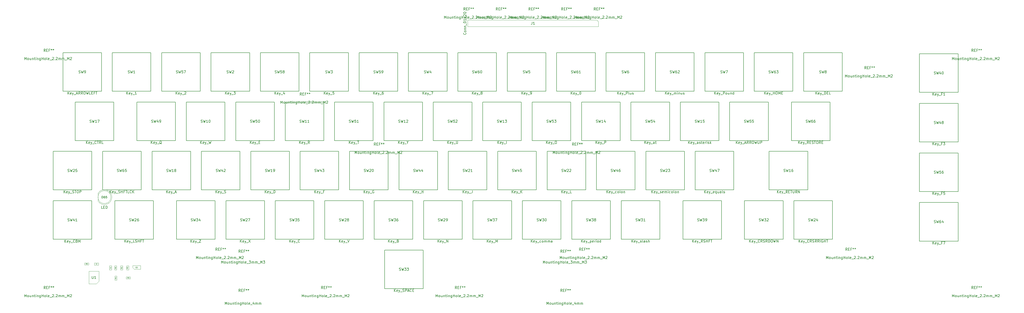
<source format=gbr>
G04 #@! TF.GenerationSoftware,KiCad,Pcbnew,(5.1.5)-2*
G04 #@! TF.CreationDate,2021-01-09T12:48:30+01:00*
G04 #@! TF.ProjectId,VIC20_kbd,56494332-305f-46b6-9264-2e6b69636164,2.0*
G04 #@! TF.SameCoordinates,Original*
G04 #@! TF.FileFunction,Other,Fab,Top*
%FSLAX46Y46*%
G04 Gerber Fmt 4.6, Leading zero omitted, Abs format (unit mm)*
G04 Created by KiCad (PCBNEW (5.1.5)-2) date 2021-01-09 12:48:30*
%MOMM*%
%LPD*%
G04 APERTURE LIST*
%ADD10C,0.100000*%
%ADD11C,0.150000*%
%ADD12C,0.075000*%
%ADD13C,0.200000*%
G04 APERTURE END LIST*
D10*
X44040000Y-207050000D02*
X45640000Y-207050000D01*
X45640000Y-207050000D02*
X45640000Y-207850000D01*
X45640000Y-207850000D02*
X44040000Y-207850000D01*
X44040000Y-207850000D02*
X44040000Y-207050000D01*
X47830000Y-207900000D02*
X47830000Y-207100000D01*
X49430000Y-207900000D02*
X47830000Y-207900000D01*
X49430000Y-207100000D02*
X49430000Y-207900000D01*
X47830000Y-207100000D02*
X49430000Y-207100000D01*
X53690000Y-208160000D02*
X54490000Y-208160000D01*
X53690000Y-209760000D02*
X53690000Y-208160000D01*
X54490000Y-209760000D02*
X53690000Y-209760000D01*
X54490000Y-208160000D02*
X54490000Y-209760000D01*
X243640000Y-113225000D02*
X243640000Y-115130000D01*
X243640000Y-115130000D02*
X192840000Y-115130000D01*
X192840000Y-115130000D02*
X192840000Y-112590000D01*
X192840000Y-112590000D02*
X243005000Y-112590000D01*
X243005000Y-112590000D02*
X243640000Y-113225000D01*
X49240000Y-180020306D02*
X49240000Y-182959694D01*
X54240000Y-181490000D02*
G75*
G03X54240000Y-181490000I-2500000J0D01*
G01*
X49239984Y-182959666D02*
G75*
G03X49240000Y-180020306I2500016J1469666D01*
G01*
X65770000Y-209520000D02*
X65770000Y-208120000D01*
X62730000Y-208120000D02*
X65770000Y-208120000D01*
X63300000Y-209520000D02*
X62730000Y-208970000D01*
X62730000Y-208970000D02*
X62730000Y-208120000D01*
X63300000Y-209520000D02*
X65750000Y-209520000D01*
X58010000Y-209760000D02*
X58010000Y-208160000D01*
X58010000Y-208160000D02*
X58810000Y-208160000D01*
X58810000Y-208160000D02*
X58810000Y-209760000D01*
X58810000Y-209760000D02*
X58010000Y-209760000D01*
X61830000Y-213270000D02*
X60230000Y-213270000D01*
X60230000Y-213270000D02*
X60230000Y-212470000D01*
X60230000Y-212470000D02*
X61830000Y-212470000D01*
X61830000Y-212470000D02*
X61830000Y-213270000D01*
X61200000Y-208160000D02*
X61200000Y-209760000D01*
X61200000Y-209760000D02*
X60400000Y-209760000D01*
X60400000Y-209760000D02*
X60400000Y-208160000D01*
X60400000Y-208160000D02*
X61200000Y-208160000D01*
X55760000Y-212160000D02*
X56560000Y-212160000D01*
X55760000Y-213760000D02*
X55760000Y-212160000D01*
X56560000Y-213760000D02*
X55760000Y-213760000D01*
X56560000Y-212160000D02*
X56560000Y-213760000D01*
X56470000Y-209800000D02*
X55670000Y-209800000D01*
X56470000Y-208200000D02*
X56470000Y-209800000D01*
X55670000Y-208200000D02*
X56470000Y-208200000D01*
X55670000Y-209800000D02*
X55670000Y-208200000D01*
X49600000Y-214220000D02*
X48600000Y-215220000D01*
X49600000Y-210320000D02*
X49600000Y-214220000D01*
X45700000Y-210320000D02*
X49600000Y-210320000D01*
X45700000Y-215220000D02*
X45700000Y-210320000D01*
X48600000Y-215220000D02*
X45700000Y-215220000D01*
D11*
X54770000Y-125300000D02*
X69770000Y-125300000D01*
X69770000Y-125300000D02*
X69770000Y-140300000D01*
X69770000Y-140300000D02*
X54770000Y-140300000D01*
X54770000Y-140300000D02*
X54770000Y-125300000D01*
X93160000Y-140300000D02*
X93160000Y-125300000D01*
X108160000Y-140300000D02*
X93160000Y-140300000D01*
X108160000Y-125300000D02*
X108160000Y-140300000D01*
X93160000Y-125300000D02*
X108160000Y-125300000D01*
X131520000Y-140300000D02*
X131520000Y-125300000D01*
X146520000Y-140300000D02*
X131520000Y-140300000D01*
X146520000Y-125300000D02*
X146520000Y-140300000D01*
X131520000Y-125300000D02*
X146520000Y-125300000D01*
X169880000Y-125300000D02*
X184880000Y-125300000D01*
X184880000Y-125300000D02*
X184880000Y-140300000D01*
X184880000Y-140300000D02*
X169880000Y-140300000D01*
X169880000Y-140300000D02*
X169880000Y-125300000D01*
X208280000Y-125300000D02*
X223280000Y-125300000D01*
X223280000Y-125300000D02*
X223280000Y-140300000D01*
X223280000Y-140300000D02*
X208280000Y-140300000D01*
X208280000Y-140300000D02*
X208280000Y-125300000D01*
X246650000Y-140300000D02*
X246650000Y-125300000D01*
X261650000Y-140300000D02*
X246650000Y-140300000D01*
X261650000Y-125300000D02*
X261650000Y-140300000D01*
X246650000Y-125300000D02*
X261650000Y-125300000D01*
X285030000Y-140300000D02*
X285030000Y-125300000D01*
X300030000Y-140300000D02*
X285030000Y-140300000D01*
X300030000Y-125300000D02*
X300030000Y-140300000D01*
X285030000Y-125300000D02*
X300030000Y-125300000D01*
X323410000Y-125300000D02*
X338410000Y-125300000D01*
X338410000Y-125300000D02*
X338410000Y-140300000D01*
X338410000Y-140300000D02*
X323410000Y-140300000D01*
X323410000Y-140300000D02*
X323410000Y-125300000D01*
X35630000Y-140300000D02*
X35630000Y-125300000D01*
X50630000Y-140300000D02*
X35630000Y-140300000D01*
X50630000Y-125300000D02*
X50630000Y-140300000D01*
X35630000Y-125300000D02*
X50630000Y-125300000D01*
X83560000Y-159500000D02*
X83560000Y-144500000D01*
X98560000Y-159500000D02*
X83560000Y-159500000D01*
X98560000Y-144500000D02*
X98560000Y-159500000D01*
X83560000Y-144500000D02*
X98560000Y-144500000D01*
X121960000Y-159500000D02*
X121960000Y-144500000D01*
X136960000Y-159500000D02*
X121960000Y-159500000D01*
X136960000Y-144500000D02*
X136960000Y-159500000D01*
X121960000Y-144500000D02*
X136960000Y-144500000D01*
X160350000Y-144500000D02*
X175350000Y-144500000D01*
X175350000Y-144500000D02*
X175350000Y-159500000D01*
X175350000Y-159500000D02*
X160350000Y-159500000D01*
X160350000Y-159500000D02*
X160350000Y-144500000D01*
X198710000Y-144500000D02*
X213710000Y-144500000D01*
X213710000Y-144500000D02*
X213710000Y-159500000D01*
X213710000Y-159500000D02*
X198710000Y-159500000D01*
X198710000Y-159500000D02*
X198710000Y-144500000D01*
X237120000Y-159500000D02*
X237120000Y-144500000D01*
X252120000Y-159500000D02*
X237120000Y-159500000D01*
X252120000Y-144500000D02*
X252120000Y-159500000D01*
X237120000Y-144500000D02*
X252120000Y-144500000D01*
X275530000Y-159510000D02*
X275530000Y-144510000D01*
X290530000Y-159510000D02*
X275530000Y-159510000D01*
X290530000Y-144510000D02*
X290530000Y-159510000D01*
X275530000Y-144510000D02*
X290530000Y-144510000D01*
X309990000Y-163660000D02*
X324990000Y-163660000D01*
X324990000Y-163660000D02*
X324990000Y-178660000D01*
X324990000Y-178660000D02*
X309990000Y-178660000D01*
X309990000Y-178660000D02*
X309990000Y-163660000D01*
X40400000Y-159500000D02*
X40400000Y-144500000D01*
X55400000Y-159500000D02*
X40400000Y-159500000D01*
X55400000Y-144500000D02*
X55400000Y-159500000D01*
X40400000Y-144500000D02*
X55400000Y-144500000D01*
X70230000Y-178680000D02*
X70230000Y-163680000D01*
X85230000Y-178680000D02*
X70230000Y-178680000D01*
X85230000Y-163680000D02*
X85230000Y-178680000D01*
X70230000Y-163680000D02*
X85230000Y-163680000D01*
X108590000Y-163660000D02*
X123590000Y-163660000D01*
X123590000Y-163660000D02*
X123590000Y-178660000D01*
X123590000Y-178660000D02*
X108590000Y-178660000D01*
X108590000Y-178660000D02*
X108590000Y-163660000D01*
X146980000Y-178660000D02*
X146980000Y-163660000D01*
X161980000Y-178660000D02*
X146980000Y-178660000D01*
X161980000Y-163660000D02*
X161980000Y-178660000D01*
X146980000Y-163660000D02*
X161980000Y-163660000D01*
X185360000Y-178660000D02*
X185360000Y-163660000D01*
X200360000Y-178660000D02*
X185360000Y-178660000D01*
X200360000Y-163660000D02*
X200360000Y-178660000D01*
X185360000Y-163660000D02*
X200360000Y-163660000D01*
X223730000Y-163660000D02*
X238730000Y-163660000D01*
X238730000Y-163660000D02*
X238730000Y-178660000D01*
X238730000Y-178660000D02*
X223730000Y-178660000D01*
X223730000Y-178660000D02*
X223730000Y-163660000D01*
X262090000Y-163660000D02*
X277090000Y-163660000D01*
X277090000Y-163660000D02*
X277090000Y-178660000D01*
X277090000Y-178660000D02*
X262090000Y-178660000D01*
X262090000Y-178660000D02*
X262090000Y-163660000D01*
X319610000Y-197870000D02*
X319610000Y-182870000D01*
X334610000Y-197870000D02*
X319610000Y-197870000D01*
X334610000Y-182870000D02*
X334610000Y-197870000D01*
X319610000Y-182870000D02*
X334610000Y-182870000D01*
X31830000Y-163680000D02*
X46830000Y-163680000D01*
X46830000Y-163680000D02*
X46830000Y-178680000D01*
X46830000Y-178680000D02*
X31830000Y-178680000D01*
X31830000Y-178680000D02*
X31830000Y-163680000D01*
X55770000Y-182870000D02*
X70770000Y-182870000D01*
X70770000Y-182870000D02*
X70770000Y-197870000D01*
X70770000Y-197870000D02*
X55770000Y-197870000D01*
X55770000Y-197870000D02*
X55770000Y-182870000D01*
X98930000Y-197870000D02*
X98930000Y-182870000D01*
X113930000Y-197870000D02*
X98930000Y-197870000D01*
X113930000Y-182870000D02*
X113930000Y-197870000D01*
X98930000Y-182870000D02*
X113930000Y-182870000D01*
X137340000Y-197870000D02*
X137340000Y-182870000D01*
X152340000Y-197870000D02*
X137340000Y-197870000D01*
X152340000Y-182870000D02*
X152340000Y-197870000D01*
X137340000Y-182870000D02*
X152340000Y-182870000D01*
X175740000Y-182870000D02*
X190740000Y-182870000D01*
X190740000Y-182870000D02*
X190740000Y-197870000D01*
X190740000Y-197870000D02*
X175740000Y-197870000D01*
X175740000Y-197870000D02*
X175740000Y-182870000D01*
X214140000Y-182870000D02*
X229140000Y-182870000D01*
X229140000Y-182870000D02*
X229140000Y-197870000D01*
X229140000Y-197870000D02*
X214140000Y-197870000D01*
X214140000Y-197870000D02*
X214140000Y-182870000D01*
X252530000Y-182870000D02*
X267530000Y-182870000D01*
X267530000Y-182870000D02*
X267530000Y-197870000D01*
X267530000Y-197870000D02*
X252530000Y-197870000D01*
X252530000Y-197870000D02*
X252530000Y-182870000D01*
X300430000Y-197870000D02*
X300430000Y-182870000D01*
X315430000Y-197870000D02*
X300430000Y-197870000D01*
X315430000Y-182870000D02*
X315430000Y-197870000D01*
X300430000Y-182870000D02*
X315430000Y-182870000D01*
X160610000Y-202060000D02*
X175610000Y-202060000D01*
X175610000Y-202060000D02*
X175610000Y-217060000D01*
X175610000Y-217060000D02*
X160610000Y-217060000D01*
X160610000Y-217060000D02*
X160610000Y-202060000D01*
X79720000Y-182880000D02*
X94720000Y-182880000D01*
X94720000Y-182880000D02*
X94720000Y-197880000D01*
X94720000Y-197880000D02*
X79720000Y-197880000D01*
X79720000Y-197880000D02*
X79720000Y-182880000D01*
X118130000Y-197870000D02*
X118130000Y-182870000D01*
X133130000Y-197870000D02*
X118130000Y-197870000D01*
X133130000Y-182870000D02*
X133130000Y-197870000D01*
X118130000Y-182870000D02*
X133130000Y-182870000D01*
X156530000Y-182870000D02*
X171530000Y-182870000D01*
X171530000Y-182870000D02*
X171530000Y-197870000D01*
X171530000Y-197870000D02*
X156530000Y-197870000D01*
X156530000Y-197870000D02*
X156530000Y-182870000D01*
X194940000Y-197870000D02*
X194940000Y-182870000D01*
X209940000Y-197870000D02*
X194940000Y-197870000D01*
X209940000Y-182870000D02*
X209940000Y-197870000D01*
X194940000Y-182870000D02*
X209940000Y-182870000D01*
X233340000Y-197870000D02*
X233340000Y-182870000D01*
X248340000Y-197870000D02*
X233340000Y-197870000D01*
X248340000Y-182870000D02*
X248340000Y-197870000D01*
X233340000Y-182870000D02*
X248340000Y-182870000D01*
X276480000Y-182870000D02*
X291480000Y-182870000D01*
X291480000Y-182870000D02*
X291480000Y-197870000D01*
X291480000Y-197870000D02*
X276480000Y-197870000D01*
X276480000Y-197870000D02*
X276480000Y-182870000D01*
X368410000Y-140710000D02*
X368410000Y-125710000D01*
X383410000Y-140710000D02*
X368410000Y-140710000D01*
X383410000Y-125710000D02*
X383410000Y-140710000D01*
X368410000Y-125710000D02*
X383410000Y-125710000D01*
X31820000Y-182880000D02*
X46820000Y-182880000D01*
X46820000Y-182880000D02*
X46820000Y-197880000D01*
X46820000Y-197880000D02*
X31820000Y-197880000D01*
X31820000Y-197880000D02*
X31820000Y-182880000D01*
X89430000Y-163660000D02*
X104430000Y-163660000D01*
X104430000Y-163660000D02*
X104430000Y-178660000D01*
X104430000Y-178660000D02*
X89430000Y-178660000D01*
X89430000Y-178660000D02*
X89430000Y-163660000D01*
X127780000Y-178660000D02*
X127780000Y-163660000D01*
X142780000Y-178660000D02*
X127780000Y-178660000D01*
X142780000Y-163660000D02*
X142780000Y-178660000D01*
X127780000Y-163660000D02*
X142780000Y-163660000D01*
X166160000Y-163660000D02*
X181160000Y-163660000D01*
X181160000Y-163660000D02*
X181160000Y-178660000D01*
X181160000Y-178660000D02*
X166160000Y-178660000D01*
X166160000Y-178660000D02*
X166160000Y-163660000D01*
X204520000Y-178660000D02*
X204520000Y-163660000D01*
X219520000Y-178660000D02*
X204520000Y-178660000D01*
X219520000Y-163660000D02*
X219520000Y-178660000D01*
X204520000Y-163660000D02*
X219520000Y-163660000D01*
X242890000Y-163660000D02*
X257890000Y-163660000D01*
X257890000Y-163660000D02*
X257890000Y-178660000D01*
X257890000Y-178660000D02*
X242890000Y-178660000D01*
X242890000Y-178660000D02*
X242890000Y-163660000D01*
X281280000Y-163680000D02*
X296280000Y-163680000D01*
X296280000Y-163680000D02*
X296280000Y-178680000D01*
X296280000Y-178680000D02*
X281280000Y-178680000D01*
X281280000Y-178680000D02*
X281280000Y-163680000D01*
X368410000Y-159990000D02*
X368410000Y-144990000D01*
X383410000Y-159990000D02*
X368410000Y-159990000D01*
X383410000Y-144990000D02*
X383410000Y-159990000D01*
X368410000Y-144990000D02*
X383410000Y-144990000D01*
X64360000Y-144500000D02*
X79360000Y-144500000D01*
X79360000Y-144500000D02*
X79360000Y-159500000D01*
X79360000Y-159500000D02*
X64360000Y-159500000D01*
X64360000Y-159500000D02*
X64360000Y-144500000D01*
X102760000Y-144500000D02*
X117760000Y-144500000D01*
X117760000Y-144500000D02*
X117760000Y-159500000D01*
X117760000Y-159500000D02*
X102760000Y-159500000D01*
X102760000Y-159500000D02*
X102760000Y-144500000D01*
X141150000Y-159500000D02*
X141150000Y-144500000D01*
X156150000Y-159500000D02*
X141150000Y-159500000D01*
X156150000Y-144500000D02*
X156150000Y-159500000D01*
X141150000Y-144500000D02*
X156150000Y-144500000D01*
X179530000Y-159500000D02*
X179530000Y-144500000D01*
X194530000Y-159500000D02*
X179530000Y-159500000D01*
X194530000Y-144500000D02*
X194530000Y-159500000D01*
X179530000Y-144500000D02*
X194530000Y-144500000D01*
X217920000Y-144500000D02*
X232920000Y-144500000D01*
X232920000Y-144500000D02*
X232920000Y-159500000D01*
X232920000Y-159500000D02*
X217920000Y-159500000D01*
X217920000Y-159500000D02*
X217920000Y-144500000D01*
X256320000Y-159500000D02*
X256320000Y-144500000D01*
X271320000Y-159500000D02*
X256320000Y-159500000D01*
X271320000Y-144500000D02*
X271320000Y-159500000D01*
X256320000Y-144500000D02*
X271320000Y-144500000D01*
X294670000Y-159510000D02*
X294670000Y-144510000D01*
X309670000Y-159510000D02*
X294670000Y-159510000D01*
X309670000Y-144510000D02*
X309670000Y-159510000D01*
X294670000Y-144510000D02*
X309670000Y-144510000D01*
X368410000Y-164300000D02*
X383410000Y-164300000D01*
X383410000Y-164300000D02*
X383410000Y-179300000D01*
X383410000Y-179300000D02*
X368410000Y-179300000D01*
X368410000Y-179300000D02*
X368410000Y-164300000D01*
X73960000Y-140300000D02*
X73960000Y-125300000D01*
X88960000Y-140300000D02*
X73960000Y-140300000D01*
X88960000Y-125300000D02*
X88960000Y-140300000D01*
X73960000Y-125300000D02*
X88960000Y-125300000D01*
X112330000Y-140300000D02*
X112330000Y-125300000D01*
X127330000Y-140300000D02*
X112330000Y-140300000D01*
X127330000Y-125300000D02*
X127330000Y-140300000D01*
X112330000Y-125300000D02*
X127330000Y-125300000D01*
X150710000Y-125300000D02*
X165710000Y-125300000D01*
X165710000Y-125300000D02*
X165710000Y-140300000D01*
X165710000Y-140300000D02*
X150710000Y-140300000D01*
X150710000Y-140300000D02*
X150710000Y-125300000D01*
X189080000Y-125300000D02*
X204080000Y-125300000D01*
X204080000Y-125300000D02*
X204080000Y-140300000D01*
X204080000Y-140300000D02*
X189080000Y-140300000D01*
X189080000Y-140300000D02*
X189080000Y-125300000D01*
X227450000Y-125300000D02*
X242450000Y-125300000D01*
X242450000Y-125300000D02*
X242450000Y-140300000D01*
X242450000Y-140300000D02*
X227450000Y-140300000D01*
X227450000Y-140300000D02*
X227450000Y-125300000D01*
X265840000Y-140300000D02*
X265840000Y-125300000D01*
X280840000Y-140300000D02*
X265840000Y-140300000D01*
X280840000Y-125300000D02*
X280840000Y-140300000D01*
X265840000Y-125300000D02*
X280840000Y-125300000D01*
X304220000Y-140300000D02*
X304220000Y-125300000D01*
X319220000Y-140300000D02*
X304220000Y-140300000D01*
X319220000Y-125300000D02*
X319220000Y-140300000D01*
X304220000Y-125300000D02*
X319220000Y-125300000D01*
X368410000Y-183580000D02*
X383410000Y-183580000D01*
X383410000Y-183580000D02*
X383410000Y-198580000D01*
X383410000Y-198580000D02*
X368410000Y-198580000D01*
X368410000Y-198580000D02*
X368410000Y-183580000D01*
X51030000Y-178660000D02*
X51030000Y-163660000D01*
X66030000Y-178660000D02*
X51030000Y-178660000D01*
X66030000Y-163660000D02*
X66030000Y-178660000D01*
X51030000Y-163660000D02*
X66030000Y-163660000D01*
X318640000Y-144500000D02*
X333640000Y-144500000D01*
X333640000Y-144500000D02*
X333640000Y-159500000D01*
X333640000Y-159500000D02*
X318640000Y-159500000D01*
X318640000Y-159500000D02*
X318640000Y-144500000D01*
D12*
X44773333Y-207630952D02*
X44640000Y-207440476D01*
X44544761Y-207630952D02*
X44544761Y-207230952D01*
X44697142Y-207230952D01*
X44735238Y-207250000D01*
X44754285Y-207269047D01*
X44773333Y-207307142D01*
X44773333Y-207364285D01*
X44754285Y-207402380D01*
X44735238Y-207421428D01*
X44697142Y-207440476D01*
X44544761Y-207440476D01*
X45116190Y-207230952D02*
X45040000Y-207230952D01*
X45001904Y-207250000D01*
X44982857Y-207269047D01*
X44944761Y-207326190D01*
X44925714Y-207402380D01*
X44925714Y-207554761D01*
X44944761Y-207592857D01*
X44963809Y-207611904D01*
X45001904Y-207630952D01*
X45078095Y-207630952D01*
X45116190Y-207611904D01*
X45135238Y-207592857D01*
X45154285Y-207554761D01*
X45154285Y-207459523D01*
X45135238Y-207421428D01*
X45116190Y-207402380D01*
X45078095Y-207383333D01*
X45001904Y-207383333D01*
X44963809Y-207402380D01*
X44944761Y-207421428D01*
X44925714Y-207459523D01*
X48580000Y-207607142D02*
X48565714Y-207621428D01*
X48522857Y-207635714D01*
X48494285Y-207635714D01*
X48451428Y-207621428D01*
X48422857Y-207592857D01*
X48408571Y-207564285D01*
X48394285Y-207507142D01*
X48394285Y-207464285D01*
X48408571Y-207407142D01*
X48422857Y-207378571D01*
X48451428Y-207350000D01*
X48494285Y-207335714D01*
X48522857Y-207335714D01*
X48565714Y-207350000D01*
X48580000Y-207364285D01*
X48694285Y-207364285D02*
X48708571Y-207350000D01*
X48737142Y-207335714D01*
X48808571Y-207335714D01*
X48837142Y-207350000D01*
X48851428Y-207364285D01*
X48865714Y-207392857D01*
X48865714Y-207421428D01*
X48851428Y-207464285D01*
X48680000Y-207635714D01*
X48865714Y-207635714D01*
X54197142Y-209010000D02*
X54211428Y-209024285D01*
X54225714Y-209067142D01*
X54225714Y-209095714D01*
X54211428Y-209138571D01*
X54182857Y-209167142D01*
X54154285Y-209181428D01*
X54097142Y-209195714D01*
X54054285Y-209195714D01*
X53997142Y-209181428D01*
X53968571Y-209167142D01*
X53940000Y-209138571D01*
X53925714Y-209095714D01*
X53925714Y-209067142D01*
X53940000Y-209024285D01*
X53954285Y-209010000D01*
X54225714Y-208724285D02*
X54225714Y-208895714D01*
X54225714Y-208810000D02*
X53925714Y-208810000D01*
X53968571Y-208838571D01*
X53997142Y-208867142D01*
X54011428Y-208895714D01*
D11*
X192137142Y-117598095D02*
X192184761Y-117645714D01*
X192232380Y-117788571D01*
X192232380Y-117883809D01*
X192184761Y-118026666D01*
X192089523Y-118121904D01*
X191994285Y-118169523D01*
X191803809Y-118217142D01*
X191660952Y-118217142D01*
X191470476Y-118169523D01*
X191375238Y-118121904D01*
X191280000Y-118026666D01*
X191232380Y-117883809D01*
X191232380Y-117788571D01*
X191280000Y-117645714D01*
X191327619Y-117598095D01*
X192232380Y-117026666D02*
X192184761Y-117121904D01*
X192137142Y-117169523D01*
X192041904Y-117217142D01*
X191756190Y-117217142D01*
X191660952Y-117169523D01*
X191613333Y-117121904D01*
X191565714Y-117026666D01*
X191565714Y-116883809D01*
X191613333Y-116788571D01*
X191660952Y-116740952D01*
X191756190Y-116693333D01*
X192041904Y-116693333D01*
X192137142Y-116740952D01*
X192184761Y-116788571D01*
X192232380Y-116883809D01*
X192232380Y-117026666D01*
X191565714Y-116264761D02*
X192232380Y-116264761D01*
X191660952Y-116264761D02*
X191613333Y-116217142D01*
X191565714Y-116121904D01*
X191565714Y-115979047D01*
X191613333Y-115883809D01*
X191708571Y-115836190D01*
X192232380Y-115836190D01*
X191565714Y-115360000D02*
X192232380Y-115360000D01*
X191660952Y-115360000D02*
X191613333Y-115312380D01*
X191565714Y-115217142D01*
X191565714Y-115074285D01*
X191613333Y-114979047D01*
X191708571Y-114931428D01*
X192232380Y-114931428D01*
X192327619Y-114693333D02*
X192327619Y-113931428D01*
X191232380Y-113502857D02*
X191232380Y-113407619D01*
X191280000Y-113312380D01*
X191327619Y-113264761D01*
X191422857Y-113217142D01*
X191613333Y-113169523D01*
X191851428Y-113169523D01*
X192041904Y-113217142D01*
X192137142Y-113264761D01*
X192184761Y-113312380D01*
X192232380Y-113407619D01*
X192232380Y-113502857D01*
X192184761Y-113598095D01*
X192137142Y-113645714D01*
X192041904Y-113693333D01*
X191851428Y-113740952D01*
X191613333Y-113740952D01*
X191422857Y-113693333D01*
X191327619Y-113645714D01*
X191280000Y-113598095D01*
X191232380Y-113502857D01*
X192232380Y-112217142D02*
X192232380Y-112788571D01*
X192232380Y-112502857D02*
X191232380Y-112502857D01*
X191375238Y-112598095D01*
X191470476Y-112693333D01*
X191518095Y-112788571D01*
X192232380Y-111883809D02*
X191565714Y-111360000D01*
X191565714Y-111883809D02*
X192232380Y-111360000D01*
X191327619Y-111026666D02*
X191280000Y-110979047D01*
X191232380Y-110883809D01*
X191232380Y-110645714D01*
X191280000Y-110550476D01*
X191327619Y-110502857D01*
X191422857Y-110455238D01*
X191518095Y-110455238D01*
X191660952Y-110502857D01*
X192232380Y-111074285D01*
X192232380Y-110455238D01*
X191232380Y-109836190D02*
X191232380Y-109740952D01*
X191280000Y-109645714D01*
X191327619Y-109598095D01*
X191422857Y-109550476D01*
X191613333Y-109502857D01*
X191851428Y-109502857D01*
X192041904Y-109550476D01*
X192137142Y-109598095D01*
X192184761Y-109645714D01*
X192232380Y-109740952D01*
X192232380Y-109836190D01*
X192184761Y-109931428D01*
X192137142Y-109979047D01*
X192041904Y-110026666D01*
X191851428Y-110074285D01*
X191613333Y-110074285D01*
X191422857Y-110026666D01*
X191327619Y-109979047D01*
X191280000Y-109931428D01*
X191232380Y-109836190D01*
X217906666Y-113312380D02*
X217906666Y-114026666D01*
X217859047Y-114169523D01*
X217763809Y-114264761D01*
X217620952Y-114312380D01*
X217525714Y-114312380D01*
X218906666Y-114312380D02*
X218335238Y-114312380D01*
X218620952Y-114312380D02*
X218620952Y-113312380D01*
X218525714Y-113455238D01*
X218430476Y-113550476D01*
X218335238Y-113598095D01*
X183840952Y-111992380D02*
X183840952Y-110992380D01*
X184174285Y-111706666D01*
X184507619Y-110992380D01*
X184507619Y-111992380D01*
X185126666Y-111992380D02*
X185031428Y-111944761D01*
X184983809Y-111897142D01*
X184936190Y-111801904D01*
X184936190Y-111516190D01*
X184983809Y-111420952D01*
X185031428Y-111373333D01*
X185126666Y-111325714D01*
X185269523Y-111325714D01*
X185364761Y-111373333D01*
X185412380Y-111420952D01*
X185460000Y-111516190D01*
X185460000Y-111801904D01*
X185412380Y-111897142D01*
X185364761Y-111944761D01*
X185269523Y-111992380D01*
X185126666Y-111992380D01*
X186317142Y-111325714D02*
X186317142Y-111992380D01*
X185888571Y-111325714D02*
X185888571Y-111849523D01*
X185936190Y-111944761D01*
X186031428Y-111992380D01*
X186174285Y-111992380D01*
X186269523Y-111944761D01*
X186317142Y-111897142D01*
X186793333Y-111325714D02*
X186793333Y-111992380D01*
X186793333Y-111420952D02*
X186840952Y-111373333D01*
X186936190Y-111325714D01*
X187079047Y-111325714D01*
X187174285Y-111373333D01*
X187221904Y-111468571D01*
X187221904Y-111992380D01*
X187555238Y-111325714D02*
X187936190Y-111325714D01*
X187698095Y-110992380D02*
X187698095Y-111849523D01*
X187745714Y-111944761D01*
X187840952Y-111992380D01*
X187936190Y-111992380D01*
X188269523Y-111992380D02*
X188269523Y-111325714D01*
X188269523Y-110992380D02*
X188221904Y-111040000D01*
X188269523Y-111087619D01*
X188317142Y-111040000D01*
X188269523Y-110992380D01*
X188269523Y-111087619D01*
X188745714Y-111325714D02*
X188745714Y-111992380D01*
X188745714Y-111420952D02*
X188793333Y-111373333D01*
X188888571Y-111325714D01*
X189031428Y-111325714D01*
X189126666Y-111373333D01*
X189174285Y-111468571D01*
X189174285Y-111992380D01*
X190079047Y-111325714D02*
X190079047Y-112135238D01*
X190031428Y-112230476D01*
X189983809Y-112278095D01*
X189888571Y-112325714D01*
X189745714Y-112325714D01*
X189650476Y-112278095D01*
X190079047Y-111944761D02*
X189983809Y-111992380D01*
X189793333Y-111992380D01*
X189698095Y-111944761D01*
X189650476Y-111897142D01*
X189602857Y-111801904D01*
X189602857Y-111516190D01*
X189650476Y-111420952D01*
X189698095Y-111373333D01*
X189793333Y-111325714D01*
X189983809Y-111325714D01*
X190079047Y-111373333D01*
X190555238Y-111992380D02*
X190555238Y-110992380D01*
X190555238Y-111468571D02*
X191126666Y-111468571D01*
X191126666Y-111992380D02*
X191126666Y-110992380D01*
X191745714Y-111992380D02*
X191650476Y-111944761D01*
X191602857Y-111897142D01*
X191555238Y-111801904D01*
X191555238Y-111516190D01*
X191602857Y-111420952D01*
X191650476Y-111373333D01*
X191745714Y-111325714D01*
X191888571Y-111325714D01*
X191983809Y-111373333D01*
X192031428Y-111420952D01*
X192079047Y-111516190D01*
X192079047Y-111801904D01*
X192031428Y-111897142D01*
X191983809Y-111944761D01*
X191888571Y-111992380D01*
X191745714Y-111992380D01*
X192650476Y-111992380D02*
X192555238Y-111944761D01*
X192507619Y-111849523D01*
X192507619Y-110992380D01*
X193412380Y-111944761D02*
X193317142Y-111992380D01*
X193126666Y-111992380D01*
X193031428Y-111944761D01*
X192983809Y-111849523D01*
X192983809Y-111468571D01*
X193031428Y-111373333D01*
X193126666Y-111325714D01*
X193317142Y-111325714D01*
X193412380Y-111373333D01*
X193460000Y-111468571D01*
X193460000Y-111563809D01*
X192983809Y-111659047D01*
X193650476Y-112087619D02*
X194412380Y-112087619D01*
X194602857Y-111087619D02*
X194650476Y-111040000D01*
X194745714Y-110992380D01*
X194983809Y-110992380D01*
X195079047Y-111040000D01*
X195126666Y-111087619D01*
X195174285Y-111182857D01*
X195174285Y-111278095D01*
X195126666Y-111420952D01*
X194555238Y-111992380D01*
X195174285Y-111992380D01*
X195602857Y-111897142D02*
X195650476Y-111944761D01*
X195602857Y-111992380D01*
X195555238Y-111944761D01*
X195602857Y-111897142D01*
X195602857Y-111992380D01*
X196031428Y-111087619D02*
X196079047Y-111040000D01*
X196174285Y-110992380D01*
X196412380Y-110992380D01*
X196507619Y-111040000D01*
X196555238Y-111087619D01*
X196602857Y-111182857D01*
X196602857Y-111278095D01*
X196555238Y-111420952D01*
X195983809Y-111992380D01*
X196602857Y-111992380D01*
X197031428Y-111992380D02*
X197031428Y-111325714D01*
X197031428Y-111420952D02*
X197079047Y-111373333D01*
X197174285Y-111325714D01*
X197317142Y-111325714D01*
X197412380Y-111373333D01*
X197460000Y-111468571D01*
X197460000Y-111992380D01*
X197460000Y-111468571D02*
X197507619Y-111373333D01*
X197602857Y-111325714D01*
X197745714Y-111325714D01*
X197840952Y-111373333D01*
X197888571Y-111468571D01*
X197888571Y-111992380D01*
X198364761Y-111992380D02*
X198364761Y-111325714D01*
X198364761Y-111420952D02*
X198412380Y-111373333D01*
X198507619Y-111325714D01*
X198650476Y-111325714D01*
X198745714Y-111373333D01*
X198793333Y-111468571D01*
X198793333Y-111992380D01*
X198793333Y-111468571D02*
X198840952Y-111373333D01*
X198936190Y-111325714D01*
X199079047Y-111325714D01*
X199174285Y-111373333D01*
X199221904Y-111468571D01*
X199221904Y-111992380D01*
X199460000Y-112087619D02*
X200221904Y-112087619D01*
X200460000Y-111992380D02*
X200460000Y-110992380D01*
X200793333Y-111706666D01*
X201126666Y-110992380D01*
X201126666Y-111992380D01*
X201555238Y-111087619D02*
X201602857Y-111040000D01*
X201698095Y-110992380D01*
X201936190Y-110992380D01*
X202031428Y-111040000D01*
X202079047Y-111087619D01*
X202126666Y-111182857D01*
X202126666Y-111278095D01*
X202079047Y-111420952D01*
X201507619Y-111992380D01*
X202126666Y-111992380D01*
X191926666Y-108792380D02*
X191593333Y-108316190D01*
X191355238Y-108792380D02*
X191355238Y-107792380D01*
X191736190Y-107792380D01*
X191831428Y-107840000D01*
X191879047Y-107887619D01*
X191926666Y-107982857D01*
X191926666Y-108125714D01*
X191879047Y-108220952D01*
X191831428Y-108268571D01*
X191736190Y-108316190D01*
X191355238Y-108316190D01*
X192355238Y-108268571D02*
X192688571Y-108268571D01*
X192831428Y-108792380D02*
X192355238Y-108792380D01*
X192355238Y-107792380D01*
X192831428Y-107792380D01*
X193593333Y-108268571D02*
X193260000Y-108268571D01*
X193260000Y-108792380D02*
X193260000Y-107792380D01*
X193736190Y-107792380D01*
X194260000Y-107792380D02*
X194260000Y-108030476D01*
X194021904Y-107935238D02*
X194260000Y-108030476D01*
X194498095Y-107935238D01*
X194117142Y-108220952D02*
X194260000Y-108030476D01*
X194402857Y-108220952D01*
X195021904Y-107792380D02*
X195021904Y-108030476D01*
X194783809Y-107935238D02*
X195021904Y-108030476D01*
X195260000Y-107935238D01*
X194879047Y-108220952D02*
X195021904Y-108030476D01*
X195164761Y-108220952D01*
X196420952Y-111992380D02*
X196420952Y-110992380D01*
X196754285Y-111706666D01*
X197087619Y-110992380D01*
X197087619Y-111992380D01*
X197706666Y-111992380D02*
X197611428Y-111944761D01*
X197563809Y-111897142D01*
X197516190Y-111801904D01*
X197516190Y-111516190D01*
X197563809Y-111420952D01*
X197611428Y-111373333D01*
X197706666Y-111325714D01*
X197849523Y-111325714D01*
X197944761Y-111373333D01*
X197992380Y-111420952D01*
X198040000Y-111516190D01*
X198040000Y-111801904D01*
X197992380Y-111897142D01*
X197944761Y-111944761D01*
X197849523Y-111992380D01*
X197706666Y-111992380D01*
X198897142Y-111325714D02*
X198897142Y-111992380D01*
X198468571Y-111325714D02*
X198468571Y-111849523D01*
X198516190Y-111944761D01*
X198611428Y-111992380D01*
X198754285Y-111992380D01*
X198849523Y-111944761D01*
X198897142Y-111897142D01*
X199373333Y-111325714D02*
X199373333Y-111992380D01*
X199373333Y-111420952D02*
X199420952Y-111373333D01*
X199516190Y-111325714D01*
X199659047Y-111325714D01*
X199754285Y-111373333D01*
X199801904Y-111468571D01*
X199801904Y-111992380D01*
X200135238Y-111325714D02*
X200516190Y-111325714D01*
X200278095Y-110992380D02*
X200278095Y-111849523D01*
X200325714Y-111944761D01*
X200420952Y-111992380D01*
X200516190Y-111992380D01*
X200849523Y-111992380D02*
X200849523Y-111325714D01*
X200849523Y-110992380D02*
X200801904Y-111040000D01*
X200849523Y-111087619D01*
X200897142Y-111040000D01*
X200849523Y-110992380D01*
X200849523Y-111087619D01*
X201325714Y-111325714D02*
X201325714Y-111992380D01*
X201325714Y-111420952D02*
X201373333Y-111373333D01*
X201468571Y-111325714D01*
X201611428Y-111325714D01*
X201706666Y-111373333D01*
X201754285Y-111468571D01*
X201754285Y-111992380D01*
X202659047Y-111325714D02*
X202659047Y-112135238D01*
X202611428Y-112230476D01*
X202563809Y-112278095D01*
X202468571Y-112325714D01*
X202325714Y-112325714D01*
X202230476Y-112278095D01*
X202659047Y-111944761D02*
X202563809Y-111992380D01*
X202373333Y-111992380D01*
X202278095Y-111944761D01*
X202230476Y-111897142D01*
X202182857Y-111801904D01*
X202182857Y-111516190D01*
X202230476Y-111420952D01*
X202278095Y-111373333D01*
X202373333Y-111325714D01*
X202563809Y-111325714D01*
X202659047Y-111373333D01*
X203135238Y-111992380D02*
X203135238Y-110992380D01*
X203135238Y-111468571D02*
X203706666Y-111468571D01*
X203706666Y-111992380D02*
X203706666Y-110992380D01*
X204325714Y-111992380D02*
X204230476Y-111944761D01*
X204182857Y-111897142D01*
X204135238Y-111801904D01*
X204135238Y-111516190D01*
X204182857Y-111420952D01*
X204230476Y-111373333D01*
X204325714Y-111325714D01*
X204468571Y-111325714D01*
X204563809Y-111373333D01*
X204611428Y-111420952D01*
X204659047Y-111516190D01*
X204659047Y-111801904D01*
X204611428Y-111897142D01*
X204563809Y-111944761D01*
X204468571Y-111992380D01*
X204325714Y-111992380D01*
X205230476Y-111992380D02*
X205135238Y-111944761D01*
X205087619Y-111849523D01*
X205087619Y-110992380D01*
X205992380Y-111944761D02*
X205897142Y-111992380D01*
X205706666Y-111992380D01*
X205611428Y-111944761D01*
X205563809Y-111849523D01*
X205563809Y-111468571D01*
X205611428Y-111373333D01*
X205706666Y-111325714D01*
X205897142Y-111325714D01*
X205992380Y-111373333D01*
X206040000Y-111468571D01*
X206040000Y-111563809D01*
X205563809Y-111659047D01*
X206230476Y-112087619D02*
X206992380Y-112087619D01*
X207182857Y-111087619D02*
X207230476Y-111040000D01*
X207325714Y-110992380D01*
X207563809Y-110992380D01*
X207659047Y-111040000D01*
X207706666Y-111087619D01*
X207754285Y-111182857D01*
X207754285Y-111278095D01*
X207706666Y-111420952D01*
X207135238Y-111992380D01*
X207754285Y-111992380D01*
X208182857Y-111897142D02*
X208230476Y-111944761D01*
X208182857Y-111992380D01*
X208135238Y-111944761D01*
X208182857Y-111897142D01*
X208182857Y-111992380D01*
X208611428Y-111087619D02*
X208659047Y-111040000D01*
X208754285Y-110992380D01*
X208992380Y-110992380D01*
X209087619Y-111040000D01*
X209135238Y-111087619D01*
X209182857Y-111182857D01*
X209182857Y-111278095D01*
X209135238Y-111420952D01*
X208563809Y-111992380D01*
X209182857Y-111992380D01*
X209611428Y-111992380D02*
X209611428Y-111325714D01*
X209611428Y-111420952D02*
X209659047Y-111373333D01*
X209754285Y-111325714D01*
X209897142Y-111325714D01*
X209992380Y-111373333D01*
X210040000Y-111468571D01*
X210040000Y-111992380D01*
X210040000Y-111468571D02*
X210087619Y-111373333D01*
X210182857Y-111325714D01*
X210325714Y-111325714D01*
X210420952Y-111373333D01*
X210468571Y-111468571D01*
X210468571Y-111992380D01*
X210944761Y-111992380D02*
X210944761Y-111325714D01*
X210944761Y-111420952D02*
X210992380Y-111373333D01*
X211087619Y-111325714D01*
X211230476Y-111325714D01*
X211325714Y-111373333D01*
X211373333Y-111468571D01*
X211373333Y-111992380D01*
X211373333Y-111468571D02*
X211420952Y-111373333D01*
X211516190Y-111325714D01*
X211659047Y-111325714D01*
X211754285Y-111373333D01*
X211801904Y-111468571D01*
X211801904Y-111992380D01*
X212040000Y-112087619D02*
X212801904Y-112087619D01*
X213040000Y-111992380D02*
X213040000Y-110992380D01*
X213373333Y-111706666D01*
X213706666Y-110992380D01*
X213706666Y-111992380D01*
X214135238Y-111087619D02*
X214182857Y-111040000D01*
X214278095Y-110992380D01*
X214516190Y-110992380D01*
X214611428Y-111040000D01*
X214659047Y-111087619D01*
X214706666Y-111182857D01*
X214706666Y-111278095D01*
X214659047Y-111420952D01*
X214087619Y-111992380D01*
X214706666Y-111992380D01*
X204506666Y-108792380D02*
X204173333Y-108316190D01*
X203935238Y-108792380D02*
X203935238Y-107792380D01*
X204316190Y-107792380D01*
X204411428Y-107840000D01*
X204459047Y-107887619D01*
X204506666Y-107982857D01*
X204506666Y-108125714D01*
X204459047Y-108220952D01*
X204411428Y-108268571D01*
X204316190Y-108316190D01*
X203935238Y-108316190D01*
X204935238Y-108268571D02*
X205268571Y-108268571D01*
X205411428Y-108792380D02*
X204935238Y-108792380D01*
X204935238Y-107792380D01*
X205411428Y-107792380D01*
X206173333Y-108268571D02*
X205840000Y-108268571D01*
X205840000Y-108792380D02*
X205840000Y-107792380D01*
X206316190Y-107792380D01*
X206840000Y-107792380D02*
X206840000Y-108030476D01*
X206601904Y-107935238D02*
X206840000Y-108030476D01*
X207078095Y-107935238D01*
X206697142Y-108220952D02*
X206840000Y-108030476D01*
X206982857Y-108220952D01*
X207601904Y-107792380D02*
X207601904Y-108030476D01*
X207363809Y-107935238D02*
X207601904Y-108030476D01*
X207840000Y-107935238D01*
X207459047Y-108220952D02*
X207601904Y-108030476D01*
X207744761Y-108220952D01*
X209120952Y-111992380D02*
X209120952Y-110992380D01*
X209454285Y-111706666D01*
X209787619Y-110992380D01*
X209787619Y-111992380D01*
X210406666Y-111992380D02*
X210311428Y-111944761D01*
X210263809Y-111897142D01*
X210216190Y-111801904D01*
X210216190Y-111516190D01*
X210263809Y-111420952D01*
X210311428Y-111373333D01*
X210406666Y-111325714D01*
X210549523Y-111325714D01*
X210644761Y-111373333D01*
X210692380Y-111420952D01*
X210740000Y-111516190D01*
X210740000Y-111801904D01*
X210692380Y-111897142D01*
X210644761Y-111944761D01*
X210549523Y-111992380D01*
X210406666Y-111992380D01*
X211597142Y-111325714D02*
X211597142Y-111992380D01*
X211168571Y-111325714D02*
X211168571Y-111849523D01*
X211216190Y-111944761D01*
X211311428Y-111992380D01*
X211454285Y-111992380D01*
X211549523Y-111944761D01*
X211597142Y-111897142D01*
X212073333Y-111325714D02*
X212073333Y-111992380D01*
X212073333Y-111420952D02*
X212120952Y-111373333D01*
X212216190Y-111325714D01*
X212359047Y-111325714D01*
X212454285Y-111373333D01*
X212501904Y-111468571D01*
X212501904Y-111992380D01*
X212835238Y-111325714D02*
X213216190Y-111325714D01*
X212978095Y-110992380D02*
X212978095Y-111849523D01*
X213025714Y-111944761D01*
X213120952Y-111992380D01*
X213216190Y-111992380D01*
X213549523Y-111992380D02*
X213549523Y-111325714D01*
X213549523Y-110992380D02*
X213501904Y-111040000D01*
X213549523Y-111087619D01*
X213597142Y-111040000D01*
X213549523Y-110992380D01*
X213549523Y-111087619D01*
X214025714Y-111325714D02*
X214025714Y-111992380D01*
X214025714Y-111420952D02*
X214073333Y-111373333D01*
X214168571Y-111325714D01*
X214311428Y-111325714D01*
X214406666Y-111373333D01*
X214454285Y-111468571D01*
X214454285Y-111992380D01*
X215359047Y-111325714D02*
X215359047Y-112135238D01*
X215311428Y-112230476D01*
X215263809Y-112278095D01*
X215168571Y-112325714D01*
X215025714Y-112325714D01*
X214930476Y-112278095D01*
X215359047Y-111944761D02*
X215263809Y-111992380D01*
X215073333Y-111992380D01*
X214978095Y-111944761D01*
X214930476Y-111897142D01*
X214882857Y-111801904D01*
X214882857Y-111516190D01*
X214930476Y-111420952D01*
X214978095Y-111373333D01*
X215073333Y-111325714D01*
X215263809Y-111325714D01*
X215359047Y-111373333D01*
X215835238Y-111992380D02*
X215835238Y-110992380D01*
X215835238Y-111468571D02*
X216406666Y-111468571D01*
X216406666Y-111992380D02*
X216406666Y-110992380D01*
X217025714Y-111992380D02*
X216930476Y-111944761D01*
X216882857Y-111897142D01*
X216835238Y-111801904D01*
X216835238Y-111516190D01*
X216882857Y-111420952D01*
X216930476Y-111373333D01*
X217025714Y-111325714D01*
X217168571Y-111325714D01*
X217263809Y-111373333D01*
X217311428Y-111420952D01*
X217359047Y-111516190D01*
X217359047Y-111801904D01*
X217311428Y-111897142D01*
X217263809Y-111944761D01*
X217168571Y-111992380D01*
X217025714Y-111992380D01*
X217930476Y-111992380D02*
X217835238Y-111944761D01*
X217787619Y-111849523D01*
X217787619Y-110992380D01*
X218692380Y-111944761D02*
X218597142Y-111992380D01*
X218406666Y-111992380D01*
X218311428Y-111944761D01*
X218263809Y-111849523D01*
X218263809Y-111468571D01*
X218311428Y-111373333D01*
X218406666Y-111325714D01*
X218597142Y-111325714D01*
X218692380Y-111373333D01*
X218740000Y-111468571D01*
X218740000Y-111563809D01*
X218263809Y-111659047D01*
X218930476Y-112087619D02*
X219692380Y-112087619D01*
X219882857Y-111087619D02*
X219930476Y-111040000D01*
X220025714Y-110992380D01*
X220263809Y-110992380D01*
X220359047Y-111040000D01*
X220406666Y-111087619D01*
X220454285Y-111182857D01*
X220454285Y-111278095D01*
X220406666Y-111420952D01*
X219835238Y-111992380D01*
X220454285Y-111992380D01*
X220882857Y-111897142D02*
X220930476Y-111944761D01*
X220882857Y-111992380D01*
X220835238Y-111944761D01*
X220882857Y-111897142D01*
X220882857Y-111992380D01*
X221311428Y-111087619D02*
X221359047Y-111040000D01*
X221454285Y-110992380D01*
X221692380Y-110992380D01*
X221787619Y-111040000D01*
X221835238Y-111087619D01*
X221882857Y-111182857D01*
X221882857Y-111278095D01*
X221835238Y-111420952D01*
X221263809Y-111992380D01*
X221882857Y-111992380D01*
X222311428Y-111992380D02*
X222311428Y-111325714D01*
X222311428Y-111420952D02*
X222359047Y-111373333D01*
X222454285Y-111325714D01*
X222597142Y-111325714D01*
X222692380Y-111373333D01*
X222740000Y-111468571D01*
X222740000Y-111992380D01*
X222740000Y-111468571D02*
X222787619Y-111373333D01*
X222882857Y-111325714D01*
X223025714Y-111325714D01*
X223120952Y-111373333D01*
X223168571Y-111468571D01*
X223168571Y-111992380D01*
X223644761Y-111992380D02*
X223644761Y-111325714D01*
X223644761Y-111420952D02*
X223692380Y-111373333D01*
X223787619Y-111325714D01*
X223930476Y-111325714D01*
X224025714Y-111373333D01*
X224073333Y-111468571D01*
X224073333Y-111992380D01*
X224073333Y-111468571D02*
X224120952Y-111373333D01*
X224216190Y-111325714D01*
X224359047Y-111325714D01*
X224454285Y-111373333D01*
X224501904Y-111468571D01*
X224501904Y-111992380D01*
X224740000Y-112087619D02*
X225501904Y-112087619D01*
X225740000Y-111992380D02*
X225740000Y-110992380D01*
X226073333Y-111706666D01*
X226406666Y-110992380D01*
X226406666Y-111992380D01*
X226835238Y-111087619D02*
X226882857Y-111040000D01*
X226978095Y-110992380D01*
X227216190Y-110992380D01*
X227311428Y-111040000D01*
X227359047Y-111087619D01*
X227406666Y-111182857D01*
X227406666Y-111278095D01*
X227359047Y-111420952D01*
X226787619Y-111992380D01*
X227406666Y-111992380D01*
X217206666Y-108792380D02*
X216873333Y-108316190D01*
X216635238Y-108792380D02*
X216635238Y-107792380D01*
X217016190Y-107792380D01*
X217111428Y-107840000D01*
X217159047Y-107887619D01*
X217206666Y-107982857D01*
X217206666Y-108125714D01*
X217159047Y-108220952D01*
X217111428Y-108268571D01*
X217016190Y-108316190D01*
X216635238Y-108316190D01*
X217635238Y-108268571D02*
X217968571Y-108268571D01*
X218111428Y-108792380D02*
X217635238Y-108792380D01*
X217635238Y-107792380D01*
X218111428Y-107792380D01*
X218873333Y-108268571D02*
X218540000Y-108268571D01*
X218540000Y-108792380D02*
X218540000Y-107792380D01*
X219016190Y-107792380D01*
X219540000Y-107792380D02*
X219540000Y-108030476D01*
X219301904Y-107935238D02*
X219540000Y-108030476D01*
X219778095Y-107935238D01*
X219397142Y-108220952D02*
X219540000Y-108030476D01*
X219682857Y-108220952D01*
X220301904Y-107792380D02*
X220301904Y-108030476D01*
X220063809Y-107935238D02*
X220301904Y-108030476D01*
X220540000Y-107935238D01*
X220159047Y-108220952D02*
X220301904Y-108030476D01*
X220444761Y-108220952D01*
X221820952Y-111992380D02*
X221820952Y-110992380D01*
X222154285Y-111706666D01*
X222487619Y-110992380D01*
X222487619Y-111992380D01*
X223106666Y-111992380D02*
X223011428Y-111944761D01*
X222963809Y-111897142D01*
X222916190Y-111801904D01*
X222916190Y-111516190D01*
X222963809Y-111420952D01*
X223011428Y-111373333D01*
X223106666Y-111325714D01*
X223249523Y-111325714D01*
X223344761Y-111373333D01*
X223392380Y-111420952D01*
X223440000Y-111516190D01*
X223440000Y-111801904D01*
X223392380Y-111897142D01*
X223344761Y-111944761D01*
X223249523Y-111992380D01*
X223106666Y-111992380D01*
X224297142Y-111325714D02*
X224297142Y-111992380D01*
X223868571Y-111325714D02*
X223868571Y-111849523D01*
X223916190Y-111944761D01*
X224011428Y-111992380D01*
X224154285Y-111992380D01*
X224249523Y-111944761D01*
X224297142Y-111897142D01*
X224773333Y-111325714D02*
X224773333Y-111992380D01*
X224773333Y-111420952D02*
X224820952Y-111373333D01*
X224916190Y-111325714D01*
X225059047Y-111325714D01*
X225154285Y-111373333D01*
X225201904Y-111468571D01*
X225201904Y-111992380D01*
X225535238Y-111325714D02*
X225916190Y-111325714D01*
X225678095Y-110992380D02*
X225678095Y-111849523D01*
X225725714Y-111944761D01*
X225820952Y-111992380D01*
X225916190Y-111992380D01*
X226249523Y-111992380D02*
X226249523Y-111325714D01*
X226249523Y-110992380D02*
X226201904Y-111040000D01*
X226249523Y-111087619D01*
X226297142Y-111040000D01*
X226249523Y-110992380D01*
X226249523Y-111087619D01*
X226725714Y-111325714D02*
X226725714Y-111992380D01*
X226725714Y-111420952D02*
X226773333Y-111373333D01*
X226868571Y-111325714D01*
X227011428Y-111325714D01*
X227106666Y-111373333D01*
X227154285Y-111468571D01*
X227154285Y-111992380D01*
X228059047Y-111325714D02*
X228059047Y-112135238D01*
X228011428Y-112230476D01*
X227963809Y-112278095D01*
X227868571Y-112325714D01*
X227725714Y-112325714D01*
X227630476Y-112278095D01*
X228059047Y-111944761D02*
X227963809Y-111992380D01*
X227773333Y-111992380D01*
X227678095Y-111944761D01*
X227630476Y-111897142D01*
X227582857Y-111801904D01*
X227582857Y-111516190D01*
X227630476Y-111420952D01*
X227678095Y-111373333D01*
X227773333Y-111325714D01*
X227963809Y-111325714D01*
X228059047Y-111373333D01*
X228535238Y-111992380D02*
X228535238Y-110992380D01*
X228535238Y-111468571D02*
X229106666Y-111468571D01*
X229106666Y-111992380D02*
X229106666Y-110992380D01*
X229725714Y-111992380D02*
X229630476Y-111944761D01*
X229582857Y-111897142D01*
X229535238Y-111801904D01*
X229535238Y-111516190D01*
X229582857Y-111420952D01*
X229630476Y-111373333D01*
X229725714Y-111325714D01*
X229868571Y-111325714D01*
X229963809Y-111373333D01*
X230011428Y-111420952D01*
X230059047Y-111516190D01*
X230059047Y-111801904D01*
X230011428Y-111897142D01*
X229963809Y-111944761D01*
X229868571Y-111992380D01*
X229725714Y-111992380D01*
X230630476Y-111992380D02*
X230535238Y-111944761D01*
X230487619Y-111849523D01*
X230487619Y-110992380D01*
X231392380Y-111944761D02*
X231297142Y-111992380D01*
X231106666Y-111992380D01*
X231011428Y-111944761D01*
X230963809Y-111849523D01*
X230963809Y-111468571D01*
X231011428Y-111373333D01*
X231106666Y-111325714D01*
X231297142Y-111325714D01*
X231392380Y-111373333D01*
X231440000Y-111468571D01*
X231440000Y-111563809D01*
X230963809Y-111659047D01*
X231630476Y-112087619D02*
X232392380Y-112087619D01*
X232582857Y-111087619D02*
X232630476Y-111040000D01*
X232725714Y-110992380D01*
X232963809Y-110992380D01*
X233059047Y-111040000D01*
X233106666Y-111087619D01*
X233154285Y-111182857D01*
X233154285Y-111278095D01*
X233106666Y-111420952D01*
X232535238Y-111992380D01*
X233154285Y-111992380D01*
X233582857Y-111897142D02*
X233630476Y-111944761D01*
X233582857Y-111992380D01*
X233535238Y-111944761D01*
X233582857Y-111897142D01*
X233582857Y-111992380D01*
X234011428Y-111087619D02*
X234059047Y-111040000D01*
X234154285Y-110992380D01*
X234392380Y-110992380D01*
X234487619Y-111040000D01*
X234535238Y-111087619D01*
X234582857Y-111182857D01*
X234582857Y-111278095D01*
X234535238Y-111420952D01*
X233963809Y-111992380D01*
X234582857Y-111992380D01*
X235011428Y-111992380D02*
X235011428Y-111325714D01*
X235011428Y-111420952D02*
X235059047Y-111373333D01*
X235154285Y-111325714D01*
X235297142Y-111325714D01*
X235392380Y-111373333D01*
X235440000Y-111468571D01*
X235440000Y-111992380D01*
X235440000Y-111468571D02*
X235487619Y-111373333D01*
X235582857Y-111325714D01*
X235725714Y-111325714D01*
X235820952Y-111373333D01*
X235868571Y-111468571D01*
X235868571Y-111992380D01*
X236344761Y-111992380D02*
X236344761Y-111325714D01*
X236344761Y-111420952D02*
X236392380Y-111373333D01*
X236487619Y-111325714D01*
X236630476Y-111325714D01*
X236725714Y-111373333D01*
X236773333Y-111468571D01*
X236773333Y-111992380D01*
X236773333Y-111468571D02*
X236820952Y-111373333D01*
X236916190Y-111325714D01*
X237059047Y-111325714D01*
X237154285Y-111373333D01*
X237201904Y-111468571D01*
X237201904Y-111992380D01*
X237440000Y-112087619D02*
X238201904Y-112087619D01*
X238440000Y-111992380D02*
X238440000Y-110992380D01*
X238773333Y-111706666D01*
X239106666Y-110992380D01*
X239106666Y-111992380D01*
X239535238Y-111087619D02*
X239582857Y-111040000D01*
X239678095Y-110992380D01*
X239916190Y-110992380D01*
X240011428Y-111040000D01*
X240059047Y-111087619D01*
X240106666Y-111182857D01*
X240106666Y-111278095D01*
X240059047Y-111420952D01*
X239487619Y-111992380D01*
X240106666Y-111992380D01*
X229906666Y-108792380D02*
X229573333Y-108316190D01*
X229335238Y-108792380D02*
X229335238Y-107792380D01*
X229716190Y-107792380D01*
X229811428Y-107840000D01*
X229859047Y-107887619D01*
X229906666Y-107982857D01*
X229906666Y-108125714D01*
X229859047Y-108220952D01*
X229811428Y-108268571D01*
X229716190Y-108316190D01*
X229335238Y-108316190D01*
X230335238Y-108268571D02*
X230668571Y-108268571D01*
X230811428Y-108792380D02*
X230335238Y-108792380D01*
X230335238Y-107792380D01*
X230811428Y-107792380D01*
X231573333Y-108268571D02*
X231240000Y-108268571D01*
X231240000Y-108792380D02*
X231240000Y-107792380D01*
X231716190Y-107792380D01*
X232240000Y-107792380D02*
X232240000Y-108030476D01*
X232001904Y-107935238D02*
X232240000Y-108030476D01*
X232478095Y-107935238D01*
X232097142Y-108220952D02*
X232240000Y-108030476D01*
X232382857Y-108220952D01*
X233001904Y-107792380D02*
X233001904Y-108030476D01*
X232763809Y-107935238D02*
X233001904Y-108030476D01*
X233240000Y-107935238D01*
X232859047Y-108220952D02*
X233001904Y-108030476D01*
X233144761Y-108220952D01*
X234500952Y-111992380D02*
X234500952Y-110992380D01*
X234834285Y-111706666D01*
X235167619Y-110992380D01*
X235167619Y-111992380D01*
X235786666Y-111992380D02*
X235691428Y-111944761D01*
X235643809Y-111897142D01*
X235596190Y-111801904D01*
X235596190Y-111516190D01*
X235643809Y-111420952D01*
X235691428Y-111373333D01*
X235786666Y-111325714D01*
X235929523Y-111325714D01*
X236024761Y-111373333D01*
X236072380Y-111420952D01*
X236120000Y-111516190D01*
X236120000Y-111801904D01*
X236072380Y-111897142D01*
X236024761Y-111944761D01*
X235929523Y-111992380D01*
X235786666Y-111992380D01*
X236977142Y-111325714D02*
X236977142Y-111992380D01*
X236548571Y-111325714D02*
X236548571Y-111849523D01*
X236596190Y-111944761D01*
X236691428Y-111992380D01*
X236834285Y-111992380D01*
X236929523Y-111944761D01*
X236977142Y-111897142D01*
X237453333Y-111325714D02*
X237453333Y-111992380D01*
X237453333Y-111420952D02*
X237500952Y-111373333D01*
X237596190Y-111325714D01*
X237739047Y-111325714D01*
X237834285Y-111373333D01*
X237881904Y-111468571D01*
X237881904Y-111992380D01*
X238215238Y-111325714D02*
X238596190Y-111325714D01*
X238358095Y-110992380D02*
X238358095Y-111849523D01*
X238405714Y-111944761D01*
X238500952Y-111992380D01*
X238596190Y-111992380D01*
X238929523Y-111992380D02*
X238929523Y-111325714D01*
X238929523Y-110992380D02*
X238881904Y-111040000D01*
X238929523Y-111087619D01*
X238977142Y-111040000D01*
X238929523Y-110992380D01*
X238929523Y-111087619D01*
X239405714Y-111325714D02*
X239405714Y-111992380D01*
X239405714Y-111420952D02*
X239453333Y-111373333D01*
X239548571Y-111325714D01*
X239691428Y-111325714D01*
X239786666Y-111373333D01*
X239834285Y-111468571D01*
X239834285Y-111992380D01*
X240739047Y-111325714D02*
X240739047Y-112135238D01*
X240691428Y-112230476D01*
X240643809Y-112278095D01*
X240548571Y-112325714D01*
X240405714Y-112325714D01*
X240310476Y-112278095D01*
X240739047Y-111944761D02*
X240643809Y-111992380D01*
X240453333Y-111992380D01*
X240358095Y-111944761D01*
X240310476Y-111897142D01*
X240262857Y-111801904D01*
X240262857Y-111516190D01*
X240310476Y-111420952D01*
X240358095Y-111373333D01*
X240453333Y-111325714D01*
X240643809Y-111325714D01*
X240739047Y-111373333D01*
X241215238Y-111992380D02*
X241215238Y-110992380D01*
X241215238Y-111468571D02*
X241786666Y-111468571D01*
X241786666Y-111992380D02*
X241786666Y-110992380D01*
X242405714Y-111992380D02*
X242310476Y-111944761D01*
X242262857Y-111897142D01*
X242215238Y-111801904D01*
X242215238Y-111516190D01*
X242262857Y-111420952D01*
X242310476Y-111373333D01*
X242405714Y-111325714D01*
X242548571Y-111325714D01*
X242643809Y-111373333D01*
X242691428Y-111420952D01*
X242739047Y-111516190D01*
X242739047Y-111801904D01*
X242691428Y-111897142D01*
X242643809Y-111944761D01*
X242548571Y-111992380D01*
X242405714Y-111992380D01*
X243310476Y-111992380D02*
X243215238Y-111944761D01*
X243167619Y-111849523D01*
X243167619Y-110992380D01*
X244072380Y-111944761D02*
X243977142Y-111992380D01*
X243786666Y-111992380D01*
X243691428Y-111944761D01*
X243643809Y-111849523D01*
X243643809Y-111468571D01*
X243691428Y-111373333D01*
X243786666Y-111325714D01*
X243977142Y-111325714D01*
X244072380Y-111373333D01*
X244120000Y-111468571D01*
X244120000Y-111563809D01*
X243643809Y-111659047D01*
X244310476Y-112087619D02*
X245072380Y-112087619D01*
X245262857Y-111087619D02*
X245310476Y-111040000D01*
X245405714Y-110992380D01*
X245643809Y-110992380D01*
X245739047Y-111040000D01*
X245786666Y-111087619D01*
X245834285Y-111182857D01*
X245834285Y-111278095D01*
X245786666Y-111420952D01*
X245215238Y-111992380D01*
X245834285Y-111992380D01*
X246262857Y-111897142D02*
X246310476Y-111944761D01*
X246262857Y-111992380D01*
X246215238Y-111944761D01*
X246262857Y-111897142D01*
X246262857Y-111992380D01*
X246691428Y-111087619D02*
X246739047Y-111040000D01*
X246834285Y-110992380D01*
X247072380Y-110992380D01*
X247167619Y-111040000D01*
X247215238Y-111087619D01*
X247262857Y-111182857D01*
X247262857Y-111278095D01*
X247215238Y-111420952D01*
X246643809Y-111992380D01*
X247262857Y-111992380D01*
X247691428Y-111992380D02*
X247691428Y-111325714D01*
X247691428Y-111420952D02*
X247739047Y-111373333D01*
X247834285Y-111325714D01*
X247977142Y-111325714D01*
X248072380Y-111373333D01*
X248120000Y-111468571D01*
X248120000Y-111992380D01*
X248120000Y-111468571D02*
X248167619Y-111373333D01*
X248262857Y-111325714D01*
X248405714Y-111325714D01*
X248500952Y-111373333D01*
X248548571Y-111468571D01*
X248548571Y-111992380D01*
X249024761Y-111992380D02*
X249024761Y-111325714D01*
X249024761Y-111420952D02*
X249072380Y-111373333D01*
X249167619Y-111325714D01*
X249310476Y-111325714D01*
X249405714Y-111373333D01*
X249453333Y-111468571D01*
X249453333Y-111992380D01*
X249453333Y-111468571D02*
X249500952Y-111373333D01*
X249596190Y-111325714D01*
X249739047Y-111325714D01*
X249834285Y-111373333D01*
X249881904Y-111468571D01*
X249881904Y-111992380D01*
X250120000Y-112087619D02*
X250881904Y-112087619D01*
X251120000Y-111992380D02*
X251120000Y-110992380D01*
X251453333Y-111706666D01*
X251786666Y-110992380D01*
X251786666Y-111992380D01*
X252215238Y-111087619D02*
X252262857Y-111040000D01*
X252358095Y-110992380D01*
X252596190Y-110992380D01*
X252691428Y-111040000D01*
X252739047Y-111087619D01*
X252786666Y-111182857D01*
X252786666Y-111278095D01*
X252739047Y-111420952D01*
X252167619Y-111992380D01*
X252786666Y-111992380D01*
X242586666Y-108792380D02*
X242253333Y-108316190D01*
X242015238Y-108792380D02*
X242015238Y-107792380D01*
X242396190Y-107792380D01*
X242491428Y-107840000D01*
X242539047Y-107887619D01*
X242586666Y-107982857D01*
X242586666Y-108125714D01*
X242539047Y-108220952D01*
X242491428Y-108268571D01*
X242396190Y-108316190D01*
X242015238Y-108316190D01*
X243015238Y-108268571D02*
X243348571Y-108268571D01*
X243491428Y-108792380D02*
X243015238Y-108792380D01*
X243015238Y-107792380D01*
X243491428Y-107792380D01*
X244253333Y-108268571D02*
X243920000Y-108268571D01*
X243920000Y-108792380D02*
X243920000Y-107792380D01*
X244396190Y-107792380D01*
X244920000Y-107792380D02*
X244920000Y-108030476D01*
X244681904Y-107935238D02*
X244920000Y-108030476D01*
X245158095Y-107935238D01*
X244777142Y-108220952D02*
X244920000Y-108030476D01*
X245062857Y-108220952D01*
X245681904Y-107792380D02*
X245681904Y-108030476D01*
X245443809Y-107935238D02*
X245681904Y-108030476D01*
X245920000Y-107935238D01*
X245539047Y-108220952D02*
X245681904Y-108030476D01*
X245824761Y-108220952D01*
X381200952Y-128072380D02*
X381200952Y-127072380D01*
X381534285Y-127786666D01*
X381867619Y-127072380D01*
X381867619Y-128072380D01*
X382486666Y-128072380D02*
X382391428Y-128024761D01*
X382343809Y-127977142D01*
X382296190Y-127881904D01*
X382296190Y-127596190D01*
X382343809Y-127500952D01*
X382391428Y-127453333D01*
X382486666Y-127405714D01*
X382629523Y-127405714D01*
X382724761Y-127453333D01*
X382772380Y-127500952D01*
X382820000Y-127596190D01*
X382820000Y-127881904D01*
X382772380Y-127977142D01*
X382724761Y-128024761D01*
X382629523Y-128072380D01*
X382486666Y-128072380D01*
X383677142Y-127405714D02*
X383677142Y-128072380D01*
X383248571Y-127405714D02*
X383248571Y-127929523D01*
X383296190Y-128024761D01*
X383391428Y-128072380D01*
X383534285Y-128072380D01*
X383629523Y-128024761D01*
X383677142Y-127977142D01*
X384153333Y-127405714D02*
X384153333Y-128072380D01*
X384153333Y-127500952D02*
X384200952Y-127453333D01*
X384296190Y-127405714D01*
X384439047Y-127405714D01*
X384534285Y-127453333D01*
X384581904Y-127548571D01*
X384581904Y-128072380D01*
X384915238Y-127405714D02*
X385296190Y-127405714D01*
X385058095Y-127072380D02*
X385058095Y-127929523D01*
X385105714Y-128024761D01*
X385200952Y-128072380D01*
X385296190Y-128072380D01*
X385629523Y-128072380D02*
X385629523Y-127405714D01*
X385629523Y-127072380D02*
X385581904Y-127120000D01*
X385629523Y-127167619D01*
X385677142Y-127120000D01*
X385629523Y-127072380D01*
X385629523Y-127167619D01*
X386105714Y-127405714D02*
X386105714Y-128072380D01*
X386105714Y-127500952D02*
X386153333Y-127453333D01*
X386248571Y-127405714D01*
X386391428Y-127405714D01*
X386486666Y-127453333D01*
X386534285Y-127548571D01*
X386534285Y-128072380D01*
X387439047Y-127405714D02*
X387439047Y-128215238D01*
X387391428Y-128310476D01*
X387343809Y-128358095D01*
X387248571Y-128405714D01*
X387105714Y-128405714D01*
X387010476Y-128358095D01*
X387439047Y-128024761D02*
X387343809Y-128072380D01*
X387153333Y-128072380D01*
X387058095Y-128024761D01*
X387010476Y-127977142D01*
X386962857Y-127881904D01*
X386962857Y-127596190D01*
X387010476Y-127500952D01*
X387058095Y-127453333D01*
X387153333Y-127405714D01*
X387343809Y-127405714D01*
X387439047Y-127453333D01*
X387915238Y-128072380D02*
X387915238Y-127072380D01*
X387915238Y-127548571D02*
X388486666Y-127548571D01*
X388486666Y-128072380D02*
X388486666Y-127072380D01*
X389105714Y-128072380D02*
X389010476Y-128024761D01*
X388962857Y-127977142D01*
X388915238Y-127881904D01*
X388915238Y-127596190D01*
X388962857Y-127500952D01*
X389010476Y-127453333D01*
X389105714Y-127405714D01*
X389248571Y-127405714D01*
X389343809Y-127453333D01*
X389391428Y-127500952D01*
X389439047Y-127596190D01*
X389439047Y-127881904D01*
X389391428Y-127977142D01*
X389343809Y-128024761D01*
X389248571Y-128072380D01*
X389105714Y-128072380D01*
X390010476Y-128072380D02*
X389915238Y-128024761D01*
X389867619Y-127929523D01*
X389867619Y-127072380D01*
X390772380Y-128024761D02*
X390677142Y-128072380D01*
X390486666Y-128072380D01*
X390391428Y-128024761D01*
X390343809Y-127929523D01*
X390343809Y-127548571D01*
X390391428Y-127453333D01*
X390486666Y-127405714D01*
X390677142Y-127405714D01*
X390772380Y-127453333D01*
X390820000Y-127548571D01*
X390820000Y-127643809D01*
X390343809Y-127739047D01*
X391010476Y-128167619D02*
X391772380Y-128167619D01*
X391962857Y-127167619D02*
X392010476Y-127120000D01*
X392105714Y-127072380D01*
X392343809Y-127072380D01*
X392439047Y-127120000D01*
X392486666Y-127167619D01*
X392534285Y-127262857D01*
X392534285Y-127358095D01*
X392486666Y-127500952D01*
X391915238Y-128072380D01*
X392534285Y-128072380D01*
X392962857Y-127977142D02*
X393010476Y-128024761D01*
X392962857Y-128072380D01*
X392915238Y-128024761D01*
X392962857Y-127977142D01*
X392962857Y-128072380D01*
X393391428Y-127167619D02*
X393439047Y-127120000D01*
X393534285Y-127072380D01*
X393772380Y-127072380D01*
X393867619Y-127120000D01*
X393915238Y-127167619D01*
X393962857Y-127262857D01*
X393962857Y-127358095D01*
X393915238Y-127500952D01*
X393343809Y-128072380D01*
X393962857Y-128072380D01*
X394391428Y-128072380D02*
X394391428Y-127405714D01*
X394391428Y-127500952D02*
X394439047Y-127453333D01*
X394534285Y-127405714D01*
X394677142Y-127405714D01*
X394772380Y-127453333D01*
X394820000Y-127548571D01*
X394820000Y-128072380D01*
X394820000Y-127548571D02*
X394867619Y-127453333D01*
X394962857Y-127405714D01*
X395105714Y-127405714D01*
X395200952Y-127453333D01*
X395248571Y-127548571D01*
X395248571Y-128072380D01*
X395724761Y-128072380D02*
X395724761Y-127405714D01*
X395724761Y-127500952D02*
X395772380Y-127453333D01*
X395867619Y-127405714D01*
X396010476Y-127405714D01*
X396105714Y-127453333D01*
X396153333Y-127548571D01*
X396153333Y-128072380D01*
X396153333Y-127548571D02*
X396200952Y-127453333D01*
X396296190Y-127405714D01*
X396439047Y-127405714D01*
X396534285Y-127453333D01*
X396581904Y-127548571D01*
X396581904Y-128072380D01*
X396820000Y-128167619D02*
X397581904Y-128167619D01*
X397820000Y-128072380D02*
X397820000Y-127072380D01*
X398153333Y-127786666D01*
X398486666Y-127072380D01*
X398486666Y-128072380D01*
X398915238Y-127167619D02*
X398962857Y-127120000D01*
X399058095Y-127072380D01*
X399296190Y-127072380D01*
X399391428Y-127120000D01*
X399439047Y-127167619D01*
X399486666Y-127262857D01*
X399486666Y-127358095D01*
X399439047Y-127500952D01*
X398867619Y-128072380D01*
X399486666Y-128072380D01*
X389286666Y-124872380D02*
X388953333Y-124396190D01*
X388715238Y-124872380D02*
X388715238Y-123872380D01*
X389096190Y-123872380D01*
X389191428Y-123920000D01*
X389239047Y-123967619D01*
X389286666Y-124062857D01*
X389286666Y-124205714D01*
X389239047Y-124300952D01*
X389191428Y-124348571D01*
X389096190Y-124396190D01*
X388715238Y-124396190D01*
X389715238Y-124348571D02*
X390048571Y-124348571D01*
X390191428Y-124872380D02*
X389715238Y-124872380D01*
X389715238Y-123872380D01*
X390191428Y-123872380D01*
X390953333Y-124348571D02*
X390620000Y-124348571D01*
X390620000Y-124872380D02*
X390620000Y-123872380D01*
X391096190Y-123872380D01*
X391620000Y-123872380D02*
X391620000Y-124110476D01*
X391381904Y-124015238D02*
X391620000Y-124110476D01*
X391858095Y-124015238D01*
X391477142Y-124300952D02*
X391620000Y-124110476D01*
X391762857Y-124300952D01*
X392381904Y-123872380D02*
X392381904Y-124110476D01*
X392143809Y-124015238D02*
X392381904Y-124110476D01*
X392620000Y-124015238D01*
X392239047Y-124300952D02*
X392381904Y-124110476D01*
X392524761Y-124300952D01*
X381200952Y-220332380D02*
X381200952Y-219332380D01*
X381534285Y-220046666D01*
X381867619Y-219332380D01*
X381867619Y-220332380D01*
X382486666Y-220332380D02*
X382391428Y-220284761D01*
X382343809Y-220237142D01*
X382296190Y-220141904D01*
X382296190Y-219856190D01*
X382343809Y-219760952D01*
X382391428Y-219713333D01*
X382486666Y-219665714D01*
X382629523Y-219665714D01*
X382724761Y-219713333D01*
X382772380Y-219760952D01*
X382820000Y-219856190D01*
X382820000Y-220141904D01*
X382772380Y-220237142D01*
X382724761Y-220284761D01*
X382629523Y-220332380D01*
X382486666Y-220332380D01*
X383677142Y-219665714D02*
X383677142Y-220332380D01*
X383248571Y-219665714D02*
X383248571Y-220189523D01*
X383296190Y-220284761D01*
X383391428Y-220332380D01*
X383534285Y-220332380D01*
X383629523Y-220284761D01*
X383677142Y-220237142D01*
X384153333Y-219665714D02*
X384153333Y-220332380D01*
X384153333Y-219760952D02*
X384200952Y-219713333D01*
X384296190Y-219665714D01*
X384439047Y-219665714D01*
X384534285Y-219713333D01*
X384581904Y-219808571D01*
X384581904Y-220332380D01*
X384915238Y-219665714D02*
X385296190Y-219665714D01*
X385058095Y-219332380D02*
X385058095Y-220189523D01*
X385105714Y-220284761D01*
X385200952Y-220332380D01*
X385296190Y-220332380D01*
X385629523Y-220332380D02*
X385629523Y-219665714D01*
X385629523Y-219332380D02*
X385581904Y-219380000D01*
X385629523Y-219427619D01*
X385677142Y-219380000D01*
X385629523Y-219332380D01*
X385629523Y-219427619D01*
X386105714Y-219665714D02*
X386105714Y-220332380D01*
X386105714Y-219760952D02*
X386153333Y-219713333D01*
X386248571Y-219665714D01*
X386391428Y-219665714D01*
X386486666Y-219713333D01*
X386534285Y-219808571D01*
X386534285Y-220332380D01*
X387439047Y-219665714D02*
X387439047Y-220475238D01*
X387391428Y-220570476D01*
X387343809Y-220618095D01*
X387248571Y-220665714D01*
X387105714Y-220665714D01*
X387010476Y-220618095D01*
X387439047Y-220284761D02*
X387343809Y-220332380D01*
X387153333Y-220332380D01*
X387058095Y-220284761D01*
X387010476Y-220237142D01*
X386962857Y-220141904D01*
X386962857Y-219856190D01*
X387010476Y-219760952D01*
X387058095Y-219713333D01*
X387153333Y-219665714D01*
X387343809Y-219665714D01*
X387439047Y-219713333D01*
X387915238Y-220332380D02*
X387915238Y-219332380D01*
X387915238Y-219808571D02*
X388486666Y-219808571D01*
X388486666Y-220332380D02*
X388486666Y-219332380D01*
X389105714Y-220332380D02*
X389010476Y-220284761D01*
X388962857Y-220237142D01*
X388915238Y-220141904D01*
X388915238Y-219856190D01*
X388962857Y-219760952D01*
X389010476Y-219713333D01*
X389105714Y-219665714D01*
X389248571Y-219665714D01*
X389343809Y-219713333D01*
X389391428Y-219760952D01*
X389439047Y-219856190D01*
X389439047Y-220141904D01*
X389391428Y-220237142D01*
X389343809Y-220284761D01*
X389248571Y-220332380D01*
X389105714Y-220332380D01*
X390010476Y-220332380D02*
X389915238Y-220284761D01*
X389867619Y-220189523D01*
X389867619Y-219332380D01*
X390772380Y-220284761D02*
X390677142Y-220332380D01*
X390486666Y-220332380D01*
X390391428Y-220284761D01*
X390343809Y-220189523D01*
X390343809Y-219808571D01*
X390391428Y-219713333D01*
X390486666Y-219665714D01*
X390677142Y-219665714D01*
X390772380Y-219713333D01*
X390820000Y-219808571D01*
X390820000Y-219903809D01*
X390343809Y-219999047D01*
X391010476Y-220427619D02*
X391772380Y-220427619D01*
X391962857Y-219427619D02*
X392010476Y-219380000D01*
X392105714Y-219332380D01*
X392343809Y-219332380D01*
X392439047Y-219380000D01*
X392486666Y-219427619D01*
X392534285Y-219522857D01*
X392534285Y-219618095D01*
X392486666Y-219760952D01*
X391915238Y-220332380D01*
X392534285Y-220332380D01*
X392962857Y-220237142D02*
X393010476Y-220284761D01*
X392962857Y-220332380D01*
X392915238Y-220284761D01*
X392962857Y-220237142D01*
X392962857Y-220332380D01*
X393391428Y-219427619D02*
X393439047Y-219380000D01*
X393534285Y-219332380D01*
X393772380Y-219332380D01*
X393867619Y-219380000D01*
X393915238Y-219427619D01*
X393962857Y-219522857D01*
X393962857Y-219618095D01*
X393915238Y-219760952D01*
X393343809Y-220332380D01*
X393962857Y-220332380D01*
X394391428Y-220332380D02*
X394391428Y-219665714D01*
X394391428Y-219760952D02*
X394439047Y-219713333D01*
X394534285Y-219665714D01*
X394677142Y-219665714D01*
X394772380Y-219713333D01*
X394820000Y-219808571D01*
X394820000Y-220332380D01*
X394820000Y-219808571D02*
X394867619Y-219713333D01*
X394962857Y-219665714D01*
X395105714Y-219665714D01*
X395200952Y-219713333D01*
X395248571Y-219808571D01*
X395248571Y-220332380D01*
X395724761Y-220332380D02*
X395724761Y-219665714D01*
X395724761Y-219760952D02*
X395772380Y-219713333D01*
X395867619Y-219665714D01*
X396010476Y-219665714D01*
X396105714Y-219713333D01*
X396153333Y-219808571D01*
X396153333Y-220332380D01*
X396153333Y-219808571D02*
X396200952Y-219713333D01*
X396296190Y-219665714D01*
X396439047Y-219665714D01*
X396534285Y-219713333D01*
X396581904Y-219808571D01*
X396581904Y-220332380D01*
X396820000Y-220427619D02*
X397581904Y-220427619D01*
X397820000Y-220332380D02*
X397820000Y-219332380D01*
X398153333Y-220046666D01*
X398486666Y-219332380D01*
X398486666Y-220332380D01*
X398915238Y-219427619D02*
X398962857Y-219380000D01*
X399058095Y-219332380D01*
X399296190Y-219332380D01*
X399391428Y-219380000D01*
X399439047Y-219427619D01*
X399486666Y-219522857D01*
X399486666Y-219618095D01*
X399439047Y-219760952D01*
X398867619Y-220332380D01*
X399486666Y-220332380D01*
X389286666Y-217132380D02*
X388953333Y-216656190D01*
X388715238Y-217132380D02*
X388715238Y-216132380D01*
X389096190Y-216132380D01*
X389191428Y-216180000D01*
X389239047Y-216227619D01*
X389286666Y-216322857D01*
X389286666Y-216465714D01*
X389239047Y-216560952D01*
X389191428Y-216608571D01*
X389096190Y-216656190D01*
X388715238Y-216656190D01*
X389715238Y-216608571D02*
X390048571Y-216608571D01*
X390191428Y-217132380D02*
X389715238Y-217132380D01*
X389715238Y-216132380D01*
X390191428Y-216132380D01*
X390953333Y-216608571D02*
X390620000Y-216608571D01*
X390620000Y-217132380D02*
X390620000Y-216132380D01*
X391096190Y-216132380D01*
X391620000Y-216132380D02*
X391620000Y-216370476D01*
X391381904Y-216275238D02*
X391620000Y-216370476D01*
X391858095Y-216275238D01*
X391477142Y-216560952D02*
X391620000Y-216370476D01*
X391762857Y-216560952D01*
X392381904Y-216132380D02*
X392381904Y-216370476D01*
X392143809Y-216275238D02*
X392381904Y-216370476D01*
X392620000Y-216275238D01*
X392239047Y-216560952D02*
X392381904Y-216370476D01*
X392524761Y-216560952D01*
X228800952Y-205482380D02*
X228800952Y-204482380D01*
X229134285Y-205196666D01*
X229467619Y-204482380D01*
X229467619Y-205482380D01*
X230086666Y-205482380D02*
X229991428Y-205434761D01*
X229943809Y-205387142D01*
X229896190Y-205291904D01*
X229896190Y-205006190D01*
X229943809Y-204910952D01*
X229991428Y-204863333D01*
X230086666Y-204815714D01*
X230229523Y-204815714D01*
X230324761Y-204863333D01*
X230372380Y-204910952D01*
X230420000Y-205006190D01*
X230420000Y-205291904D01*
X230372380Y-205387142D01*
X230324761Y-205434761D01*
X230229523Y-205482380D01*
X230086666Y-205482380D01*
X231277142Y-204815714D02*
X231277142Y-205482380D01*
X230848571Y-204815714D02*
X230848571Y-205339523D01*
X230896190Y-205434761D01*
X230991428Y-205482380D01*
X231134285Y-205482380D01*
X231229523Y-205434761D01*
X231277142Y-205387142D01*
X231753333Y-204815714D02*
X231753333Y-205482380D01*
X231753333Y-204910952D02*
X231800952Y-204863333D01*
X231896190Y-204815714D01*
X232039047Y-204815714D01*
X232134285Y-204863333D01*
X232181904Y-204958571D01*
X232181904Y-205482380D01*
X232515238Y-204815714D02*
X232896190Y-204815714D01*
X232658095Y-204482380D02*
X232658095Y-205339523D01*
X232705714Y-205434761D01*
X232800952Y-205482380D01*
X232896190Y-205482380D01*
X233229523Y-205482380D02*
X233229523Y-204815714D01*
X233229523Y-204482380D02*
X233181904Y-204530000D01*
X233229523Y-204577619D01*
X233277142Y-204530000D01*
X233229523Y-204482380D01*
X233229523Y-204577619D01*
X233705714Y-204815714D02*
X233705714Y-205482380D01*
X233705714Y-204910952D02*
X233753333Y-204863333D01*
X233848571Y-204815714D01*
X233991428Y-204815714D01*
X234086666Y-204863333D01*
X234134285Y-204958571D01*
X234134285Y-205482380D01*
X235039047Y-204815714D02*
X235039047Y-205625238D01*
X234991428Y-205720476D01*
X234943809Y-205768095D01*
X234848571Y-205815714D01*
X234705714Y-205815714D01*
X234610476Y-205768095D01*
X235039047Y-205434761D02*
X234943809Y-205482380D01*
X234753333Y-205482380D01*
X234658095Y-205434761D01*
X234610476Y-205387142D01*
X234562857Y-205291904D01*
X234562857Y-205006190D01*
X234610476Y-204910952D01*
X234658095Y-204863333D01*
X234753333Y-204815714D01*
X234943809Y-204815714D01*
X235039047Y-204863333D01*
X235515238Y-205482380D02*
X235515238Y-204482380D01*
X235515238Y-204958571D02*
X236086666Y-204958571D01*
X236086666Y-205482380D02*
X236086666Y-204482380D01*
X236705714Y-205482380D02*
X236610476Y-205434761D01*
X236562857Y-205387142D01*
X236515238Y-205291904D01*
X236515238Y-205006190D01*
X236562857Y-204910952D01*
X236610476Y-204863333D01*
X236705714Y-204815714D01*
X236848571Y-204815714D01*
X236943809Y-204863333D01*
X236991428Y-204910952D01*
X237039047Y-205006190D01*
X237039047Y-205291904D01*
X236991428Y-205387142D01*
X236943809Y-205434761D01*
X236848571Y-205482380D01*
X236705714Y-205482380D01*
X237610476Y-205482380D02*
X237515238Y-205434761D01*
X237467619Y-205339523D01*
X237467619Y-204482380D01*
X238372380Y-205434761D02*
X238277142Y-205482380D01*
X238086666Y-205482380D01*
X237991428Y-205434761D01*
X237943809Y-205339523D01*
X237943809Y-204958571D01*
X237991428Y-204863333D01*
X238086666Y-204815714D01*
X238277142Y-204815714D01*
X238372380Y-204863333D01*
X238420000Y-204958571D01*
X238420000Y-205053809D01*
X237943809Y-205149047D01*
X238610476Y-205577619D02*
X239372380Y-205577619D01*
X239562857Y-204577619D02*
X239610476Y-204530000D01*
X239705714Y-204482380D01*
X239943809Y-204482380D01*
X240039047Y-204530000D01*
X240086666Y-204577619D01*
X240134285Y-204672857D01*
X240134285Y-204768095D01*
X240086666Y-204910952D01*
X239515238Y-205482380D01*
X240134285Y-205482380D01*
X240562857Y-205387142D02*
X240610476Y-205434761D01*
X240562857Y-205482380D01*
X240515238Y-205434761D01*
X240562857Y-205387142D01*
X240562857Y-205482380D01*
X240991428Y-204577619D02*
X241039047Y-204530000D01*
X241134285Y-204482380D01*
X241372380Y-204482380D01*
X241467619Y-204530000D01*
X241515238Y-204577619D01*
X241562857Y-204672857D01*
X241562857Y-204768095D01*
X241515238Y-204910952D01*
X240943809Y-205482380D01*
X241562857Y-205482380D01*
X241991428Y-205482380D02*
X241991428Y-204815714D01*
X241991428Y-204910952D02*
X242039047Y-204863333D01*
X242134285Y-204815714D01*
X242277142Y-204815714D01*
X242372380Y-204863333D01*
X242420000Y-204958571D01*
X242420000Y-205482380D01*
X242420000Y-204958571D02*
X242467619Y-204863333D01*
X242562857Y-204815714D01*
X242705714Y-204815714D01*
X242800952Y-204863333D01*
X242848571Y-204958571D01*
X242848571Y-205482380D01*
X243324761Y-205482380D02*
X243324761Y-204815714D01*
X243324761Y-204910952D02*
X243372380Y-204863333D01*
X243467619Y-204815714D01*
X243610476Y-204815714D01*
X243705714Y-204863333D01*
X243753333Y-204958571D01*
X243753333Y-205482380D01*
X243753333Y-204958571D02*
X243800952Y-204863333D01*
X243896190Y-204815714D01*
X244039047Y-204815714D01*
X244134285Y-204863333D01*
X244181904Y-204958571D01*
X244181904Y-205482380D01*
X244420000Y-205577619D02*
X245181904Y-205577619D01*
X245420000Y-205482380D02*
X245420000Y-204482380D01*
X245753333Y-205196666D01*
X246086666Y-204482380D01*
X246086666Y-205482380D01*
X246515238Y-204577619D02*
X246562857Y-204530000D01*
X246658095Y-204482380D01*
X246896190Y-204482380D01*
X246991428Y-204530000D01*
X247039047Y-204577619D01*
X247086666Y-204672857D01*
X247086666Y-204768095D01*
X247039047Y-204910952D01*
X246467619Y-205482380D01*
X247086666Y-205482380D01*
X236886666Y-202282380D02*
X236553333Y-201806190D01*
X236315238Y-202282380D02*
X236315238Y-201282380D01*
X236696190Y-201282380D01*
X236791428Y-201330000D01*
X236839047Y-201377619D01*
X236886666Y-201472857D01*
X236886666Y-201615714D01*
X236839047Y-201710952D01*
X236791428Y-201758571D01*
X236696190Y-201806190D01*
X236315238Y-201806190D01*
X237315238Y-201758571D02*
X237648571Y-201758571D01*
X237791428Y-202282380D02*
X237315238Y-202282380D01*
X237315238Y-201282380D01*
X237791428Y-201282380D01*
X238553333Y-201758571D02*
X238220000Y-201758571D01*
X238220000Y-202282380D02*
X238220000Y-201282380D01*
X238696190Y-201282380D01*
X239220000Y-201282380D02*
X239220000Y-201520476D01*
X238981904Y-201425238D02*
X239220000Y-201520476D01*
X239458095Y-201425238D01*
X239077142Y-201710952D02*
X239220000Y-201520476D01*
X239362857Y-201710952D01*
X239981904Y-201282380D02*
X239981904Y-201520476D01*
X239743809Y-201425238D02*
X239981904Y-201520476D01*
X240220000Y-201425238D01*
X239839047Y-201710952D02*
X239981904Y-201520476D01*
X240124761Y-201710952D01*
X87490952Y-205472380D02*
X87490952Y-204472380D01*
X87824285Y-205186666D01*
X88157619Y-204472380D01*
X88157619Y-205472380D01*
X88776666Y-205472380D02*
X88681428Y-205424761D01*
X88633809Y-205377142D01*
X88586190Y-205281904D01*
X88586190Y-204996190D01*
X88633809Y-204900952D01*
X88681428Y-204853333D01*
X88776666Y-204805714D01*
X88919523Y-204805714D01*
X89014761Y-204853333D01*
X89062380Y-204900952D01*
X89109999Y-204996190D01*
X89109999Y-205281904D01*
X89062380Y-205377142D01*
X89014761Y-205424761D01*
X88919523Y-205472380D01*
X88776666Y-205472380D01*
X89967142Y-204805714D02*
X89967142Y-205472380D01*
X89538571Y-204805714D02*
X89538571Y-205329523D01*
X89586190Y-205424761D01*
X89681428Y-205472380D01*
X89824285Y-205472380D01*
X89919523Y-205424761D01*
X89967142Y-205377142D01*
X90443333Y-204805714D02*
X90443333Y-205472380D01*
X90443333Y-204900952D02*
X90490952Y-204853333D01*
X90586190Y-204805714D01*
X90729047Y-204805714D01*
X90824285Y-204853333D01*
X90871904Y-204948571D01*
X90871904Y-205472380D01*
X91205238Y-204805714D02*
X91586190Y-204805714D01*
X91348095Y-204472380D02*
X91348095Y-205329523D01*
X91395714Y-205424761D01*
X91490952Y-205472380D01*
X91586190Y-205472380D01*
X91919523Y-205472380D02*
X91919523Y-204805714D01*
X91919523Y-204472380D02*
X91871904Y-204520000D01*
X91919523Y-204567619D01*
X91967142Y-204520000D01*
X91919523Y-204472380D01*
X91919523Y-204567619D01*
X92395714Y-204805714D02*
X92395714Y-205472380D01*
X92395714Y-204900952D02*
X92443333Y-204853333D01*
X92538571Y-204805714D01*
X92681428Y-204805714D01*
X92776666Y-204853333D01*
X92824285Y-204948571D01*
X92824285Y-205472380D01*
X93729047Y-204805714D02*
X93729047Y-205615238D01*
X93681428Y-205710476D01*
X93633809Y-205758095D01*
X93538571Y-205805714D01*
X93395714Y-205805714D01*
X93300476Y-205758095D01*
X93729047Y-205424761D02*
X93633809Y-205472380D01*
X93443333Y-205472380D01*
X93348095Y-205424761D01*
X93300476Y-205377142D01*
X93252857Y-205281904D01*
X93252857Y-204996190D01*
X93300476Y-204900952D01*
X93348095Y-204853333D01*
X93443333Y-204805714D01*
X93633809Y-204805714D01*
X93729047Y-204853333D01*
X94205238Y-205472380D02*
X94205238Y-204472380D01*
X94205238Y-204948571D02*
X94776666Y-204948571D01*
X94776666Y-205472380D02*
X94776666Y-204472380D01*
X95395714Y-205472380D02*
X95300476Y-205424761D01*
X95252857Y-205377142D01*
X95205238Y-205281904D01*
X95205238Y-204996190D01*
X95252857Y-204900952D01*
X95300476Y-204853333D01*
X95395714Y-204805714D01*
X95538571Y-204805714D01*
X95633809Y-204853333D01*
X95681428Y-204900952D01*
X95729047Y-204996190D01*
X95729047Y-205281904D01*
X95681428Y-205377142D01*
X95633809Y-205424761D01*
X95538571Y-205472380D01*
X95395714Y-205472380D01*
X96300476Y-205472380D02*
X96205238Y-205424761D01*
X96157619Y-205329523D01*
X96157619Y-204472380D01*
X97062380Y-205424761D02*
X96967142Y-205472380D01*
X96776666Y-205472380D01*
X96681428Y-205424761D01*
X96633809Y-205329523D01*
X96633809Y-204948571D01*
X96681428Y-204853333D01*
X96776666Y-204805714D01*
X96967142Y-204805714D01*
X97062380Y-204853333D01*
X97109999Y-204948571D01*
X97109999Y-205043809D01*
X96633809Y-205139047D01*
X97300476Y-205567619D02*
X98062380Y-205567619D01*
X98252857Y-204567619D02*
X98300476Y-204520000D01*
X98395714Y-204472380D01*
X98633809Y-204472380D01*
X98729047Y-204520000D01*
X98776666Y-204567619D01*
X98824285Y-204662857D01*
X98824285Y-204758095D01*
X98776666Y-204900952D01*
X98205238Y-205472380D01*
X98824285Y-205472380D01*
X99252857Y-205377142D02*
X99300476Y-205424761D01*
X99252857Y-205472380D01*
X99205238Y-205424761D01*
X99252857Y-205377142D01*
X99252857Y-205472380D01*
X99681428Y-204567619D02*
X99729047Y-204520000D01*
X99824285Y-204472380D01*
X100062380Y-204472380D01*
X100157619Y-204520000D01*
X100205238Y-204567619D01*
X100252857Y-204662857D01*
X100252857Y-204758095D01*
X100205238Y-204900952D01*
X99633809Y-205472380D01*
X100252857Y-205472380D01*
X100681428Y-205472380D02*
X100681428Y-204805714D01*
X100681428Y-204900952D02*
X100729047Y-204853333D01*
X100824285Y-204805714D01*
X100967142Y-204805714D01*
X101062380Y-204853333D01*
X101109999Y-204948571D01*
X101109999Y-205472380D01*
X101109999Y-204948571D02*
X101157619Y-204853333D01*
X101252857Y-204805714D01*
X101395714Y-204805714D01*
X101490952Y-204853333D01*
X101538571Y-204948571D01*
X101538571Y-205472380D01*
X102014761Y-205472380D02*
X102014761Y-204805714D01*
X102014761Y-204900952D02*
X102062380Y-204853333D01*
X102157619Y-204805714D01*
X102300476Y-204805714D01*
X102395714Y-204853333D01*
X102443333Y-204948571D01*
X102443333Y-205472380D01*
X102443333Y-204948571D02*
X102490952Y-204853333D01*
X102586190Y-204805714D01*
X102729047Y-204805714D01*
X102824285Y-204853333D01*
X102871904Y-204948571D01*
X102871904Y-205472380D01*
X103109999Y-205567619D02*
X103871904Y-205567619D01*
X104109999Y-205472380D02*
X104109999Y-204472380D01*
X104443333Y-205186666D01*
X104776666Y-204472380D01*
X104776666Y-205472380D01*
X105205238Y-204567619D02*
X105252857Y-204520000D01*
X105348095Y-204472380D01*
X105586190Y-204472380D01*
X105681428Y-204520000D01*
X105729047Y-204567619D01*
X105776666Y-204662857D01*
X105776666Y-204758095D01*
X105729047Y-204900952D01*
X105157619Y-205472380D01*
X105776666Y-205472380D01*
X95576666Y-202272380D02*
X95243333Y-201796190D01*
X95005238Y-202272380D02*
X95005238Y-201272380D01*
X95386190Y-201272380D01*
X95481428Y-201320000D01*
X95529047Y-201367619D01*
X95576666Y-201462857D01*
X95576666Y-201605714D01*
X95529047Y-201700952D01*
X95481428Y-201748571D01*
X95386190Y-201796190D01*
X95005238Y-201796190D01*
X96005238Y-201748571D02*
X96338571Y-201748571D01*
X96481428Y-202272380D02*
X96005238Y-202272380D01*
X96005238Y-201272380D01*
X96481428Y-201272380D01*
X97243333Y-201748571D02*
X96910000Y-201748571D01*
X96910000Y-202272380D02*
X96910000Y-201272380D01*
X97386190Y-201272380D01*
X97910000Y-201272380D02*
X97910000Y-201510476D01*
X97671904Y-201415238D02*
X97910000Y-201510476D01*
X98148095Y-201415238D01*
X97767142Y-201700952D02*
X97910000Y-201510476D01*
X98052857Y-201700952D01*
X98671904Y-201272380D02*
X98671904Y-201510476D01*
X98433809Y-201415238D02*
X98671904Y-201510476D01*
X98910000Y-201415238D01*
X98529047Y-201700952D02*
X98671904Y-201510476D01*
X98814761Y-201700952D01*
X20720952Y-220332380D02*
X20720952Y-219332380D01*
X21054285Y-220046666D01*
X21387619Y-219332380D01*
X21387619Y-220332380D01*
X22006666Y-220332380D02*
X21911428Y-220284761D01*
X21863809Y-220237142D01*
X21816190Y-220141904D01*
X21816190Y-219856190D01*
X21863809Y-219760952D01*
X21911428Y-219713333D01*
X22006666Y-219665714D01*
X22149523Y-219665714D01*
X22244761Y-219713333D01*
X22292380Y-219760952D01*
X22340000Y-219856190D01*
X22340000Y-220141904D01*
X22292380Y-220237142D01*
X22244761Y-220284761D01*
X22149523Y-220332380D01*
X22006666Y-220332380D01*
X23197142Y-219665714D02*
X23197142Y-220332380D01*
X22768571Y-219665714D02*
X22768571Y-220189523D01*
X22816190Y-220284761D01*
X22911428Y-220332380D01*
X23054285Y-220332380D01*
X23149523Y-220284761D01*
X23197142Y-220237142D01*
X23673333Y-219665714D02*
X23673333Y-220332380D01*
X23673333Y-219760952D02*
X23720952Y-219713333D01*
X23816190Y-219665714D01*
X23959047Y-219665714D01*
X24054285Y-219713333D01*
X24101904Y-219808571D01*
X24101904Y-220332380D01*
X24435238Y-219665714D02*
X24816190Y-219665714D01*
X24578095Y-219332380D02*
X24578095Y-220189523D01*
X24625714Y-220284761D01*
X24720952Y-220332380D01*
X24816190Y-220332380D01*
X25149523Y-220332380D02*
X25149523Y-219665714D01*
X25149523Y-219332380D02*
X25101904Y-219380000D01*
X25149523Y-219427619D01*
X25197142Y-219380000D01*
X25149523Y-219332380D01*
X25149523Y-219427619D01*
X25625714Y-219665714D02*
X25625714Y-220332380D01*
X25625714Y-219760952D02*
X25673333Y-219713333D01*
X25768571Y-219665714D01*
X25911428Y-219665714D01*
X26006666Y-219713333D01*
X26054285Y-219808571D01*
X26054285Y-220332380D01*
X26959047Y-219665714D02*
X26959047Y-220475238D01*
X26911428Y-220570476D01*
X26863809Y-220618095D01*
X26768571Y-220665714D01*
X26625714Y-220665714D01*
X26530476Y-220618095D01*
X26959047Y-220284761D02*
X26863809Y-220332380D01*
X26673333Y-220332380D01*
X26578095Y-220284761D01*
X26530476Y-220237142D01*
X26482857Y-220141904D01*
X26482857Y-219856190D01*
X26530476Y-219760952D01*
X26578095Y-219713333D01*
X26673333Y-219665714D01*
X26863809Y-219665714D01*
X26959047Y-219713333D01*
X27435238Y-220332380D02*
X27435238Y-219332380D01*
X27435238Y-219808571D02*
X28006666Y-219808571D01*
X28006666Y-220332380D02*
X28006666Y-219332380D01*
X28625714Y-220332380D02*
X28530476Y-220284761D01*
X28482857Y-220237142D01*
X28435238Y-220141904D01*
X28435238Y-219856190D01*
X28482857Y-219760952D01*
X28530476Y-219713333D01*
X28625714Y-219665714D01*
X28768571Y-219665714D01*
X28863809Y-219713333D01*
X28911428Y-219760952D01*
X28959047Y-219856190D01*
X28959047Y-220141904D01*
X28911428Y-220237142D01*
X28863809Y-220284761D01*
X28768571Y-220332380D01*
X28625714Y-220332380D01*
X29530476Y-220332380D02*
X29435238Y-220284761D01*
X29387619Y-220189523D01*
X29387619Y-219332380D01*
X30292380Y-220284761D02*
X30197142Y-220332380D01*
X30006666Y-220332380D01*
X29911428Y-220284761D01*
X29863809Y-220189523D01*
X29863809Y-219808571D01*
X29911428Y-219713333D01*
X30006666Y-219665714D01*
X30197142Y-219665714D01*
X30292380Y-219713333D01*
X30339999Y-219808571D01*
X30339999Y-219903809D01*
X29863809Y-219999047D01*
X30530476Y-220427619D02*
X31292380Y-220427619D01*
X31482857Y-219427619D02*
X31530476Y-219380000D01*
X31625714Y-219332380D01*
X31863809Y-219332380D01*
X31959047Y-219380000D01*
X32006666Y-219427619D01*
X32054285Y-219522857D01*
X32054285Y-219618095D01*
X32006666Y-219760952D01*
X31435238Y-220332380D01*
X32054285Y-220332380D01*
X32482857Y-220237142D02*
X32530476Y-220284761D01*
X32482857Y-220332380D01*
X32435238Y-220284761D01*
X32482857Y-220237142D01*
X32482857Y-220332380D01*
X32911428Y-219427619D02*
X32959047Y-219380000D01*
X33054285Y-219332380D01*
X33292380Y-219332380D01*
X33387619Y-219380000D01*
X33435238Y-219427619D01*
X33482857Y-219522857D01*
X33482857Y-219618095D01*
X33435238Y-219760952D01*
X32863809Y-220332380D01*
X33482857Y-220332380D01*
X33911428Y-220332380D02*
X33911428Y-219665714D01*
X33911428Y-219760952D02*
X33959047Y-219713333D01*
X34054285Y-219665714D01*
X34197142Y-219665714D01*
X34292380Y-219713333D01*
X34339999Y-219808571D01*
X34339999Y-220332380D01*
X34339999Y-219808571D02*
X34387619Y-219713333D01*
X34482857Y-219665714D01*
X34625714Y-219665714D01*
X34720952Y-219713333D01*
X34768571Y-219808571D01*
X34768571Y-220332380D01*
X35244761Y-220332380D02*
X35244761Y-219665714D01*
X35244761Y-219760952D02*
X35292380Y-219713333D01*
X35387619Y-219665714D01*
X35530476Y-219665714D01*
X35625714Y-219713333D01*
X35673333Y-219808571D01*
X35673333Y-220332380D01*
X35673333Y-219808571D02*
X35720952Y-219713333D01*
X35816190Y-219665714D01*
X35959047Y-219665714D01*
X36054285Y-219713333D01*
X36101904Y-219808571D01*
X36101904Y-220332380D01*
X36339999Y-220427619D02*
X37101904Y-220427619D01*
X37339999Y-220332380D02*
X37339999Y-219332380D01*
X37673333Y-220046666D01*
X38006666Y-219332380D01*
X38006666Y-220332380D01*
X38435238Y-219427619D02*
X38482857Y-219380000D01*
X38578095Y-219332380D01*
X38816190Y-219332380D01*
X38911428Y-219380000D01*
X38959047Y-219427619D01*
X39006666Y-219522857D01*
X39006666Y-219618095D01*
X38959047Y-219760952D01*
X38387619Y-220332380D01*
X39006666Y-220332380D01*
X28806666Y-217132380D02*
X28473333Y-216656190D01*
X28235238Y-217132380D02*
X28235238Y-216132380D01*
X28616190Y-216132380D01*
X28711428Y-216180000D01*
X28759047Y-216227619D01*
X28806666Y-216322857D01*
X28806666Y-216465714D01*
X28759047Y-216560952D01*
X28711428Y-216608571D01*
X28616190Y-216656190D01*
X28235238Y-216656190D01*
X29235238Y-216608571D02*
X29568571Y-216608571D01*
X29711428Y-217132380D02*
X29235238Y-217132380D01*
X29235238Y-216132380D01*
X29711428Y-216132380D01*
X30473333Y-216608571D02*
X30140000Y-216608571D01*
X30140000Y-217132380D02*
X30140000Y-216132380D01*
X30616190Y-216132380D01*
X31140000Y-216132380D02*
X31140000Y-216370476D01*
X30901904Y-216275238D02*
X31140000Y-216370476D01*
X31378095Y-216275238D01*
X30997142Y-216560952D02*
X31140000Y-216370476D01*
X31282857Y-216560952D01*
X31901904Y-216132380D02*
X31901904Y-216370476D01*
X31663809Y-216275238D02*
X31901904Y-216370476D01*
X32140000Y-216275238D01*
X31759047Y-216560952D02*
X31901904Y-216370476D01*
X32044761Y-216560952D01*
X20720952Y-128072380D02*
X20720952Y-127072380D01*
X21054285Y-127786666D01*
X21387619Y-127072380D01*
X21387619Y-128072380D01*
X22006666Y-128072380D02*
X21911428Y-128024761D01*
X21863809Y-127977142D01*
X21816190Y-127881904D01*
X21816190Y-127596190D01*
X21863809Y-127500952D01*
X21911428Y-127453333D01*
X22006666Y-127405714D01*
X22149523Y-127405714D01*
X22244761Y-127453333D01*
X22292380Y-127500952D01*
X22340000Y-127596190D01*
X22340000Y-127881904D01*
X22292380Y-127977142D01*
X22244761Y-128024761D01*
X22149523Y-128072380D01*
X22006666Y-128072380D01*
X23197142Y-127405714D02*
X23197142Y-128072380D01*
X22768571Y-127405714D02*
X22768571Y-127929523D01*
X22816190Y-128024761D01*
X22911428Y-128072380D01*
X23054285Y-128072380D01*
X23149523Y-128024761D01*
X23197142Y-127977142D01*
X23673333Y-127405714D02*
X23673333Y-128072380D01*
X23673333Y-127500952D02*
X23720952Y-127453333D01*
X23816190Y-127405714D01*
X23959047Y-127405714D01*
X24054285Y-127453333D01*
X24101904Y-127548571D01*
X24101904Y-128072380D01*
X24435238Y-127405714D02*
X24816190Y-127405714D01*
X24578095Y-127072380D02*
X24578095Y-127929523D01*
X24625714Y-128024761D01*
X24720952Y-128072380D01*
X24816190Y-128072380D01*
X25149523Y-128072380D02*
X25149523Y-127405714D01*
X25149523Y-127072380D02*
X25101904Y-127120000D01*
X25149523Y-127167619D01*
X25197142Y-127120000D01*
X25149523Y-127072380D01*
X25149523Y-127167619D01*
X25625714Y-127405714D02*
X25625714Y-128072380D01*
X25625714Y-127500952D02*
X25673333Y-127453333D01*
X25768571Y-127405714D01*
X25911428Y-127405714D01*
X26006666Y-127453333D01*
X26054285Y-127548571D01*
X26054285Y-128072380D01*
X26959047Y-127405714D02*
X26959047Y-128215238D01*
X26911428Y-128310476D01*
X26863809Y-128358095D01*
X26768571Y-128405714D01*
X26625714Y-128405714D01*
X26530476Y-128358095D01*
X26959047Y-128024761D02*
X26863809Y-128072380D01*
X26673333Y-128072380D01*
X26578095Y-128024761D01*
X26530476Y-127977142D01*
X26482857Y-127881904D01*
X26482857Y-127596190D01*
X26530476Y-127500952D01*
X26578095Y-127453333D01*
X26673333Y-127405714D01*
X26863809Y-127405714D01*
X26959047Y-127453333D01*
X27435238Y-128072380D02*
X27435238Y-127072380D01*
X27435238Y-127548571D02*
X28006666Y-127548571D01*
X28006666Y-128072380D02*
X28006666Y-127072380D01*
X28625714Y-128072380D02*
X28530476Y-128024761D01*
X28482857Y-127977142D01*
X28435238Y-127881904D01*
X28435238Y-127596190D01*
X28482857Y-127500952D01*
X28530476Y-127453333D01*
X28625714Y-127405714D01*
X28768571Y-127405714D01*
X28863809Y-127453333D01*
X28911428Y-127500952D01*
X28959047Y-127596190D01*
X28959047Y-127881904D01*
X28911428Y-127977142D01*
X28863809Y-128024761D01*
X28768571Y-128072380D01*
X28625714Y-128072380D01*
X29530476Y-128072380D02*
X29435238Y-128024761D01*
X29387619Y-127929523D01*
X29387619Y-127072380D01*
X30292380Y-128024761D02*
X30197142Y-128072380D01*
X30006666Y-128072380D01*
X29911428Y-128024761D01*
X29863809Y-127929523D01*
X29863809Y-127548571D01*
X29911428Y-127453333D01*
X30006666Y-127405714D01*
X30197142Y-127405714D01*
X30292380Y-127453333D01*
X30339999Y-127548571D01*
X30339999Y-127643809D01*
X29863809Y-127739047D01*
X30530476Y-128167619D02*
X31292380Y-128167619D01*
X31482857Y-127167619D02*
X31530476Y-127120000D01*
X31625714Y-127072380D01*
X31863809Y-127072380D01*
X31959047Y-127120000D01*
X32006666Y-127167619D01*
X32054285Y-127262857D01*
X32054285Y-127358095D01*
X32006666Y-127500952D01*
X31435238Y-128072380D01*
X32054285Y-128072380D01*
X32482857Y-127977142D02*
X32530476Y-128024761D01*
X32482857Y-128072380D01*
X32435238Y-128024761D01*
X32482857Y-127977142D01*
X32482857Y-128072380D01*
X32911428Y-127167619D02*
X32959047Y-127120000D01*
X33054285Y-127072380D01*
X33292380Y-127072380D01*
X33387619Y-127120000D01*
X33435238Y-127167619D01*
X33482857Y-127262857D01*
X33482857Y-127358095D01*
X33435238Y-127500952D01*
X32863809Y-128072380D01*
X33482857Y-128072380D01*
X33911428Y-128072380D02*
X33911428Y-127405714D01*
X33911428Y-127500952D02*
X33959047Y-127453333D01*
X34054285Y-127405714D01*
X34197142Y-127405714D01*
X34292380Y-127453333D01*
X34339999Y-127548571D01*
X34339999Y-128072380D01*
X34339999Y-127548571D02*
X34387619Y-127453333D01*
X34482857Y-127405714D01*
X34625714Y-127405714D01*
X34720952Y-127453333D01*
X34768571Y-127548571D01*
X34768571Y-128072380D01*
X35244761Y-128072380D02*
X35244761Y-127405714D01*
X35244761Y-127500952D02*
X35292380Y-127453333D01*
X35387619Y-127405714D01*
X35530476Y-127405714D01*
X35625714Y-127453333D01*
X35673333Y-127548571D01*
X35673333Y-128072380D01*
X35673333Y-127548571D02*
X35720952Y-127453333D01*
X35816190Y-127405714D01*
X35959047Y-127405714D01*
X36054285Y-127453333D01*
X36101904Y-127548571D01*
X36101904Y-128072380D01*
X36339999Y-128167619D02*
X37101904Y-128167619D01*
X37339999Y-128072380D02*
X37339999Y-127072380D01*
X37673333Y-127786666D01*
X38006666Y-127072380D01*
X38006666Y-128072380D01*
X38435238Y-127167619D02*
X38482857Y-127120000D01*
X38578095Y-127072380D01*
X38816190Y-127072380D01*
X38911428Y-127120000D01*
X38959047Y-127167619D01*
X39006666Y-127262857D01*
X39006666Y-127358095D01*
X38959047Y-127500952D01*
X38387619Y-128072380D01*
X39006666Y-128072380D01*
X28806666Y-124872380D02*
X28473333Y-124396190D01*
X28235238Y-124872380D02*
X28235238Y-123872380D01*
X28616190Y-123872380D01*
X28711428Y-123920000D01*
X28759047Y-123967619D01*
X28806666Y-124062857D01*
X28806666Y-124205714D01*
X28759047Y-124300952D01*
X28711428Y-124348571D01*
X28616190Y-124396190D01*
X28235238Y-124396190D01*
X29235238Y-124348571D02*
X29568571Y-124348571D01*
X29711428Y-124872380D02*
X29235238Y-124872380D01*
X29235238Y-123872380D01*
X29711428Y-123872380D01*
X30473333Y-124348571D02*
X30140000Y-124348571D01*
X30140000Y-124872380D02*
X30140000Y-123872380D01*
X30616190Y-123872380D01*
X31140000Y-123872380D02*
X31140000Y-124110476D01*
X30901904Y-124015238D02*
X31140000Y-124110476D01*
X31378095Y-124015238D01*
X30997142Y-124300952D02*
X31140000Y-124110476D01*
X31282857Y-124300952D01*
X31901904Y-123872380D02*
X31901904Y-124110476D01*
X31663809Y-124015238D02*
X31901904Y-124110476D01*
X32140000Y-124015238D01*
X31759047Y-124300952D02*
X31901904Y-124110476D01*
X32044761Y-124300952D01*
X339630952Y-134832380D02*
X339630952Y-133832380D01*
X339964285Y-134546666D01*
X340297619Y-133832380D01*
X340297619Y-134832380D01*
X340916666Y-134832380D02*
X340821428Y-134784761D01*
X340773809Y-134737142D01*
X340726190Y-134641904D01*
X340726190Y-134356190D01*
X340773809Y-134260952D01*
X340821428Y-134213333D01*
X340916666Y-134165714D01*
X341059523Y-134165714D01*
X341154761Y-134213333D01*
X341202380Y-134260952D01*
X341250000Y-134356190D01*
X341250000Y-134641904D01*
X341202380Y-134737142D01*
X341154761Y-134784761D01*
X341059523Y-134832380D01*
X340916666Y-134832380D01*
X342107142Y-134165714D02*
X342107142Y-134832380D01*
X341678571Y-134165714D02*
X341678571Y-134689523D01*
X341726190Y-134784761D01*
X341821428Y-134832380D01*
X341964285Y-134832380D01*
X342059523Y-134784761D01*
X342107142Y-134737142D01*
X342583333Y-134165714D02*
X342583333Y-134832380D01*
X342583333Y-134260952D02*
X342630952Y-134213333D01*
X342726190Y-134165714D01*
X342869047Y-134165714D01*
X342964285Y-134213333D01*
X343011904Y-134308571D01*
X343011904Y-134832380D01*
X343345238Y-134165714D02*
X343726190Y-134165714D01*
X343488095Y-133832380D02*
X343488095Y-134689523D01*
X343535714Y-134784761D01*
X343630952Y-134832380D01*
X343726190Y-134832380D01*
X344059523Y-134832380D02*
X344059523Y-134165714D01*
X344059523Y-133832380D02*
X344011904Y-133880000D01*
X344059523Y-133927619D01*
X344107142Y-133880000D01*
X344059523Y-133832380D01*
X344059523Y-133927619D01*
X344535714Y-134165714D02*
X344535714Y-134832380D01*
X344535714Y-134260952D02*
X344583333Y-134213333D01*
X344678571Y-134165714D01*
X344821428Y-134165714D01*
X344916666Y-134213333D01*
X344964285Y-134308571D01*
X344964285Y-134832380D01*
X345869047Y-134165714D02*
X345869047Y-134975238D01*
X345821428Y-135070476D01*
X345773809Y-135118095D01*
X345678571Y-135165714D01*
X345535714Y-135165714D01*
X345440476Y-135118095D01*
X345869047Y-134784761D02*
X345773809Y-134832380D01*
X345583333Y-134832380D01*
X345488095Y-134784761D01*
X345440476Y-134737142D01*
X345392857Y-134641904D01*
X345392857Y-134356190D01*
X345440476Y-134260952D01*
X345488095Y-134213333D01*
X345583333Y-134165714D01*
X345773809Y-134165714D01*
X345869047Y-134213333D01*
X346345238Y-134832380D02*
X346345238Y-133832380D01*
X346345238Y-134308571D02*
X346916666Y-134308571D01*
X346916666Y-134832380D02*
X346916666Y-133832380D01*
X347535714Y-134832380D02*
X347440476Y-134784761D01*
X347392857Y-134737142D01*
X347345238Y-134641904D01*
X347345238Y-134356190D01*
X347392857Y-134260952D01*
X347440476Y-134213333D01*
X347535714Y-134165714D01*
X347678571Y-134165714D01*
X347773809Y-134213333D01*
X347821428Y-134260952D01*
X347869047Y-134356190D01*
X347869047Y-134641904D01*
X347821428Y-134737142D01*
X347773809Y-134784761D01*
X347678571Y-134832380D01*
X347535714Y-134832380D01*
X348440476Y-134832380D02*
X348345238Y-134784761D01*
X348297619Y-134689523D01*
X348297619Y-133832380D01*
X349202380Y-134784761D02*
X349107142Y-134832380D01*
X348916666Y-134832380D01*
X348821428Y-134784761D01*
X348773809Y-134689523D01*
X348773809Y-134308571D01*
X348821428Y-134213333D01*
X348916666Y-134165714D01*
X349107142Y-134165714D01*
X349202380Y-134213333D01*
X349250000Y-134308571D01*
X349250000Y-134403809D01*
X348773809Y-134499047D01*
X349440476Y-134927619D02*
X350202380Y-134927619D01*
X350392857Y-133927619D02*
X350440476Y-133880000D01*
X350535714Y-133832380D01*
X350773809Y-133832380D01*
X350869047Y-133880000D01*
X350916666Y-133927619D01*
X350964285Y-134022857D01*
X350964285Y-134118095D01*
X350916666Y-134260952D01*
X350345238Y-134832380D01*
X350964285Y-134832380D01*
X351392857Y-134737142D02*
X351440476Y-134784761D01*
X351392857Y-134832380D01*
X351345238Y-134784761D01*
X351392857Y-134737142D01*
X351392857Y-134832380D01*
X351821428Y-133927619D02*
X351869047Y-133880000D01*
X351964285Y-133832380D01*
X352202380Y-133832380D01*
X352297619Y-133880000D01*
X352345238Y-133927619D01*
X352392857Y-134022857D01*
X352392857Y-134118095D01*
X352345238Y-134260952D01*
X351773809Y-134832380D01*
X352392857Y-134832380D01*
X352821428Y-134832380D02*
X352821428Y-134165714D01*
X352821428Y-134260952D02*
X352869047Y-134213333D01*
X352964285Y-134165714D01*
X353107142Y-134165714D01*
X353202380Y-134213333D01*
X353250000Y-134308571D01*
X353250000Y-134832380D01*
X353250000Y-134308571D02*
X353297619Y-134213333D01*
X353392857Y-134165714D01*
X353535714Y-134165714D01*
X353630952Y-134213333D01*
X353678571Y-134308571D01*
X353678571Y-134832380D01*
X354154761Y-134832380D02*
X354154761Y-134165714D01*
X354154761Y-134260952D02*
X354202380Y-134213333D01*
X354297619Y-134165714D01*
X354440476Y-134165714D01*
X354535714Y-134213333D01*
X354583333Y-134308571D01*
X354583333Y-134832380D01*
X354583333Y-134308571D02*
X354630952Y-134213333D01*
X354726190Y-134165714D01*
X354869047Y-134165714D01*
X354964285Y-134213333D01*
X355011904Y-134308571D01*
X355011904Y-134832380D01*
X355250000Y-134927619D02*
X356011904Y-134927619D01*
X356250000Y-134832380D02*
X356250000Y-133832380D01*
X356583333Y-134546666D01*
X356916666Y-133832380D01*
X356916666Y-134832380D01*
X357345238Y-133927619D02*
X357392857Y-133880000D01*
X357488095Y-133832380D01*
X357726190Y-133832380D01*
X357821428Y-133880000D01*
X357869047Y-133927619D01*
X357916666Y-134022857D01*
X357916666Y-134118095D01*
X357869047Y-134260952D01*
X357297619Y-134832380D01*
X357916666Y-134832380D01*
X347716666Y-131632380D02*
X347383333Y-131156190D01*
X347145238Y-131632380D02*
X347145238Y-130632380D01*
X347526190Y-130632380D01*
X347621428Y-130680000D01*
X347669047Y-130727619D01*
X347716666Y-130822857D01*
X347716666Y-130965714D01*
X347669047Y-131060952D01*
X347621428Y-131108571D01*
X347526190Y-131156190D01*
X347145238Y-131156190D01*
X348145238Y-131108571D02*
X348478571Y-131108571D01*
X348621428Y-131632380D02*
X348145238Y-131632380D01*
X348145238Y-130632380D01*
X348621428Y-130632380D01*
X349383333Y-131108571D02*
X349050000Y-131108571D01*
X349050000Y-131632380D02*
X349050000Y-130632380D01*
X349526190Y-130632380D01*
X350050000Y-130632380D02*
X350050000Y-130870476D01*
X349811904Y-130775238D02*
X350050000Y-130870476D01*
X350288095Y-130775238D01*
X349907142Y-131060952D02*
X350050000Y-130870476D01*
X350192857Y-131060952D01*
X350811904Y-130632380D02*
X350811904Y-130870476D01*
X350573809Y-130775238D02*
X350811904Y-130870476D01*
X351050000Y-130775238D01*
X350669047Y-131060952D02*
X350811904Y-130870476D01*
X350954761Y-131060952D01*
X120260952Y-145062380D02*
X120260952Y-144062380D01*
X120594285Y-144776666D01*
X120927619Y-144062380D01*
X120927619Y-145062380D01*
X121546666Y-145062380D02*
X121451428Y-145014761D01*
X121403809Y-144967142D01*
X121356190Y-144871904D01*
X121356190Y-144586190D01*
X121403809Y-144490952D01*
X121451428Y-144443333D01*
X121546666Y-144395714D01*
X121689523Y-144395714D01*
X121784761Y-144443333D01*
X121832380Y-144490952D01*
X121879999Y-144586190D01*
X121879999Y-144871904D01*
X121832380Y-144967142D01*
X121784761Y-145014761D01*
X121689523Y-145062380D01*
X121546666Y-145062380D01*
X122737142Y-144395714D02*
X122737142Y-145062380D01*
X122308571Y-144395714D02*
X122308571Y-144919523D01*
X122356190Y-145014761D01*
X122451428Y-145062380D01*
X122594285Y-145062380D01*
X122689523Y-145014761D01*
X122737142Y-144967142D01*
X123213333Y-144395714D02*
X123213333Y-145062380D01*
X123213333Y-144490952D02*
X123260952Y-144443333D01*
X123356190Y-144395714D01*
X123499047Y-144395714D01*
X123594285Y-144443333D01*
X123641904Y-144538571D01*
X123641904Y-145062380D01*
X123975238Y-144395714D02*
X124356190Y-144395714D01*
X124118095Y-144062380D02*
X124118095Y-144919523D01*
X124165714Y-145014761D01*
X124260952Y-145062380D01*
X124356190Y-145062380D01*
X124689523Y-145062380D02*
X124689523Y-144395714D01*
X124689523Y-144062380D02*
X124641904Y-144110000D01*
X124689523Y-144157619D01*
X124737142Y-144110000D01*
X124689523Y-144062380D01*
X124689523Y-144157619D01*
X125165714Y-144395714D02*
X125165714Y-145062380D01*
X125165714Y-144490952D02*
X125213333Y-144443333D01*
X125308571Y-144395714D01*
X125451428Y-144395714D01*
X125546666Y-144443333D01*
X125594285Y-144538571D01*
X125594285Y-145062380D01*
X126499047Y-144395714D02*
X126499047Y-145205238D01*
X126451428Y-145300476D01*
X126403809Y-145348095D01*
X126308571Y-145395714D01*
X126165714Y-145395714D01*
X126070476Y-145348095D01*
X126499047Y-145014761D02*
X126403809Y-145062380D01*
X126213333Y-145062380D01*
X126118095Y-145014761D01*
X126070476Y-144967142D01*
X126022857Y-144871904D01*
X126022857Y-144586190D01*
X126070476Y-144490952D01*
X126118095Y-144443333D01*
X126213333Y-144395714D01*
X126403809Y-144395714D01*
X126499047Y-144443333D01*
X126975238Y-145062380D02*
X126975238Y-144062380D01*
X126975238Y-144538571D02*
X127546666Y-144538571D01*
X127546666Y-145062380D02*
X127546666Y-144062380D01*
X128165714Y-145062380D02*
X128070476Y-145014761D01*
X128022857Y-144967142D01*
X127975238Y-144871904D01*
X127975238Y-144586190D01*
X128022857Y-144490952D01*
X128070476Y-144443333D01*
X128165714Y-144395714D01*
X128308571Y-144395714D01*
X128403809Y-144443333D01*
X128451428Y-144490952D01*
X128499047Y-144586190D01*
X128499047Y-144871904D01*
X128451428Y-144967142D01*
X128403809Y-145014761D01*
X128308571Y-145062380D01*
X128165714Y-145062380D01*
X129070476Y-145062380D02*
X128975238Y-145014761D01*
X128927619Y-144919523D01*
X128927619Y-144062380D01*
X129832380Y-145014761D02*
X129737142Y-145062380D01*
X129546666Y-145062380D01*
X129451428Y-145014761D01*
X129403809Y-144919523D01*
X129403809Y-144538571D01*
X129451428Y-144443333D01*
X129546666Y-144395714D01*
X129737142Y-144395714D01*
X129832380Y-144443333D01*
X129879999Y-144538571D01*
X129879999Y-144633809D01*
X129403809Y-144729047D01*
X130070476Y-145157619D02*
X130832380Y-145157619D01*
X131022857Y-144157619D02*
X131070476Y-144110000D01*
X131165714Y-144062380D01*
X131403809Y-144062380D01*
X131499047Y-144110000D01*
X131546666Y-144157619D01*
X131594285Y-144252857D01*
X131594285Y-144348095D01*
X131546666Y-144490952D01*
X130975238Y-145062380D01*
X131594285Y-145062380D01*
X132022857Y-144967142D02*
X132070476Y-145014761D01*
X132022857Y-145062380D01*
X131975238Y-145014761D01*
X132022857Y-144967142D01*
X132022857Y-145062380D01*
X132451428Y-144157619D02*
X132499047Y-144110000D01*
X132594285Y-144062380D01*
X132832380Y-144062380D01*
X132927619Y-144110000D01*
X132975238Y-144157619D01*
X133022857Y-144252857D01*
X133022857Y-144348095D01*
X132975238Y-144490952D01*
X132403809Y-145062380D01*
X133022857Y-145062380D01*
X133451428Y-145062380D02*
X133451428Y-144395714D01*
X133451428Y-144490952D02*
X133499047Y-144443333D01*
X133594285Y-144395714D01*
X133737142Y-144395714D01*
X133832380Y-144443333D01*
X133879999Y-144538571D01*
X133879999Y-145062380D01*
X133879999Y-144538571D02*
X133927619Y-144443333D01*
X134022857Y-144395714D01*
X134165714Y-144395714D01*
X134260952Y-144443333D01*
X134308571Y-144538571D01*
X134308571Y-145062380D01*
X134784761Y-145062380D02*
X134784761Y-144395714D01*
X134784761Y-144490952D02*
X134832380Y-144443333D01*
X134927619Y-144395714D01*
X135070476Y-144395714D01*
X135165714Y-144443333D01*
X135213333Y-144538571D01*
X135213333Y-145062380D01*
X135213333Y-144538571D02*
X135260952Y-144443333D01*
X135356190Y-144395714D01*
X135499047Y-144395714D01*
X135594285Y-144443333D01*
X135641904Y-144538571D01*
X135641904Y-145062380D01*
X135880000Y-145157619D02*
X136641904Y-145157619D01*
X136880000Y-145062380D02*
X136880000Y-144062380D01*
X137213333Y-144776666D01*
X137546666Y-144062380D01*
X137546666Y-145062380D01*
X137975238Y-144157619D02*
X138022857Y-144110000D01*
X138118095Y-144062380D01*
X138356190Y-144062380D01*
X138451428Y-144110000D01*
X138499047Y-144157619D01*
X138546666Y-144252857D01*
X138546666Y-144348095D01*
X138499047Y-144490952D01*
X137927619Y-145062380D01*
X138546666Y-145062380D01*
X128346666Y-141862380D02*
X128013333Y-141386190D01*
X127775238Y-141862380D02*
X127775238Y-140862380D01*
X128156190Y-140862380D01*
X128251428Y-140910000D01*
X128299047Y-140957619D01*
X128346666Y-141052857D01*
X128346666Y-141195714D01*
X128299047Y-141290952D01*
X128251428Y-141338571D01*
X128156190Y-141386190D01*
X127775238Y-141386190D01*
X128775238Y-141338571D02*
X129108571Y-141338571D01*
X129251428Y-141862380D02*
X128775238Y-141862380D01*
X128775238Y-140862380D01*
X129251428Y-140862380D01*
X130013333Y-141338571D02*
X129680000Y-141338571D01*
X129680000Y-141862380D02*
X129680000Y-140862380D01*
X130156190Y-140862380D01*
X130680000Y-140862380D02*
X130680000Y-141100476D01*
X130441904Y-141005238D02*
X130680000Y-141100476D01*
X130918095Y-141005238D01*
X130537142Y-141290952D02*
X130680000Y-141100476D01*
X130822857Y-141290952D01*
X131441904Y-140862380D02*
X131441904Y-141100476D01*
X131203809Y-141005238D02*
X131441904Y-141100476D01*
X131680000Y-141005238D01*
X131299047Y-141290952D02*
X131441904Y-141100476D01*
X131584761Y-141290952D01*
X226040952Y-164592380D02*
X226040952Y-163592380D01*
X226374285Y-164306666D01*
X226707619Y-163592380D01*
X226707619Y-164592380D01*
X227326666Y-164592380D02*
X227231428Y-164544761D01*
X227183809Y-164497142D01*
X227136190Y-164401904D01*
X227136190Y-164116190D01*
X227183809Y-164020952D01*
X227231428Y-163973333D01*
X227326666Y-163925714D01*
X227469523Y-163925714D01*
X227564761Y-163973333D01*
X227612380Y-164020952D01*
X227660000Y-164116190D01*
X227660000Y-164401904D01*
X227612380Y-164497142D01*
X227564761Y-164544761D01*
X227469523Y-164592380D01*
X227326666Y-164592380D01*
X228517142Y-163925714D02*
X228517142Y-164592380D01*
X228088571Y-163925714D02*
X228088571Y-164449523D01*
X228136190Y-164544761D01*
X228231428Y-164592380D01*
X228374285Y-164592380D01*
X228469523Y-164544761D01*
X228517142Y-164497142D01*
X228993333Y-163925714D02*
X228993333Y-164592380D01*
X228993333Y-164020952D02*
X229040952Y-163973333D01*
X229136190Y-163925714D01*
X229279047Y-163925714D01*
X229374285Y-163973333D01*
X229421904Y-164068571D01*
X229421904Y-164592380D01*
X229755238Y-163925714D02*
X230136190Y-163925714D01*
X229898095Y-163592380D02*
X229898095Y-164449523D01*
X229945714Y-164544761D01*
X230040952Y-164592380D01*
X230136190Y-164592380D01*
X230469523Y-164592380D02*
X230469523Y-163925714D01*
X230469523Y-163592380D02*
X230421904Y-163640000D01*
X230469523Y-163687619D01*
X230517142Y-163640000D01*
X230469523Y-163592380D01*
X230469523Y-163687619D01*
X230945714Y-163925714D02*
X230945714Y-164592380D01*
X230945714Y-164020952D02*
X230993333Y-163973333D01*
X231088571Y-163925714D01*
X231231428Y-163925714D01*
X231326666Y-163973333D01*
X231374285Y-164068571D01*
X231374285Y-164592380D01*
X232279047Y-163925714D02*
X232279047Y-164735238D01*
X232231428Y-164830476D01*
X232183809Y-164878095D01*
X232088571Y-164925714D01*
X231945714Y-164925714D01*
X231850476Y-164878095D01*
X232279047Y-164544761D02*
X232183809Y-164592380D01*
X231993333Y-164592380D01*
X231898095Y-164544761D01*
X231850476Y-164497142D01*
X231802857Y-164401904D01*
X231802857Y-164116190D01*
X231850476Y-164020952D01*
X231898095Y-163973333D01*
X231993333Y-163925714D01*
X232183809Y-163925714D01*
X232279047Y-163973333D01*
X232755238Y-164592380D02*
X232755238Y-163592380D01*
X232755238Y-164068571D02*
X233326666Y-164068571D01*
X233326666Y-164592380D02*
X233326666Y-163592380D01*
X233945714Y-164592380D02*
X233850476Y-164544761D01*
X233802857Y-164497142D01*
X233755238Y-164401904D01*
X233755238Y-164116190D01*
X233802857Y-164020952D01*
X233850476Y-163973333D01*
X233945714Y-163925714D01*
X234088571Y-163925714D01*
X234183809Y-163973333D01*
X234231428Y-164020952D01*
X234279047Y-164116190D01*
X234279047Y-164401904D01*
X234231428Y-164497142D01*
X234183809Y-164544761D01*
X234088571Y-164592380D01*
X233945714Y-164592380D01*
X234850476Y-164592380D02*
X234755238Y-164544761D01*
X234707619Y-164449523D01*
X234707619Y-163592380D01*
X235612380Y-164544761D02*
X235517142Y-164592380D01*
X235326666Y-164592380D01*
X235231428Y-164544761D01*
X235183809Y-164449523D01*
X235183809Y-164068571D01*
X235231428Y-163973333D01*
X235326666Y-163925714D01*
X235517142Y-163925714D01*
X235612380Y-163973333D01*
X235660000Y-164068571D01*
X235660000Y-164163809D01*
X235183809Y-164259047D01*
X235850476Y-164687619D02*
X236612380Y-164687619D01*
X236802857Y-163687619D02*
X236850476Y-163640000D01*
X236945714Y-163592380D01*
X237183809Y-163592380D01*
X237279047Y-163640000D01*
X237326666Y-163687619D01*
X237374285Y-163782857D01*
X237374285Y-163878095D01*
X237326666Y-164020952D01*
X236755238Y-164592380D01*
X237374285Y-164592380D01*
X237802857Y-164497142D02*
X237850476Y-164544761D01*
X237802857Y-164592380D01*
X237755238Y-164544761D01*
X237802857Y-164497142D01*
X237802857Y-164592380D01*
X238231428Y-163687619D02*
X238279047Y-163640000D01*
X238374285Y-163592380D01*
X238612380Y-163592380D01*
X238707619Y-163640000D01*
X238755238Y-163687619D01*
X238802857Y-163782857D01*
X238802857Y-163878095D01*
X238755238Y-164020952D01*
X238183809Y-164592380D01*
X238802857Y-164592380D01*
X239231428Y-164592380D02*
X239231428Y-163925714D01*
X239231428Y-164020952D02*
X239279047Y-163973333D01*
X239374285Y-163925714D01*
X239517142Y-163925714D01*
X239612380Y-163973333D01*
X239660000Y-164068571D01*
X239660000Y-164592380D01*
X239660000Y-164068571D02*
X239707619Y-163973333D01*
X239802857Y-163925714D01*
X239945714Y-163925714D01*
X240040952Y-163973333D01*
X240088571Y-164068571D01*
X240088571Y-164592380D01*
X240564761Y-164592380D02*
X240564761Y-163925714D01*
X240564761Y-164020952D02*
X240612380Y-163973333D01*
X240707619Y-163925714D01*
X240850476Y-163925714D01*
X240945714Y-163973333D01*
X240993333Y-164068571D01*
X240993333Y-164592380D01*
X240993333Y-164068571D02*
X241040952Y-163973333D01*
X241136190Y-163925714D01*
X241279047Y-163925714D01*
X241374285Y-163973333D01*
X241421904Y-164068571D01*
X241421904Y-164592380D01*
X241660000Y-164687619D02*
X242421904Y-164687619D01*
X242660000Y-164592380D02*
X242660000Y-163592380D01*
X242993333Y-164306666D01*
X243326666Y-163592380D01*
X243326666Y-164592380D01*
X243755238Y-163687619D02*
X243802857Y-163640000D01*
X243898095Y-163592380D01*
X244136190Y-163592380D01*
X244231428Y-163640000D01*
X244279047Y-163687619D01*
X244326666Y-163782857D01*
X244326666Y-163878095D01*
X244279047Y-164020952D01*
X243707619Y-164592380D01*
X244326666Y-164592380D01*
X234126666Y-161392380D02*
X233793333Y-160916190D01*
X233555238Y-161392380D02*
X233555238Y-160392380D01*
X233936190Y-160392380D01*
X234031428Y-160440000D01*
X234079047Y-160487619D01*
X234126666Y-160582857D01*
X234126666Y-160725714D01*
X234079047Y-160820952D01*
X234031428Y-160868571D01*
X233936190Y-160916190D01*
X233555238Y-160916190D01*
X234555238Y-160868571D02*
X234888571Y-160868571D01*
X235031428Y-161392380D02*
X234555238Y-161392380D01*
X234555238Y-160392380D01*
X235031428Y-160392380D01*
X235793333Y-160868571D02*
X235460000Y-160868571D01*
X235460000Y-161392380D02*
X235460000Y-160392380D01*
X235936190Y-160392380D01*
X236460000Y-160392380D02*
X236460000Y-160630476D01*
X236221904Y-160535238D02*
X236460000Y-160630476D01*
X236698095Y-160535238D01*
X236317142Y-160820952D02*
X236460000Y-160630476D01*
X236602857Y-160820952D01*
X237221904Y-160392380D02*
X237221904Y-160630476D01*
X236983809Y-160535238D02*
X237221904Y-160630476D01*
X237460000Y-160535238D01*
X237079047Y-160820952D02*
X237221904Y-160630476D01*
X237364761Y-160820952D01*
X149060952Y-164592380D02*
X149060952Y-163592380D01*
X149394285Y-164306666D01*
X149727619Y-163592380D01*
X149727619Y-164592380D01*
X150346666Y-164592380D02*
X150251428Y-164544761D01*
X150203809Y-164497142D01*
X150156190Y-164401904D01*
X150156190Y-164116190D01*
X150203809Y-164020952D01*
X150251428Y-163973333D01*
X150346666Y-163925714D01*
X150489523Y-163925714D01*
X150584761Y-163973333D01*
X150632380Y-164020952D01*
X150680000Y-164116190D01*
X150680000Y-164401904D01*
X150632380Y-164497142D01*
X150584761Y-164544761D01*
X150489523Y-164592380D01*
X150346666Y-164592380D01*
X151537142Y-163925714D02*
X151537142Y-164592380D01*
X151108571Y-163925714D02*
X151108571Y-164449523D01*
X151156190Y-164544761D01*
X151251428Y-164592380D01*
X151394285Y-164592380D01*
X151489523Y-164544761D01*
X151537142Y-164497142D01*
X152013333Y-163925714D02*
X152013333Y-164592380D01*
X152013333Y-164020952D02*
X152060952Y-163973333D01*
X152156190Y-163925714D01*
X152299047Y-163925714D01*
X152394285Y-163973333D01*
X152441904Y-164068571D01*
X152441904Y-164592380D01*
X152775238Y-163925714D02*
X153156190Y-163925714D01*
X152918095Y-163592380D02*
X152918095Y-164449523D01*
X152965714Y-164544761D01*
X153060952Y-164592380D01*
X153156190Y-164592380D01*
X153489523Y-164592380D02*
X153489523Y-163925714D01*
X153489523Y-163592380D02*
X153441904Y-163640000D01*
X153489523Y-163687619D01*
X153537142Y-163640000D01*
X153489523Y-163592380D01*
X153489523Y-163687619D01*
X153965714Y-163925714D02*
X153965714Y-164592380D01*
X153965714Y-164020952D02*
X154013333Y-163973333D01*
X154108571Y-163925714D01*
X154251428Y-163925714D01*
X154346666Y-163973333D01*
X154394285Y-164068571D01*
X154394285Y-164592380D01*
X155299047Y-163925714D02*
X155299047Y-164735238D01*
X155251428Y-164830476D01*
X155203809Y-164878095D01*
X155108571Y-164925714D01*
X154965714Y-164925714D01*
X154870476Y-164878095D01*
X155299047Y-164544761D02*
X155203809Y-164592380D01*
X155013333Y-164592380D01*
X154918095Y-164544761D01*
X154870476Y-164497142D01*
X154822857Y-164401904D01*
X154822857Y-164116190D01*
X154870476Y-164020952D01*
X154918095Y-163973333D01*
X155013333Y-163925714D01*
X155203809Y-163925714D01*
X155299047Y-163973333D01*
X155775238Y-164592380D02*
X155775238Y-163592380D01*
X155775238Y-164068571D02*
X156346666Y-164068571D01*
X156346666Y-164592380D02*
X156346666Y-163592380D01*
X156965714Y-164592380D02*
X156870476Y-164544761D01*
X156822857Y-164497142D01*
X156775238Y-164401904D01*
X156775238Y-164116190D01*
X156822857Y-164020952D01*
X156870476Y-163973333D01*
X156965714Y-163925714D01*
X157108571Y-163925714D01*
X157203809Y-163973333D01*
X157251428Y-164020952D01*
X157299047Y-164116190D01*
X157299047Y-164401904D01*
X157251428Y-164497142D01*
X157203809Y-164544761D01*
X157108571Y-164592380D01*
X156965714Y-164592380D01*
X157870476Y-164592380D02*
X157775238Y-164544761D01*
X157727619Y-164449523D01*
X157727619Y-163592380D01*
X158632380Y-164544761D02*
X158537142Y-164592380D01*
X158346666Y-164592380D01*
X158251428Y-164544761D01*
X158203809Y-164449523D01*
X158203809Y-164068571D01*
X158251428Y-163973333D01*
X158346666Y-163925714D01*
X158537142Y-163925714D01*
X158632380Y-163973333D01*
X158680000Y-164068571D01*
X158680000Y-164163809D01*
X158203809Y-164259047D01*
X158870476Y-164687619D02*
X159632380Y-164687619D01*
X159822857Y-163687619D02*
X159870476Y-163640000D01*
X159965714Y-163592380D01*
X160203809Y-163592380D01*
X160299047Y-163640000D01*
X160346666Y-163687619D01*
X160394285Y-163782857D01*
X160394285Y-163878095D01*
X160346666Y-164020952D01*
X159775238Y-164592380D01*
X160394285Y-164592380D01*
X160822857Y-164497142D02*
X160870476Y-164544761D01*
X160822857Y-164592380D01*
X160775238Y-164544761D01*
X160822857Y-164497142D01*
X160822857Y-164592380D01*
X161251428Y-163687619D02*
X161299047Y-163640000D01*
X161394285Y-163592380D01*
X161632380Y-163592380D01*
X161727619Y-163640000D01*
X161775238Y-163687619D01*
X161822857Y-163782857D01*
X161822857Y-163878095D01*
X161775238Y-164020952D01*
X161203809Y-164592380D01*
X161822857Y-164592380D01*
X162251428Y-164592380D02*
X162251428Y-163925714D01*
X162251428Y-164020952D02*
X162299047Y-163973333D01*
X162394285Y-163925714D01*
X162537142Y-163925714D01*
X162632380Y-163973333D01*
X162680000Y-164068571D01*
X162680000Y-164592380D01*
X162680000Y-164068571D02*
X162727619Y-163973333D01*
X162822857Y-163925714D01*
X162965714Y-163925714D01*
X163060952Y-163973333D01*
X163108571Y-164068571D01*
X163108571Y-164592380D01*
X163584761Y-164592380D02*
X163584761Y-163925714D01*
X163584761Y-164020952D02*
X163632380Y-163973333D01*
X163727619Y-163925714D01*
X163870476Y-163925714D01*
X163965714Y-163973333D01*
X164013333Y-164068571D01*
X164013333Y-164592380D01*
X164013333Y-164068571D02*
X164060952Y-163973333D01*
X164156190Y-163925714D01*
X164299047Y-163925714D01*
X164394285Y-163973333D01*
X164441904Y-164068571D01*
X164441904Y-164592380D01*
X164680000Y-164687619D02*
X165441904Y-164687619D01*
X165680000Y-164592380D02*
X165680000Y-163592380D01*
X166013333Y-164306666D01*
X166346666Y-163592380D01*
X166346666Y-164592380D01*
X166775238Y-163687619D02*
X166822857Y-163640000D01*
X166918095Y-163592380D01*
X167156190Y-163592380D01*
X167251428Y-163640000D01*
X167299047Y-163687619D01*
X167346666Y-163782857D01*
X167346666Y-163878095D01*
X167299047Y-164020952D01*
X166727619Y-164592380D01*
X167346666Y-164592380D01*
X157146666Y-161392380D02*
X156813333Y-160916190D01*
X156575238Y-161392380D02*
X156575238Y-160392380D01*
X156956190Y-160392380D01*
X157051428Y-160440000D01*
X157099047Y-160487619D01*
X157146666Y-160582857D01*
X157146666Y-160725714D01*
X157099047Y-160820952D01*
X157051428Y-160868571D01*
X156956190Y-160916190D01*
X156575238Y-160916190D01*
X157575238Y-160868571D02*
X157908571Y-160868571D01*
X158051428Y-161392380D02*
X157575238Y-161392380D01*
X157575238Y-160392380D01*
X158051428Y-160392380D01*
X158813333Y-160868571D02*
X158480000Y-160868571D01*
X158480000Y-161392380D02*
X158480000Y-160392380D01*
X158956190Y-160392380D01*
X159480000Y-160392380D02*
X159480000Y-160630476D01*
X159241904Y-160535238D02*
X159480000Y-160630476D01*
X159718095Y-160535238D01*
X159337142Y-160820952D02*
X159480000Y-160630476D01*
X159622857Y-160820952D01*
X160241904Y-160392380D02*
X160241904Y-160630476D01*
X160003809Y-160535238D02*
X160241904Y-160630476D01*
X160480000Y-160535238D01*
X160099047Y-160820952D02*
X160241904Y-160630476D01*
X160384761Y-160820952D01*
X128560952Y-220332380D02*
X128560952Y-219332380D01*
X128894285Y-220046666D01*
X129227619Y-219332380D01*
X129227619Y-220332380D01*
X129846666Y-220332380D02*
X129751428Y-220284761D01*
X129703809Y-220237142D01*
X129656190Y-220141904D01*
X129656190Y-219856190D01*
X129703809Y-219760952D01*
X129751428Y-219713333D01*
X129846666Y-219665714D01*
X129989523Y-219665714D01*
X130084761Y-219713333D01*
X130132380Y-219760952D01*
X130179999Y-219856190D01*
X130179999Y-220141904D01*
X130132380Y-220237142D01*
X130084761Y-220284761D01*
X129989523Y-220332380D01*
X129846666Y-220332380D01*
X131037142Y-219665714D02*
X131037142Y-220332380D01*
X130608571Y-219665714D02*
X130608571Y-220189523D01*
X130656190Y-220284761D01*
X130751428Y-220332380D01*
X130894285Y-220332380D01*
X130989523Y-220284761D01*
X131037142Y-220237142D01*
X131513333Y-219665714D02*
X131513333Y-220332380D01*
X131513333Y-219760952D02*
X131560952Y-219713333D01*
X131656190Y-219665714D01*
X131799047Y-219665714D01*
X131894285Y-219713333D01*
X131941904Y-219808571D01*
X131941904Y-220332380D01*
X132275238Y-219665714D02*
X132656190Y-219665714D01*
X132418095Y-219332380D02*
X132418095Y-220189523D01*
X132465714Y-220284761D01*
X132560952Y-220332380D01*
X132656190Y-220332380D01*
X132989523Y-220332380D02*
X132989523Y-219665714D01*
X132989523Y-219332380D02*
X132941904Y-219380000D01*
X132989523Y-219427619D01*
X133037142Y-219380000D01*
X132989523Y-219332380D01*
X132989523Y-219427619D01*
X133465714Y-219665714D02*
X133465714Y-220332380D01*
X133465714Y-219760952D02*
X133513333Y-219713333D01*
X133608571Y-219665714D01*
X133751428Y-219665714D01*
X133846666Y-219713333D01*
X133894285Y-219808571D01*
X133894285Y-220332380D01*
X134799047Y-219665714D02*
X134799047Y-220475238D01*
X134751428Y-220570476D01*
X134703809Y-220618095D01*
X134608571Y-220665714D01*
X134465714Y-220665714D01*
X134370476Y-220618095D01*
X134799047Y-220284761D02*
X134703809Y-220332380D01*
X134513333Y-220332380D01*
X134418095Y-220284761D01*
X134370476Y-220237142D01*
X134322857Y-220141904D01*
X134322857Y-219856190D01*
X134370476Y-219760952D01*
X134418095Y-219713333D01*
X134513333Y-219665714D01*
X134703809Y-219665714D01*
X134799047Y-219713333D01*
X135275238Y-220332380D02*
X135275238Y-219332380D01*
X135275238Y-219808571D02*
X135846666Y-219808571D01*
X135846666Y-220332380D02*
X135846666Y-219332380D01*
X136465714Y-220332380D02*
X136370476Y-220284761D01*
X136322857Y-220237142D01*
X136275238Y-220141904D01*
X136275238Y-219856190D01*
X136322857Y-219760952D01*
X136370476Y-219713333D01*
X136465714Y-219665714D01*
X136608571Y-219665714D01*
X136703809Y-219713333D01*
X136751428Y-219760952D01*
X136799047Y-219856190D01*
X136799047Y-220141904D01*
X136751428Y-220237142D01*
X136703809Y-220284761D01*
X136608571Y-220332380D01*
X136465714Y-220332380D01*
X137370476Y-220332380D02*
X137275238Y-220284761D01*
X137227619Y-220189523D01*
X137227619Y-219332380D01*
X138132380Y-220284761D02*
X138037142Y-220332380D01*
X137846666Y-220332380D01*
X137751428Y-220284761D01*
X137703809Y-220189523D01*
X137703809Y-219808571D01*
X137751428Y-219713333D01*
X137846666Y-219665714D01*
X138037142Y-219665714D01*
X138132380Y-219713333D01*
X138180000Y-219808571D01*
X138180000Y-219903809D01*
X137703809Y-219999047D01*
X138370476Y-220427619D02*
X139132380Y-220427619D01*
X139322857Y-219427619D02*
X139370476Y-219380000D01*
X139465714Y-219332380D01*
X139703809Y-219332380D01*
X139799047Y-219380000D01*
X139846666Y-219427619D01*
X139894285Y-219522857D01*
X139894285Y-219618095D01*
X139846666Y-219760952D01*
X139275238Y-220332380D01*
X139894285Y-220332380D01*
X140322857Y-220237142D02*
X140370476Y-220284761D01*
X140322857Y-220332380D01*
X140275238Y-220284761D01*
X140322857Y-220237142D01*
X140322857Y-220332380D01*
X140751428Y-219427619D02*
X140799047Y-219380000D01*
X140894285Y-219332380D01*
X141132380Y-219332380D01*
X141227619Y-219380000D01*
X141275238Y-219427619D01*
X141322857Y-219522857D01*
X141322857Y-219618095D01*
X141275238Y-219760952D01*
X140703809Y-220332380D01*
X141322857Y-220332380D01*
X141751428Y-220332380D02*
X141751428Y-219665714D01*
X141751428Y-219760952D02*
X141799047Y-219713333D01*
X141894285Y-219665714D01*
X142037142Y-219665714D01*
X142132380Y-219713333D01*
X142180000Y-219808571D01*
X142180000Y-220332380D01*
X142180000Y-219808571D02*
X142227619Y-219713333D01*
X142322857Y-219665714D01*
X142465714Y-219665714D01*
X142560952Y-219713333D01*
X142608571Y-219808571D01*
X142608571Y-220332380D01*
X143084761Y-220332380D02*
X143084761Y-219665714D01*
X143084761Y-219760952D02*
X143132380Y-219713333D01*
X143227619Y-219665714D01*
X143370476Y-219665714D01*
X143465714Y-219713333D01*
X143513333Y-219808571D01*
X143513333Y-220332380D01*
X143513333Y-219808571D02*
X143560952Y-219713333D01*
X143656190Y-219665714D01*
X143799047Y-219665714D01*
X143894285Y-219713333D01*
X143941904Y-219808571D01*
X143941904Y-220332380D01*
X144180000Y-220427619D02*
X144941904Y-220427619D01*
X145180000Y-220332380D02*
X145180000Y-219332380D01*
X145513333Y-220046666D01*
X145846666Y-219332380D01*
X145846666Y-220332380D01*
X146275238Y-219427619D02*
X146322857Y-219380000D01*
X146418095Y-219332380D01*
X146656190Y-219332380D01*
X146751428Y-219380000D01*
X146799047Y-219427619D01*
X146846666Y-219522857D01*
X146846666Y-219618095D01*
X146799047Y-219760952D01*
X146227619Y-220332380D01*
X146846666Y-220332380D01*
X136646666Y-217132380D02*
X136313333Y-216656190D01*
X136075238Y-217132380D02*
X136075238Y-216132380D01*
X136456190Y-216132380D01*
X136551428Y-216180000D01*
X136599047Y-216227619D01*
X136646666Y-216322857D01*
X136646666Y-216465714D01*
X136599047Y-216560952D01*
X136551428Y-216608571D01*
X136456190Y-216656190D01*
X136075238Y-216656190D01*
X137075238Y-216608571D02*
X137408571Y-216608571D01*
X137551428Y-217132380D02*
X137075238Y-217132380D01*
X137075238Y-216132380D01*
X137551428Y-216132380D01*
X138313333Y-216608571D02*
X137980000Y-216608571D01*
X137980000Y-217132380D02*
X137980000Y-216132380D01*
X138456190Y-216132380D01*
X138980000Y-216132380D02*
X138980000Y-216370476D01*
X138741904Y-216275238D02*
X138980000Y-216370476D01*
X139218095Y-216275238D01*
X138837142Y-216560952D02*
X138980000Y-216370476D01*
X139122857Y-216560952D01*
X139741904Y-216132380D02*
X139741904Y-216370476D01*
X139503809Y-216275238D02*
X139741904Y-216370476D01*
X139980000Y-216275238D01*
X139599047Y-216560952D02*
X139741904Y-216370476D01*
X139884761Y-216560952D01*
X180530952Y-220332380D02*
X180530952Y-219332380D01*
X180864285Y-220046666D01*
X181197619Y-219332380D01*
X181197619Y-220332380D01*
X181816666Y-220332380D02*
X181721428Y-220284761D01*
X181673809Y-220237142D01*
X181626190Y-220141904D01*
X181626190Y-219856190D01*
X181673809Y-219760952D01*
X181721428Y-219713333D01*
X181816666Y-219665714D01*
X181959523Y-219665714D01*
X182054761Y-219713333D01*
X182102380Y-219760952D01*
X182150000Y-219856190D01*
X182150000Y-220141904D01*
X182102380Y-220237142D01*
X182054761Y-220284761D01*
X181959523Y-220332380D01*
X181816666Y-220332380D01*
X183007142Y-219665714D02*
X183007142Y-220332380D01*
X182578571Y-219665714D02*
X182578571Y-220189523D01*
X182626190Y-220284761D01*
X182721428Y-220332380D01*
X182864285Y-220332380D01*
X182959523Y-220284761D01*
X183007142Y-220237142D01*
X183483333Y-219665714D02*
X183483333Y-220332380D01*
X183483333Y-219760952D02*
X183530952Y-219713333D01*
X183626190Y-219665714D01*
X183769047Y-219665714D01*
X183864285Y-219713333D01*
X183911904Y-219808571D01*
X183911904Y-220332380D01*
X184245238Y-219665714D02*
X184626190Y-219665714D01*
X184388095Y-219332380D02*
X184388095Y-220189523D01*
X184435714Y-220284761D01*
X184530952Y-220332380D01*
X184626190Y-220332380D01*
X184959523Y-220332380D02*
X184959523Y-219665714D01*
X184959523Y-219332380D02*
X184911904Y-219380000D01*
X184959523Y-219427619D01*
X185007142Y-219380000D01*
X184959523Y-219332380D01*
X184959523Y-219427619D01*
X185435714Y-219665714D02*
X185435714Y-220332380D01*
X185435714Y-219760952D02*
X185483333Y-219713333D01*
X185578571Y-219665714D01*
X185721428Y-219665714D01*
X185816666Y-219713333D01*
X185864285Y-219808571D01*
X185864285Y-220332380D01*
X186769047Y-219665714D02*
X186769047Y-220475238D01*
X186721428Y-220570476D01*
X186673809Y-220618095D01*
X186578571Y-220665714D01*
X186435714Y-220665714D01*
X186340476Y-220618095D01*
X186769047Y-220284761D02*
X186673809Y-220332380D01*
X186483333Y-220332380D01*
X186388095Y-220284761D01*
X186340476Y-220237142D01*
X186292857Y-220141904D01*
X186292857Y-219856190D01*
X186340476Y-219760952D01*
X186388095Y-219713333D01*
X186483333Y-219665714D01*
X186673809Y-219665714D01*
X186769047Y-219713333D01*
X187245238Y-220332380D02*
X187245238Y-219332380D01*
X187245238Y-219808571D02*
X187816666Y-219808571D01*
X187816666Y-220332380D02*
X187816666Y-219332380D01*
X188435714Y-220332380D02*
X188340476Y-220284761D01*
X188292857Y-220237142D01*
X188245238Y-220141904D01*
X188245238Y-219856190D01*
X188292857Y-219760952D01*
X188340476Y-219713333D01*
X188435714Y-219665714D01*
X188578571Y-219665714D01*
X188673809Y-219713333D01*
X188721428Y-219760952D01*
X188769047Y-219856190D01*
X188769047Y-220141904D01*
X188721428Y-220237142D01*
X188673809Y-220284761D01*
X188578571Y-220332380D01*
X188435714Y-220332380D01*
X189340476Y-220332380D02*
X189245238Y-220284761D01*
X189197619Y-220189523D01*
X189197619Y-219332380D01*
X190102380Y-220284761D02*
X190007142Y-220332380D01*
X189816666Y-220332380D01*
X189721428Y-220284761D01*
X189673809Y-220189523D01*
X189673809Y-219808571D01*
X189721428Y-219713333D01*
X189816666Y-219665714D01*
X190007142Y-219665714D01*
X190102380Y-219713333D01*
X190150000Y-219808571D01*
X190150000Y-219903809D01*
X189673809Y-219999047D01*
X190340476Y-220427619D02*
X191102380Y-220427619D01*
X191292857Y-219427619D02*
X191340476Y-219380000D01*
X191435714Y-219332380D01*
X191673809Y-219332380D01*
X191769047Y-219380000D01*
X191816666Y-219427619D01*
X191864285Y-219522857D01*
X191864285Y-219618095D01*
X191816666Y-219760952D01*
X191245238Y-220332380D01*
X191864285Y-220332380D01*
X192292857Y-220237142D02*
X192340476Y-220284761D01*
X192292857Y-220332380D01*
X192245238Y-220284761D01*
X192292857Y-220237142D01*
X192292857Y-220332380D01*
X192721428Y-219427619D02*
X192769047Y-219380000D01*
X192864285Y-219332380D01*
X193102380Y-219332380D01*
X193197619Y-219380000D01*
X193245238Y-219427619D01*
X193292857Y-219522857D01*
X193292857Y-219618095D01*
X193245238Y-219760952D01*
X192673809Y-220332380D01*
X193292857Y-220332380D01*
X193721428Y-220332380D02*
X193721428Y-219665714D01*
X193721428Y-219760952D02*
X193769047Y-219713333D01*
X193864285Y-219665714D01*
X194007142Y-219665714D01*
X194102380Y-219713333D01*
X194150000Y-219808571D01*
X194150000Y-220332380D01*
X194150000Y-219808571D02*
X194197619Y-219713333D01*
X194292857Y-219665714D01*
X194435714Y-219665714D01*
X194530952Y-219713333D01*
X194578571Y-219808571D01*
X194578571Y-220332380D01*
X195054761Y-220332380D02*
X195054761Y-219665714D01*
X195054761Y-219760952D02*
X195102380Y-219713333D01*
X195197619Y-219665714D01*
X195340476Y-219665714D01*
X195435714Y-219713333D01*
X195483333Y-219808571D01*
X195483333Y-220332380D01*
X195483333Y-219808571D02*
X195530952Y-219713333D01*
X195626190Y-219665714D01*
X195769047Y-219665714D01*
X195864285Y-219713333D01*
X195911904Y-219808571D01*
X195911904Y-220332380D01*
X196150000Y-220427619D02*
X196911904Y-220427619D01*
X197150000Y-220332380D02*
X197150000Y-219332380D01*
X197483333Y-220046666D01*
X197816666Y-219332380D01*
X197816666Y-220332380D01*
X198245238Y-219427619D02*
X198292857Y-219380000D01*
X198388095Y-219332380D01*
X198626190Y-219332380D01*
X198721428Y-219380000D01*
X198769047Y-219427619D01*
X198816666Y-219522857D01*
X198816666Y-219618095D01*
X198769047Y-219760952D01*
X198197619Y-220332380D01*
X198816666Y-220332380D01*
X188616666Y-217132380D02*
X188283333Y-216656190D01*
X188045238Y-217132380D02*
X188045238Y-216132380D01*
X188426190Y-216132380D01*
X188521428Y-216180000D01*
X188569047Y-216227619D01*
X188616666Y-216322857D01*
X188616666Y-216465714D01*
X188569047Y-216560952D01*
X188521428Y-216608571D01*
X188426190Y-216656190D01*
X188045238Y-216656190D01*
X189045238Y-216608571D02*
X189378571Y-216608571D01*
X189521428Y-217132380D02*
X189045238Y-217132380D01*
X189045238Y-216132380D01*
X189521428Y-216132380D01*
X190283333Y-216608571D02*
X189950000Y-216608571D01*
X189950000Y-217132380D02*
X189950000Y-216132380D01*
X190426190Y-216132380D01*
X190950000Y-216132380D02*
X190950000Y-216370476D01*
X190711904Y-216275238D02*
X190950000Y-216370476D01*
X191188095Y-216275238D01*
X190807142Y-216560952D02*
X190950000Y-216370476D01*
X191092857Y-216560952D01*
X191711904Y-216132380D02*
X191711904Y-216370476D01*
X191473809Y-216275238D02*
X191711904Y-216370476D01*
X191950000Y-216275238D01*
X191569047Y-216560952D02*
X191711904Y-216370476D01*
X191854761Y-216560952D01*
X332250952Y-205472380D02*
X332250952Y-204472380D01*
X332584285Y-205186666D01*
X332917619Y-204472380D01*
X332917619Y-205472380D01*
X333536666Y-205472380D02*
X333441428Y-205424761D01*
X333393809Y-205377142D01*
X333346190Y-205281904D01*
X333346190Y-204996190D01*
X333393809Y-204900952D01*
X333441428Y-204853333D01*
X333536666Y-204805714D01*
X333679523Y-204805714D01*
X333774761Y-204853333D01*
X333822380Y-204900952D01*
X333870000Y-204996190D01*
X333870000Y-205281904D01*
X333822380Y-205377142D01*
X333774761Y-205424761D01*
X333679523Y-205472380D01*
X333536666Y-205472380D01*
X334727142Y-204805714D02*
X334727142Y-205472380D01*
X334298571Y-204805714D02*
X334298571Y-205329523D01*
X334346190Y-205424761D01*
X334441428Y-205472380D01*
X334584285Y-205472380D01*
X334679523Y-205424761D01*
X334727142Y-205377142D01*
X335203333Y-204805714D02*
X335203333Y-205472380D01*
X335203333Y-204900952D02*
X335250952Y-204853333D01*
X335346190Y-204805714D01*
X335489047Y-204805714D01*
X335584285Y-204853333D01*
X335631904Y-204948571D01*
X335631904Y-205472380D01*
X335965238Y-204805714D02*
X336346190Y-204805714D01*
X336108095Y-204472380D02*
X336108095Y-205329523D01*
X336155714Y-205424761D01*
X336250952Y-205472380D01*
X336346190Y-205472380D01*
X336679523Y-205472380D02*
X336679523Y-204805714D01*
X336679523Y-204472380D02*
X336631904Y-204520000D01*
X336679523Y-204567619D01*
X336727142Y-204520000D01*
X336679523Y-204472380D01*
X336679523Y-204567619D01*
X337155714Y-204805714D02*
X337155714Y-205472380D01*
X337155714Y-204900952D02*
X337203333Y-204853333D01*
X337298571Y-204805714D01*
X337441428Y-204805714D01*
X337536666Y-204853333D01*
X337584285Y-204948571D01*
X337584285Y-205472380D01*
X338489047Y-204805714D02*
X338489047Y-205615238D01*
X338441428Y-205710476D01*
X338393809Y-205758095D01*
X338298571Y-205805714D01*
X338155714Y-205805714D01*
X338060476Y-205758095D01*
X338489047Y-205424761D02*
X338393809Y-205472380D01*
X338203333Y-205472380D01*
X338108095Y-205424761D01*
X338060476Y-205377142D01*
X338012857Y-205281904D01*
X338012857Y-204996190D01*
X338060476Y-204900952D01*
X338108095Y-204853333D01*
X338203333Y-204805714D01*
X338393809Y-204805714D01*
X338489047Y-204853333D01*
X338965238Y-205472380D02*
X338965238Y-204472380D01*
X338965238Y-204948571D02*
X339536666Y-204948571D01*
X339536666Y-205472380D02*
X339536666Y-204472380D01*
X340155714Y-205472380D02*
X340060476Y-205424761D01*
X340012857Y-205377142D01*
X339965238Y-205281904D01*
X339965238Y-204996190D01*
X340012857Y-204900952D01*
X340060476Y-204853333D01*
X340155714Y-204805714D01*
X340298571Y-204805714D01*
X340393809Y-204853333D01*
X340441428Y-204900952D01*
X340489047Y-204996190D01*
X340489047Y-205281904D01*
X340441428Y-205377142D01*
X340393809Y-205424761D01*
X340298571Y-205472380D01*
X340155714Y-205472380D01*
X341060476Y-205472380D02*
X340965238Y-205424761D01*
X340917619Y-205329523D01*
X340917619Y-204472380D01*
X341822380Y-205424761D02*
X341727142Y-205472380D01*
X341536666Y-205472380D01*
X341441428Y-205424761D01*
X341393809Y-205329523D01*
X341393809Y-204948571D01*
X341441428Y-204853333D01*
X341536666Y-204805714D01*
X341727142Y-204805714D01*
X341822380Y-204853333D01*
X341870000Y-204948571D01*
X341870000Y-205043809D01*
X341393809Y-205139047D01*
X342060476Y-205567619D02*
X342822380Y-205567619D01*
X343012857Y-204567619D02*
X343060476Y-204520000D01*
X343155714Y-204472380D01*
X343393809Y-204472380D01*
X343489047Y-204520000D01*
X343536666Y-204567619D01*
X343584285Y-204662857D01*
X343584285Y-204758095D01*
X343536666Y-204900952D01*
X342965238Y-205472380D01*
X343584285Y-205472380D01*
X344012857Y-205377142D02*
X344060476Y-205424761D01*
X344012857Y-205472380D01*
X343965238Y-205424761D01*
X344012857Y-205377142D01*
X344012857Y-205472380D01*
X344441428Y-204567619D02*
X344489047Y-204520000D01*
X344584285Y-204472380D01*
X344822380Y-204472380D01*
X344917619Y-204520000D01*
X344965238Y-204567619D01*
X345012857Y-204662857D01*
X345012857Y-204758095D01*
X344965238Y-204900952D01*
X344393809Y-205472380D01*
X345012857Y-205472380D01*
X345441428Y-205472380D02*
X345441428Y-204805714D01*
X345441428Y-204900952D02*
X345489047Y-204853333D01*
X345584285Y-204805714D01*
X345727142Y-204805714D01*
X345822380Y-204853333D01*
X345870000Y-204948571D01*
X345870000Y-205472380D01*
X345870000Y-204948571D02*
X345917619Y-204853333D01*
X346012857Y-204805714D01*
X346155714Y-204805714D01*
X346250952Y-204853333D01*
X346298571Y-204948571D01*
X346298571Y-205472380D01*
X346774761Y-205472380D02*
X346774761Y-204805714D01*
X346774761Y-204900952D02*
X346822380Y-204853333D01*
X346917619Y-204805714D01*
X347060476Y-204805714D01*
X347155714Y-204853333D01*
X347203333Y-204948571D01*
X347203333Y-205472380D01*
X347203333Y-204948571D02*
X347250952Y-204853333D01*
X347346190Y-204805714D01*
X347489047Y-204805714D01*
X347584285Y-204853333D01*
X347631904Y-204948571D01*
X347631904Y-205472380D01*
X347870000Y-205567619D02*
X348631904Y-205567619D01*
X348870000Y-205472380D02*
X348870000Y-204472380D01*
X349203333Y-205186666D01*
X349536666Y-204472380D01*
X349536666Y-205472380D01*
X349965238Y-204567619D02*
X350012857Y-204520000D01*
X350108095Y-204472380D01*
X350346190Y-204472380D01*
X350441428Y-204520000D01*
X350489047Y-204567619D01*
X350536666Y-204662857D01*
X350536666Y-204758095D01*
X350489047Y-204900952D01*
X349917619Y-205472380D01*
X350536666Y-205472380D01*
X340336666Y-202272380D02*
X340003333Y-201796190D01*
X339765238Y-202272380D02*
X339765238Y-201272380D01*
X340146190Y-201272380D01*
X340241428Y-201320000D01*
X340289047Y-201367619D01*
X340336666Y-201462857D01*
X340336666Y-201605714D01*
X340289047Y-201700952D01*
X340241428Y-201748571D01*
X340146190Y-201796190D01*
X339765238Y-201796190D01*
X340765238Y-201748571D02*
X341098571Y-201748571D01*
X341241428Y-202272380D02*
X340765238Y-202272380D01*
X340765238Y-201272380D01*
X341241428Y-201272380D01*
X342003333Y-201748571D02*
X341670000Y-201748571D01*
X341670000Y-202272380D02*
X341670000Y-201272380D01*
X342146190Y-201272380D01*
X342670000Y-201272380D02*
X342670000Y-201510476D01*
X342431904Y-201415238D02*
X342670000Y-201510476D01*
X342908095Y-201415238D01*
X342527142Y-201700952D02*
X342670000Y-201510476D01*
X342812857Y-201700952D01*
X343431904Y-201272380D02*
X343431904Y-201510476D01*
X343193809Y-201415238D02*
X343431904Y-201510476D01*
X343670000Y-201415238D01*
X343289047Y-201700952D02*
X343431904Y-201510476D01*
X343574761Y-201700952D01*
X97205238Y-207222380D02*
X97205238Y-206222380D01*
X97538571Y-206936666D01*
X97871904Y-206222380D01*
X97871904Y-207222380D01*
X98490952Y-207222380D02*
X98395714Y-207174761D01*
X98348095Y-207127142D01*
X98300476Y-207031904D01*
X98300476Y-206746190D01*
X98348095Y-206650952D01*
X98395714Y-206603333D01*
X98490952Y-206555714D01*
X98633809Y-206555714D01*
X98729047Y-206603333D01*
X98776666Y-206650952D01*
X98824285Y-206746190D01*
X98824285Y-207031904D01*
X98776666Y-207127142D01*
X98729047Y-207174761D01*
X98633809Y-207222380D01*
X98490952Y-207222380D01*
X99681428Y-206555714D02*
X99681428Y-207222380D01*
X99252857Y-206555714D02*
X99252857Y-207079523D01*
X99300476Y-207174761D01*
X99395714Y-207222380D01*
X99538571Y-207222380D01*
X99633809Y-207174761D01*
X99681428Y-207127142D01*
X100157619Y-206555714D02*
X100157619Y-207222380D01*
X100157619Y-206650952D02*
X100205238Y-206603333D01*
X100300476Y-206555714D01*
X100443333Y-206555714D01*
X100538571Y-206603333D01*
X100586190Y-206698571D01*
X100586190Y-207222380D01*
X100919523Y-206555714D02*
X101300476Y-206555714D01*
X101062380Y-206222380D02*
X101062380Y-207079523D01*
X101110000Y-207174761D01*
X101205238Y-207222380D01*
X101300476Y-207222380D01*
X101633809Y-207222380D02*
X101633809Y-206555714D01*
X101633809Y-206222380D02*
X101586190Y-206270000D01*
X101633809Y-206317619D01*
X101681428Y-206270000D01*
X101633809Y-206222380D01*
X101633809Y-206317619D01*
X102109999Y-206555714D02*
X102109999Y-207222380D01*
X102109999Y-206650952D02*
X102157619Y-206603333D01*
X102252857Y-206555714D01*
X102395714Y-206555714D01*
X102490952Y-206603333D01*
X102538571Y-206698571D01*
X102538571Y-207222380D01*
X103443333Y-206555714D02*
X103443333Y-207365238D01*
X103395714Y-207460476D01*
X103348095Y-207508095D01*
X103252857Y-207555714D01*
X103109999Y-207555714D01*
X103014761Y-207508095D01*
X103443333Y-207174761D02*
X103348095Y-207222380D01*
X103157619Y-207222380D01*
X103062380Y-207174761D01*
X103014761Y-207127142D01*
X102967142Y-207031904D01*
X102967142Y-206746190D01*
X103014761Y-206650952D01*
X103062380Y-206603333D01*
X103157619Y-206555714D01*
X103348095Y-206555714D01*
X103443333Y-206603333D01*
X103919523Y-207222380D02*
X103919523Y-206222380D01*
X103919523Y-206698571D02*
X104490952Y-206698571D01*
X104490952Y-207222380D02*
X104490952Y-206222380D01*
X105109999Y-207222380D02*
X105014761Y-207174761D01*
X104967142Y-207127142D01*
X104919523Y-207031904D01*
X104919523Y-206746190D01*
X104967142Y-206650952D01*
X105014761Y-206603333D01*
X105109999Y-206555714D01*
X105252857Y-206555714D01*
X105348095Y-206603333D01*
X105395714Y-206650952D01*
X105443333Y-206746190D01*
X105443333Y-207031904D01*
X105395714Y-207127142D01*
X105348095Y-207174761D01*
X105252857Y-207222380D01*
X105109999Y-207222380D01*
X106014761Y-207222380D02*
X105919523Y-207174761D01*
X105871904Y-207079523D01*
X105871904Y-206222380D01*
X106776666Y-207174761D02*
X106681428Y-207222380D01*
X106490952Y-207222380D01*
X106395714Y-207174761D01*
X106348095Y-207079523D01*
X106348095Y-206698571D01*
X106395714Y-206603333D01*
X106490952Y-206555714D01*
X106681428Y-206555714D01*
X106776666Y-206603333D01*
X106824285Y-206698571D01*
X106824285Y-206793809D01*
X106348095Y-206889047D01*
X107014761Y-207317619D02*
X107776666Y-207317619D01*
X107919523Y-206222380D02*
X108538571Y-206222380D01*
X108205238Y-206603333D01*
X108348095Y-206603333D01*
X108443333Y-206650952D01*
X108490952Y-206698571D01*
X108538571Y-206793809D01*
X108538571Y-207031904D01*
X108490952Y-207127142D01*
X108443333Y-207174761D01*
X108348095Y-207222380D01*
X108062380Y-207222380D01*
X107967142Y-207174761D01*
X107919523Y-207127142D01*
X108967142Y-207222380D02*
X108967142Y-206555714D01*
X108967142Y-206650952D02*
X109014761Y-206603333D01*
X109109999Y-206555714D01*
X109252857Y-206555714D01*
X109348095Y-206603333D01*
X109395714Y-206698571D01*
X109395714Y-207222380D01*
X109395714Y-206698571D02*
X109443333Y-206603333D01*
X109538571Y-206555714D01*
X109681428Y-206555714D01*
X109776666Y-206603333D01*
X109824285Y-206698571D01*
X109824285Y-207222380D01*
X110300476Y-207222380D02*
X110300476Y-206555714D01*
X110300476Y-206650952D02*
X110348095Y-206603333D01*
X110443333Y-206555714D01*
X110586190Y-206555714D01*
X110681428Y-206603333D01*
X110729047Y-206698571D01*
X110729047Y-207222380D01*
X110729047Y-206698571D02*
X110776666Y-206603333D01*
X110871904Y-206555714D01*
X111014761Y-206555714D01*
X111109999Y-206603333D01*
X111157619Y-206698571D01*
X111157619Y-207222380D01*
X111395714Y-207317619D02*
X112157619Y-207317619D01*
X112395714Y-207222380D02*
X112395714Y-206222380D01*
X112729047Y-206936666D01*
X113062380Y-206222380D01*
X113062380Y-207222380D01*
X113443333Y-206222380D02*
X114062380Y-206222380D01*
X113729047Y-206603333D01*
X113871904Y-206603333D01*
X113967142Y-206650952D01*
X114014761Y-206698571D01*
X114062380Y-206793809D01*
X114062380Y-207031904D01*
X114014761Y-207127142D01*
X113967142Y-207174761D01*
X113871904Y-207222380D01*
X113586190Y-207222380D01*
X113490952Y-207174761D01*
X113443333Y-207127142D01*
X104576666Y-203022380D02*
X104243333Y-202546190D01*
X104005238Y-203022380D02*
X104005238Y-202022380D01*
X104386190Y-202022380D01*
X104481428Y-202070000D01*
X104529047Y-202117619D01*
X104576666Y-202212857D01*
X104576666Y-202355714D01*
X104529047Y-202450952D01*
X104481428Y-202498571D01*
X104386190Y-202546190D01*
X104005238Y-202546190D01*
X105005238Y-202498571D02*
X105338571Y-202498571D01*
X105481428Y-203022380D02*
X105005238Y-203022380D01*
X105005238Y-202022380D01*
X105481428Y-202022380D01*
X106243333Y-202498571D02*
X105910000Y-202498571D01*
X105910000Y-203022380D02*
X105910000Y-202022380D01*
X106386190Y-202022380D01*
X106910000Y-202022380D02*
X106910000Y-202260476D01*
X106671904Y-202165238D02*
X106910000Y-202260476D01*
X107148095Y-202165238D01*
X106767142Y-202450952D02*
X106910000Y-202260476D01*
X107052857Y-202450952D01*
X107671904Y-202022380D02*
X107671904Y-202260476D01*
X107433809Y-202165238D02*
X107671904Y-202260476D01*
X107910000Y-202165238D01*
X107529047Y-202450952D02*
X107671904Y-202260476D01*
X107814761Y-202450952D01*
X222205238Y-207222380D02*
X222205238Y-206222380D01*
X222538571Y-206936666D01*
X222871904Y-206222380D01*
X222871904Y-207222380D01*
X223490952Y-207222380D02*
X223395714Y-207174761D01*
X223348095Y-207127142D01*
X223300476Y-207031904D01*
X223300476Y-206746190D01*
X223348095Y-206650952D01*
X223395714Y-206603333D01*
X223490952Y-206555714D01*
X223633809Y-206555714D01*
X223729047Y-206603333D01*
X223776666Y-206650952D01*
X223824285Y-206746190D01*
X223824285Y-207031904D01*
X223776666Y-207127142D01*
X223729047Y-207174761D01*
X223633809Y-207222380D01*
X223490952Y-207222380D01*
X224681428Y-206555714D02*
X224681428Y-207222380D01*
X224252857Y-206555714D02*
X224252857Y-207079523D01*
X224300476Y-207174761D01*
X224395714Y-207222380D01*
X224538571Y-207222380D01*
X224633809Y-207174761D01*
X224681428Y-207127142D01*
X225157619Y-206555714D02*
X225157619Y-207222380D01*
X225157619Y-206650952D02*
X225205238Y-206603333D01*
X225300476Y-206555714D01*
X225443333Y-206555714D01*
X225538571Y-206603333D01*
X225586190Y-206698571D01*
X225586190Y-207222380D01*
X225919523Y-206555714D02*
X226300476Y-206555714D01*
X226062380Y-206222380D02*
X226062380Y-207079523D01*
X226110000Y-207174761D01*
X226205238Y-207222380D01*
X226300476Y-207222380D01*
X226633809Y-207222380D02*
X226633809Y-206555714D01*
X226633809Y-206222380D02*
X226586190Y-206270000D01*
X226633809Y-206317619D01*
X226681428Y-206270000D01*
X226633809Y-206222380D01*
X226633809Y-206317619D01*
X227110000Y-206555714D02*
X227110000Y-207222380D01*
X227110000Y-206650952D02*
X227157619Y-206603333D01*
X227252857Y-206555714D01*
X227395714Y-206555714D01*
X227490952Y-206603333D01*
X227538571Y-206698571D01*
X227538571Y-207222380D01*
X228443333Y-206555714D02*
X228443333Y-207365238D01*
X228395714Y-207460476D01*
X228348095Y-207508095D01*
X228252857Y-207555714D01*
X228110000Y-207555714D01*
X228014761Y-207508095D01*
X228443333Y-207174761D02*
X228348095Y-207222380D01*
X228157619Y-207222380D01*
X228062380Y-207174761D01*
X228014761Y-207127142D01*
X227967142Y-207031904D01*
X227967142Y-206746190D01*
X228014761Y-206650952D01*
X228062380Y-206603333D01*
X228157619Y-206555714D01*
X228348095Y-206555714D01*
X228443333Y-206603333D01*
X228919523Y-207222380D02*
X228919523Y-206222380D01*
X228919523Y-206698571D02*
X229490952Y-206698571D01*
X229490952Y-207222380D02*
X229490952Y-206222380D01*
X230110000Y-207222380D02*
X230014761Y-207174761D01*
X229967142Y-207127142D01*
X229919523Y-207031904D01*
X229919523Y-206746190D01*
X229967142Y-206650952D01*
X230014761Y-206603333D01*
X230110000Y-206555714D01*
X230252857Y-206555714D01*
X230348095Y-206603333D01*
X230395714Y-206650952D01*
X230443333Y-206746190D01*
X230443333Y-207031904D01*
X230395714Y-207127142D01*
X230348095Y-207174761D01*
X230252857Y-207222380D01*
X230110000Y-207222380D01*
X231014761Y-207222380D02*
X230919523Y-207174761D01*
X230871904Y-207079523D01*
X230871904Y-206222380D01*
X231776666Y-207174761D02*
X231681428Y-207222380D01*
X231490952Y-207222380D01*
X231395714Y-207174761D01*
X231348095Y-207079523D01*
X231348095Y-206698571D01*
X231395714Y-206603333D01*
X231490952Y-206555714D01*
X231681428Y-206555714D01*
X231776666Y-206603333D01*
X231824285Y-206698571D01*
X231824285Y-206793809D01*
X231348095Y-206889047D01*
X232014761Y-207317619D02*
X232776666Y-207317619D01*
X232919523Y-206222380D02*
X233538571Y-206222380D01*
X233205238Y-206603333D01*
X233348095Y-206603333D01*
X233443333Y-206650952D01*
X233490952Y-206698571D01*
X233538571Y-206793809D01*
X233538571Y-207031904D01*
X233490952Y-207127142D01*
X233443333Y-207174761D01*
X233348095Y-207222380D01*
X233062380Y-207222380D01*
X232967142Y-207174761D01*
X232919523Y-207127142D01*
X233967142Y-207222380D02*
X233967142Y-206555714D01*
X233967142Y-206650952D02*
X234014761Y-206603333D01*
X234110000Y-206555714D01*
X234252857Y-206555714D01*
X234348095Y-206603333D01*
X234395714Y-206698571D01*
X234395714Y-207222380D01*
X234395714Y-206698571D02*
X234443333Y-206603333D01*
X234538571Y-206555714D01*
X234681428Y-206555714D01*
X234776666Y-206603333D01*
X234824285Y-206698571D01*
X234824285Y-207222380D01*
X235300476Y-207222380D02*
X235300476Y-206555714D01*
X235300476Y-206650952D02*
X235348095Y-206603333D01*
X235443333Y-206555714D01*
X235586190Y-206555714D01*
X235681428Y-206603333D01*
X235729047Y-206698571D01*
X235729047Y-207222380D01*
X235729047Y-206698571D02*
X235776666Y-206603333D01*
X235871904Y-206555714D01*
X236014761Y-206555714D01*
X236110000Y-206603333D01*
X236157619Y-206698571D01*
X236157619Y-207222380D01*
X236395714Y-207317619D02*
X237157619Y-207317619D01*
X237395714Y-207222380D02*
X237395714Y-206222380D01*
X237729047Y-206936666D01*
X238062380Y-206222380D01*
X238062380Y-207222380D01*
X238443333Y-206222380D02*
X239062380Y-206222380D01*
X238729047Y-206603333D01*
X238871904Y-206603333D01*
X238967142Y-206650952D01*
X239014761Y-206698571D01*
X239062380Y-206793809D01*
X239062380Y-207031904D01*
X239014761Y-207127142D01*
X238967142Y-207174761D01*
X238871904Y-207222380D01*
X238586190Y-207222380D01*
X238490952Y-207174761D01*
X238443333Y-207127142D01*
X229576666Y-203022380D02*
X229243333Y-202546190D01*
X229005238Y-203022380D02*
X229005238Y-202022380D01*
X229386190Y-202022380D01*
X229481428Y-202070000D01*
X229529047Y-202117619D01*
X229576666Y-202212857D01*
X229576666Y-202355714D01*
X229529047Y-202450952D01*
X229481428Y-202498571D01*
X229386190Y-202546190D01*
X229005238Y-202546190D01*
X230005238Y-202498571D02*
X230338571Y-202498571D01*
X230481428Y-203022380D02*
X230005238Y-203022380D01*
X230005238Y-202022380D01*
X230481428Y-202022380D01*
X231243333Y-202498571D02*
X230910000Y-202498571D01*
X230910000Y-203022380D02*
X230910000Y-202022380D01*
X231386190Y-202022380D01*
X231910000Y-202022380D02*
X231910000Y-202260476D01*
X231671904Y-202165238D02*
X231910000Y-202260476D01*
X232148095Y-202165238D01*
X231767142Y-202450952D02*
X231910000Y-202260476D01*
X232052857Y-202450952D01*
X232671904Y-202022380D02*
X232671904Y-202260476D01*
X232433809Y-202165238D02*
X232671904Y-202260476D01*
X232910000Y-202165238D01*
X232529047Y-202450952D02*
X232671904Y-202260476D01*
X232814761Y-202450952D01*
X223633809Y-223252380D02*
X223633809Y-222252380D01*
X223967142Y-222966666D01*
X224300476Y-222252380D01*
X224300476Y-223252380D01*
X224919523Y-223252380D02*
X224824285Y-223204761D01*
X224776666Y-223157142D01*
X224729047Y-223061904D01*
X224729047Y-222776190D01*
X224776666Y-222680952D01*
X224824285Y-222633333D01*
X224919523Y-222585714D01*
X225062380Y-222585714D01*
X225157619Y-222633333D01*
X225205238Y-222680952D01*
X225252857Y-222776190D01*
X225252857Y-223061904D01*
X225205238Y-223157142D01*
X225157619Y-223204761D01*
X225062380Y-223252380D01*
X224919523Y-223252380D01*
X226110000Y-222585714D02*
X226110000Y-223252380D01*
X225681428Y-222585714D02*
X225681428Y-223109523D01*
X225729047Y-223204761D01*
X225824285Y-223252380D01*
X225967142Y-223252380D01*
X226062380Y-223204761D01*
X226110000Y-223157142D01*
X226586190Y-222585714D02*
X226586190Y-223252380D01*
X226586190Y-222680952D02*
X226633809Y-222633333D01*
X226729047Y-222585714D01*
X226871904Y-222585714D01*
X226967142Y-222633333D01*
X227014761Y-222728571D01*
X227014761Y-223252380D01*
X227348095Y-222585714D02*
X227729047Y-222585714D01*
X227490952Y-222252380D02*
X227490952Y-223109523D01*
X227538571Y-223204761D01*
X227633809Y-223252380D01*
X227729047Y-223252380D01*
X228062380Y-223252380D02*
X228062380Y-222585714D01*
X228062380Y-222252380D02*
X228014761Y-222300000D01*
X228062380Y-222347619D01*
X228110000Y-222300000D01*
X228062380Y-222252380D01*
X228062380Y-222347619D01*
X228538571Y-222585714D02*
X228538571Y-223252380D01*
X228538571Y-222680952D02*
X228586190Y-222633333D01*
X228681428Y-222585714D01*
X228824285Y-222585714D01*
X228919523Y-222633333D01*
X228967142Y-222728571D01*
X228967142Y-223252380D01*
X229871904Y-222585714D02*
X229871904Y-223395238D01*
X229824285Y-223490476D01*
X229776666Y-223538095D01*
X229681428Y-223585714D01*
X229538571Y-223585714D01*
X229443333Y-223538095D01*
X229871904Y-223204761D02*
X229776666Y-223252380D01*
X229586190Y-223252380D01*
X229490952Y-223204761D01*
X229443333Y-223157142D01*
X229395714Y-223061904D01*
X229395714Y-222776190D01*
X229443333Y-222680952D01*
X229490952Y-222633333D01*
X229586190Y-222585714D01*
X229776666Y-222585714D01*
X229871904Y-222633333D01*
X230348095Y-223252380D02*
X230348095Y-222252380D01*
X230348095Y-222728571D02*
X230919523Y-222728571D01*
X230919523Y-223252380D02*
X230919523Y-222252380D01*
X231538571Y-223252380D02*
X231443333Y-223204761D01*
X231395714Y-223157142D01*
X231348095Y-223061904D01*
X231348095Y-222776190D01*
X231395714Y-222680952D01*
X231443333Y-222633333D01*
X231538571Y-222585714D01*
X231681428Y-222585714D01*
X231776666Y-222633333D01*
X231824285Y-222680952D01*
X231871904Y-222776190D01*
X231871904Y-223061904D01*
X231824285Y-223157142D01*
X231776666Y-223204761D01*
X231681428Y-223252380D01*
X231538571Y-223252380D01*
X232443333Y-223252380D02*
X232348095Y-223204761D01*
X232300476Y-223109523D01*
X232300476Y-222252380D01*
X233205238Y-223204761D02*
X233110000Y-223252380D01*
X232919523Y-223252380D01*
X232824285Y-223204761D01*
X232776666Y-223109523D01*
X232776666Y-222728571D01*
X232824285Y-222633333D01*
X232919523Y-222585714D01*
X233110000Y-222585714D01*
X233205238Y-222633333D01*
X233252857Y-222728571D01*
X233252857Y-222823809D01*
X232776666Y-222919047D01*
X233443333Y-223347619D02*
X234205238Y-223347619D01*
X234871904Y-222585714D02*
X234871904Y-223252380D01*
X234633809Y-222204761D02*
X234395714Y-222919047D01*
X235014761Y-222919047D01*
X235395714Y-223252380D02*
X235395714Y-222585714D01*
X235395714Y-222680952D02*
X235443333Y-222633333D01*
X235538571Y-222585714D01*
X235681428Y-222585714D01*
X235776666Y-222633333D01*
X235824285Y-222728571D01*
X235824285Y-223252380D01*
X235824285Y-222728571D02*
X235871904Y-222633333D01*
X235967142Y-222585714D01*
X236110000Y-222585714D01*
X236205238Y-222633333D01*
X236252857Y-222728571D01*
X236252857Y-223252380D01*
X236729047Y-223252380D02*
X236729047Y-222585714D01*
X236729047Y-222680952D02*
X236776666Y-222633333D01*
X236871904Y-222585714D01*
X237014761Y-222585714D01*
X237110000Y-222633333D01*
X237157619Y-222728571D01*
X237157619Y-223252380D01*
X237157619Y-222728571D02*
X237205238Y-222633333D01*
X237300476Y-222585714D01*
X237443333Y-222585714D01*
X237538571Y-222633333D01*
X237586190Y-222728571D01*
X237586190Y-223252380D01*
X229576666Y-218252380D02*
X229243333Y-217776190D01*
X229005238Y-218252380D02*
X229005238Y-217252380D01*
X229386190Y-217252380D01*
X229481428Y-217300000D01*
X229529047Y-217347619D01*
X229576666Y-217442857D01*
X229576666Y-217585714D01*
X229529047Y-217680952D01*
X229481428Y-217728571D01*
X229386190Y-217776190D01*
X229005238Y-217776190D01*
X230005238Y-217728571D02*
X230338571Y-217728571D01*
X230481428Y-218252380D02*
X230005238Y-218252380D01*
X230005238Y-217252380D01*
X230481428Y-217252380D01*
X231243333Y-217728571D02*
X230910000Y-217728571D01*
X230910000Y-218252380D02*
X230910000Y-217252380D01*
X231386190Y-217252380D01*
X231910000Y-217252380D02*
X231910000Y-217490476D01*
X231671904Y-217395238D02*
X231910000Y-217490476D01*
X232148095Y-217395238D01*
X231767142Y-217680952D02*
X231910000Y-217490476D01*
X232052857Y-217680952D01*
X232671904Y-217252380D02*
X232671904Y-217490476D01*
X232433809Y-217395238D02*
X232671904Y-217490476D01*
X232910000Y-217395238D01*
X232529047Y-217680952D02*
X232671904Y-217490476D01*
X232814761Y-217680952D01*
X98633809Y-223252380D02*
X98633809Y-222252380D01*
X98967142Y-222966666D01*
X99300476Y-222252380D01*
X99300476Y-223252380D01*
X99919523Y-223252380D02*
X99824285Y-223204761D01*
X99776666Y-223157142D01*
X99729047Y-223061904D01*
X99729047Y-222776190D01*
X99776666Y-222680952D01*
X99824285Y-222633333D01*
X99919523Y-222585714D01*
X100062380Y-222585714D01*
X100157619Y-222633333D01*
X100205238Y-222680952D01*
X100252857Y-222776190D01*
X100252857Y-223061904D01*
X100205238Y-223157142D01*
X100157619Y-223204761D01*
X100062380Y-223252380D01*
X99919523Y-223252380D01*
X101110000Y-222585714D02*
X101110000Y-223252380D01*
X100681428Y-222585714D02*
X100681428Y-223109523D01*
X100729047Y-223204761D01*
X100824285Y-223252380D01*
X100967142Y-223252380D01*
X101062380Y-223204761D01*
X101110000Y-223157142D01*
X101586190Y-222585714D02*
X101586190Y-223252380D01*
X101586190Y-222680952D02*
X101633809Y-222633333D01*
X101729047Y-222585714D01*
X101871904Y-222585714D01*
X101967142Y-222633333D01*
X102014761Y-222728571D01*
X102014761Y-223252380D01*
X102348095Y-222585714D02*
X102729047Y-222585714D01*
X102490952Y-222252380D02*
X102490952Y-223109523D01*
X102538571Y-223204761D01*
X102633809Y-223252380D01*
X102729047Y-223252380D01*
X103062380Y-223252380D02*
X103062380Y-222585714D01*
X103062380Y-222252380D02*
X103014761Y-222300000D01*
X103062380Y-222347619D01*
X103110000Y-222300000D01*
X103062380Y-222252380D01*
X103062380Y-222347619D01*
X103538571Y-222585714D02*
X103538571Y-223252380D01*
X103538571Y-222680952D02*
X103586190Y-222633333D01*
X103681428Y-222585714D01*
X103824285Y-222585714D01*
X103919523Y-222633333D01*
X103967142Y-222728571D01*
X103967142Y-223252380D01*
X104871904Y-222585714D02*
X104871904Y-223395238D01*
X104824285Y-223490476D01*
X104776666Y-223538095D01*
X104681428Y-223585714D01*
X104538571Y-223585714D01*
X104443333Y-223538095D01*
X104871904Y-223204761D02*
X104776666Y-223252380D01*
X104586190Y-223252380D01*
X104490952Y-223204761D01*
X104443333Y-223157142D01*
X104395714Y-223061904D01*
X104395714Y-222776190D01*
X104443333Y-222680952D01*
X104490952Y-222633333D01*
X104586190Y-222585714D01*
X104776666Y-222585714D01*
X104871904Y-222633333D01*
X105348095Y-223252380D02*
X105348095Y-222252380D01*
X105348095Y-222728571D02*
X105919523Y-222728571D01*
X105919523Y-223252380D02*
X105919523Y-222252380D01*
X106538571Y-223252380D02*
X106443333Y-223204761D01*
X106395714Y-223157142D01*
X106348095Y-223061904D01*
X106348095Y-222776190D01*
X106395714Y-222680952D01*
X106443333Y-222633333D01*
X106538571Y-222585714D01*
X106681428Y-222585714D01*
X106776666Y-222633333D01*
X106824285Y-222680952D01*
X106871904Y-222776190D01*
X106871904Y-223061904D01*
X106824285Y-223157142D01*
X106776666Y-223204761D01*
X106681428Y-223252380D01*
X106538571Y-223252380D01*
X107443333Y-223252380D02*
X107348095Y-223204761D01*
X107300476Y-223109523D01*
X107300476Y-222252380D01*
X108205238Y-223204761D02*
X108110000Y-223252380D01*
X107919523Y-223252380D01*
X107824285Y-223204761D01*
X107776666Y-223109523D01*
X107776666Y-222728571D01*
X107824285Y-222633333D01*
X107919523Y-222585714D01*
X108110000Y-222585714D01*
X108205238Y-222633333D01*
X108252857Y-222728571D01*
X108252857Y-222823809D01*
X107776666Y-222919047D01*
X108443333Y-223347619D02*
X109205238Y-223347619D01*
X109871904Y-222585714D02*
X109871904Y-223252380D01*
X109633809Y-222204761D02*
X109395714Y-222919047D01*
X110014761Y-222919047D01*
X110395714Y-223252380D02*
X110395714Y-222585714D01*
X110395714Y-222680952D02*
X110443333Y-222633333D01*
X110538571Y-222585714D01*
X110681428Y-222585714D01*
X110776666Y-222633333D01*
X110824285Y-222728571D01*
X110824285Y-223252380D01*
X110824285Y-222728571D02*
X110871904Y-222633333D01*
X110967142Y-222585714D01*
X111110000Y-222585714D01*
X111205238Y-222633333D01*
X111252857Y-222728571D01*
X111252857Y-223252380D01*
X111729047Y-223252380D02*
X111729047Y-222585714D01*
X111729047Y-222680952D02*
X111776666Y-222633333D01*
X111871904Y-222585714D01*
X112014761Y-222585714D01*
X112110000Y-222633333D01*
X112157619Y-222728571D01*
X112157619Y-223252380D01*
X112157619Y-222728571D02*
X112205238Y-222633333D01*
X112300476Y-222585714D01*
X112443333Y-222585714D01*
X112538571Y-222633333D01*
X112586190Y-222728571D01*
X112586190Y-223252380D01*
X104576666Y-218252380D02*
X104243333Y-217776190D01*
X104005238Y-218252380D02*
X104005238Y-217252380D01*
X104386190Y-217252380D01*
X104481428Y-217300000D01*
X104529047Y-217347619D01*
X104576666Y-217442857D01*
X104576666Y-217585714D01*
X104529047Y-217680952D01*
X104481428Y-217728571D01*
X104386190Y-217776190D01*
X104005238Y-217776190D01*
X105005238Y-217728571D02*
X105338571Y-217728571D01*
X105481428Y-218252380D02*
X105005238Y-218252380D01*
X105005238Y-217252380D01*
X105481428Y-217252380D01*
X106243333Y-217728571D02*
X105910000Y-217728571D01*
X105910000Y-218252380D02*
X105910000Y-217252380D01*
X106386190Y-217252380D01*
X106910000Y-217252380D02*
X106910000Y-217490476D01*
X106671904Y-217395238D02*
X106910000Y-217490476D01*
X107148095Y-217395238D01*
X106767142Y-217680952D02*
X106910000Y-217490476D01*
X107052857Y-217680952D01*
X107671904Y-217252380D02*
X107671904Y-217490476D01*
X107433809Y-217395238D02*
X107671904Y-217490476D01*
X107910000Y-217395238D01*
X107529047Y-217680952D02*
X107671904Y-217490476D01*
X107814761Y-217680952D01*
X51097142Y-185902380D02*
X50620952Y-185902380D01*
X50620952Y-184902380D01*
X51430476Y-185378571D02*
X51763809Y-185378571D01*
X51906666Y-185902380D02*
X51430476Y-185902380D01*
X51430476Y-184902380D01*
X51906666Y-184902380D01*
X52335238Y-185902380D02*
X52335238Y-184902380D01*
X52573333Y-184902380D01*
X52716190Y-184950000D01*
X52811428Y-185045238D01*
X52859047Y-185140476D01*
X52906666Y-185330952D01*
X52906666Y-185473809D01*
X52859047Y-185664285D01*
X52811428Y-185759523D01*
X52716190Y-185854761D01*
X52573333Y-185902380D01*
X52335238Y-185902380D01*
D13*
X50748571Y-181851904D02*
X50748571Y-181051904D01*
X50939047Y-181051904D01*
X51053333Y-181090000D01*
X51129523Y-181166190D01*
X51167619Y-181242380D01*
X51205714Y-181394761D01*
X51205714Y-181509047D01*
X51167619Y-181661428D01*
X51129523Y-181737619D01*
X51053333Y-181813809D01*
X50939047Y-181851904D01*
X50748571Y-181851904D01*
X51891428Y-181051904D02*
X51739047Y-181051904D01*
X51662857Y-181090000D01*
X51624761Y-181128095D01*
X51548571Y-181242380D01*
X51510476Y-181394761D01*
X51510476Y-181699523D01*
X51548571Y-181775714D01*
X51586666Y-181813809D01*
X51662857Y-181851904D01*
X51815238Y-181851904D01*
X51891428Y-181813809D01*
X51929523Y-181775714D01*
X51967619Y-181699523D01*
X51967619Y-181509047D01*
X51929523Y-181432857D01*
X51891428Y-181394761D01*
X51815238Y-181356666D01*
X51662857Y-181356666D01*
X51586666Y-181394761D01*
X51548571Y-181432857D01*
X51510476Y-181509047D01*
X52691428Y-181051904D02*
X52310476Y-181051904D01*
X52272380Y-181432857D01*
X52310476Y-181394761D01*
X52386666Y-181356666D01*
X52577142Y-181356666D01*
X52653333Y-181394761D01*
X52691428Y-181432857D01*
X52729523Y-181509047D01*
X52729523Y-181699523D01*
X52691428Y-181775714D01*
X52653333Y-181813809D01*
X52577142Y-181851904D01*
X52386666Y-181851904D01*
X52310476Y-181813809D01*
X52272380Y-181775714D01*
D12*
X64202380Y-209093809D02*
X64154761Y-209070000D01*
X64107142Y-209022380D01*
X64035714Y-208950952D01*
X63988095Y-208927142D01*
X63940476Y-208927142D01*
X63964285Y-209046190D02*
X63916666Y-209022380D01*
X63869047Y-208974761D01*
X63845238Y-208879523D01*
X63845238Y-208712857D01*
X63869047Y-208617619D01*
X63916666Y-208570000D01*
X63964285Y-208546190D01*
X64059523Y-208546190D01*
X64107142Y-208570000D01*
X64154761Y-208617619D01*
X64178571Y-208712857D01*
X64178571Y-208879523D01*
X64154761Y-208974761D01*
X64107142Y-209022380D01*
X64059523Y-209046190D01*
X63964285Y-209046190D01*
X64654761Y-209046190D02*
X64369047Y-209046190D01*
X64511904Y-209046190D02*
X64511904Y-208546190D01*
X64464285Y-208617619D01*
X64416666Y-208665238D01*
X64369047Y-208689047D01*
X58590952Y-209026666D02*
X58400476Y-209160000D01*
X58590952Y-209255238D02*
X58190952Y-209255238D01*
X58190952Y-209102857D01*
X58210000Y-209064761D01*
X58229047Y-209045714D01*
X58267142Y-209026666D01*
X58324285Y-209026666D01*
X58362380Y-209045714D01*
X58381428Y-209064761D01*
X58400476Y-209102857D01*
X58400476Y-209255238D01*
X58590952Y-208645714D02*
X58590952Y-208874285D01*
X58590952Y-208760000D02*
X58190952Y-208760000D01*
X58248095Y-208798095D01*
X58286190Y-208836190D01*
X58305238Y-208874285D01*
X60963333Y-213050952D02*
X60830000Y-212860476D01*
X60734761Y-213050952D02*
X60734761Y-212650952D01*
X60887142Y-212650952D01*
X60925238Y-212670000D01*
X60944285Y-212689047D01*
X60963333Y-212727142D01*
X60963333Y-212784285D01*
X60944285Y-212822380D01*
X60925238Y-212841428D01*
X60887142Y-212860476D01*
X60734761Y-212860476D01*
X61115714Y-212689047D02*
X61134761Y-212670000D01*
X61172857Y-212650952D01*
X61268095Y-212650952D01*
X61306190Y-212670000D01*
X61325238Y-212689047D01*
X61344285Y-212727142D01*
X61344285Y-212765238D01*
X61325238Y-212822380D01*
X61096666Y-213050952D01*
X61344285Y-213050952D01*
X60850952Y-209036666D02*
X60660476Y-209170000D01*
X60850952Y-209265238D02*
X60450952Y-209265238D01*
X60450952Y-209112857D01*
X60470000Y-209074761D01*
X60489047Y-209055714D01*
X60527142Y-209036666D01*
X60584285Y-209036666D01*
X60622380Y-209055714D01*
X60641428Y-209074761D01*
X60660476Y-209112857D01*
X60660476Y-209265238D01*
X60450952Y-208903333D02*
X60450952Y-208655714D01*
X60603333Y-208789047D01*
X60603333Y-208731904D01*
X60622380Y-208693809D01*
X60641428Y-208674761D01*
X60679523Y-208655714D01*
X60774761Y-208655714D01*
X60812857Y-208674761D01*
X60831904Y-208693809D01*
X60850952Y-208731904D01*
X60850952Y-208846190D01*
X60831904Y-208884285D01*
X60812857Y-208903333D01*
X56340952Y-213026666D02*
X56150476Y-213160000D01*
X56340952Y-213255238D02*
X55940952Y-213255238D01*
X55940952Y-213102857D01*
X55960000Y-213064761D01*
X55979047Y-213045714D01*
X56017142Y-213026666D01*
X56074285Y-213026666D01*
X56112380Y-213045714D01*
X56131428Y-213064761D01*
X56150476Y-213102857D01*
X56150476Y-213255238D01*
X56074285Y-212683809D02*
X56340952Y-212683809D01*
X55921904Y-212779047D02*
X56207619Y-212874285D01*
X56207619Y-212626666D01*
X56250952Y-209066666D02*
X56060476Y-209200000D01*
X56250952Y-209295238D02*
X55850952Y-209295238D01*
X55850952Y-209142857D01*
X55870000Y-209104761D01*
X55889047Y-209085714D01*
X55927142Y-209066666D01*
X55984285Y-209066666D01*
X56022380Y-209085714D01*
X56041428Y-209104761D01*
X56060476Y-209142857D01*
X56060476Y-209295238D01*
X55850952Y-208704761D02*
X55850952Y-208895238D01*
X56041428Y-208914285D01*
X56022380Y-208895238D01*
X56003333Y-208857142D01*
X56003333Y-208761904D01*
X56022380Y-208723809D01*
X56041428Y-208704761D01*
X56079523Y-208685714D01*
X56174761Y-208685714D01*
X56212857Y-208704761D01*
X56231904Y-208723809D01*
X56250952Y-208761904D01*
X56250952Y-208857142D01*
X56231904Y-208895238D01*
X56212857Y-208914285D01*
D11*
X46888095Y-212222380D02*
X46888095Y-213031904D01*
X46935714Y-213127142D01*
X46983333Y-213174761D01*
X47078571Y-213222380D01*
X47269047Y-213222380D01*
X47364285Y-213174761D01*
X47411904Y-213127142D01*
X47459523Y-213031904D01*
X47459523Y-212222380D01*
X48459523Y-213222380D02*
X47888095Y-213222380D01*
X48173809Y-213222380D02*
X48173809Y-212222380D01*
X48078571Y-212365238D01*
X47983333Y-212460476D01*
X47888095Y-212508095D01*
X60341428Y-141507380D02*
X60341428Y-140507380D01*
X60912857Y-141507380D02*
X60484285Y-140935952D01*
X60912857Y-140507380D02*
X60341428Y-141078809D01*
X61722380Y-141459761D02*
X61627142Y-141507380D01*
X61436666Y-141507380D01*
X61341428Y-141459761D01*
X61293809Y-141364523D01*
X61293809Y-140983571D01*
X61341428Y-140888333D01*
X61436666Y-140840714D01*
X61627142Y-140840714D01*
X61722380Y-140888333D01*
X61770000Y-140983571D01*
X61770000Y-141078809D01*
X61293809Y-141174047D01*
X62103333Y-140840714D02*
X62341428Y-141507380D01*
X62579523Y-140840714D02*
X62341428Y-141507380D01*
X62246190Y-141745476D01*
X62198571Y-141793095D01*
X62103333Y-141840714D01*
X62722380Y-141602619D02*
X63484285Y-141602619D01*
X64246190Y-141507380D02*
X63674761Y-141507380D01*
X63960476Y-141507380D02*
X63960476Y-140507380D01*
X63865238Y-140650238D01*
X63770000Y-140745476D01*
X63674761Y-140793095D01*
X60936666Y-133204761D02*
X61079523Y-133252380D01*
X61317619Y-133252380D01*
X61412857Y-133204761D01*
X61460476Y-133157142D01*
X61508095Y-133061904D01*
X61508095Y-132966666D01*
X61460476Y-132871428D01*
X61412857Y-132823809D01*
X61317619Y-132776190D01*
X61127142Y-132728571D01*
X61031904Y-132680952D01*
X60984285Y-132633333D01*
X60936666Y-132538095D01*
X60936666Y-132442857D01*
X60984285Y-132347619D01*
X61031904Y-132300000D01*
X61127142Y-132252380D01*
X61365238Y-132252380D01*
X61508095Y-132300000D01*
X61841428Y-132252380D02*
X62079523Y-133252380D01*
X62270000Y-132538095D01*
X62460476Y-133252380D01*
X62698571Y-132252380D01*
X63603333Y-133252380D02*
X63031904Y-133252380D01*
X63317619Y-133252380D02*
X63317619Y-132252380D01*
X63222380Y-132395238D01*
X63127142Y-132490476D01*
X63031904Y-132538095D01*
X98731428Y-141507380D02*
X98731428Y-140507380D01*
X99302857Y-141507380D02*
X98874285Y-140935952D01*
X99302857Y-140507380D02*
X98731428Y-141078809D01*
X100112380Y-141459761D02*
X100017142Y-141507380D01*
X99826666Y-141507380D01*
X99731428Y-141459761D01*
X99683809Y-141364523D01*
X99683809Y-140983571D01*
X99731428Y-140888333D01*
X99826666Y-140840714D01*
X100017142Y-140840714D01*
X100112380Y-140888333D01*
X100160000Y-140983571D01*
X100160000Y-141078809D01*
X99683809Y-141174047D01*
X100493333Y-140840714D02*
X100731428Y-141507380D01*
X100969523Y-140840714D02*
X100731428Y-141507380D01*
X100636190Y-141745476D01*
X100588571Y-141793095D01*
X100493333Y-141840714D01*
X101112380Y-141602619D02*
X101874285Y-141602619D01*
X102017142Y-140507380D02*
X102636190Y-140507380D01*
X102302857Y-140888333D01*
X102445714Y-140888333D01*
X102540952Y-140935952D01*
X102588571Y-140983571D01*
X102636190Y-141078809D01*
X102636190Y-141316904D01*
X102588571Y-141412142D01*
X102540952Y-141459761D01*
X102445714Y-141507380D01*
X102160000Y-141507380D01*
X102064761Y-141459761D01*
X102017142Y-141412142D01*
X99326666Y-133204761D02*
X99469523Y-133252380D01*
X99707619Y-133252380D01*
X99802857Y-133204761D01*
X99850476Y-133157142D01*
X99898095Y-133061904D01*
X99898095Y-132966666D01*
X99850476Y-132871428D01*
X99802857Y-132823809D01*
X99707619Y-132776190D01*
X99517142Y-132728571D01*
X99421904Y-132680952D01*
X99374285Y-132633333D01*
X99326666Y-132538095D01*
X99326666Y-132442857D01*
X99374285Y-132347619D01*
X99421904Y-132300000D01*
X99517142Y-132252380D01*
X99755238Y-132252380D01*
X99898095Y-132300000D01*
X100231428Y-132252380D02*
X100469523Y-133252380D01*
X100660000Y-132538095D01*
X100850476Y-133252380D01*
X101088571Y-132252380D01*
X101421904Y-132347619D02*
X101469523Y-132300000D01*
X101564761Y-132252380D01*
X101802857Y-132252380D01*
X101898095Y-132300000D01*
X101945714Y-132347619D01*
X101993333Y-132442857D01*
X101993333Y-132538095D01*
X101945714Y-132680952D01*
X101374285Y-133252380D01*
X101993333Y-133252380D01*
X137091428Y-141507380D02*
X137091428Y-140507380D01*
X137662857Y-141507380D02*
X137234285Y-140935952D01*
X137662857Y-140507380D02*
X137091428Y-141078809D01*
X138472380Y-141459761D02*
X138377142Y-141507380D01*
X138186666Y-141507380D01*
X138091428Y-141459761D01*
X138043809Y-141364523D01*
X138043809Y-140983571D01*
X138091428Y-140888333D01*
X138186666Y-140840714D01*
X138377142Y-140840714D01*
X138472380Y-140888333D01*
X138520000Y-140983571D01*
X138520000Y-141078809D01*
X138043809Y-141174047D01*
X138853333Y-140840714D02*
X139091428Y-141507380D01*
X139329523Y-140840714D02*
X139091428Y-141507380D01*
X138996190Y-141745476D01*
X138948571Y-141793095D01*
X138853333Y-141840714D01*
X139472380Y-141602619D02*
X140234285Y-141602619D01*
X140948571Y-140507380D02*
X140472380Y-140507380D01*
X140424761Y-140983571D01*
X140472380Y-140935952D01*
X140567619Y-140888333D01*
X140805714Y-140888333D01*
X140900952Y-140935952D01*
X140948571Y-140983571D01*
X140996190Y-141078809D01*
X140996190Y-141316904D01*
X140948571Y-141412142D01*
X140900952Y-141459761D01*
X140805714Y-141507380D01*
X140567619Y-141507380D01*
X140472380Y-141459761D01*
X140424761Y-141412142D01*
X137686666Y-133204761D02*
X137829523Y-133252380D01*
X138067619Y-133252380D01*
X138162857Y-133204761D01*
X138210476Y-133157142D01*
X138258095Y-133061904D01*
X138258095Y-132966666D01*
X138210476Y-132871428D01*
X138162857Y-132823809D01*
X138067619Y-132776190D01*
X137877142Y-132728571D01*
X137781904Y-132680952D01*
X137734285Y-132633333D01*
X137686666Y-132538095D01*
X137686666Y-132442857D01*
X137734285Y-132347619D01*
X137781904Y-132300000D01*
X137877142Y-132252380D01*
X138115238Y-132252380D01*
X138258095Y-132300000D01*
X138591428Y-132252380D02*
X138829523Y-133252380D01*
X139020000Y-132538095D01*
X139210476Y-133252380D01*
X139448571Y-132252380D01*
X139734285Y-132252380D02*
X140353333Y-132252380D01*
X140020000Y-132633333D01*
X140162857Y-132633333D01*
X140258095Y-132680952D01*
X140305714Y-132728571D01*
X140353333Y-132823809D01*
X140353333Y-133061904D01*
X140305714Y-133157142D01*
X140258095Y-133204761D01*
X140162857Y-133252380D01*
X139877142Y-133252380D01*
X139781904Y-133204761D01*
X139734285Y-133157142D01*
X175451428Y-141507380D02*
X175451428Y-140507380D01*
X176022857Y-141507380D02*
X175594285Y-140935952D01*
X176022857Y-140507380D02*
X175451428Y-141078809D01*
X176832380Y-141459761D02*
X176737142Y-141507380D01*
X176546666Y-141507380D01*
X176451428Y-141459761D01*
X176403809Y-141364523D01*
X176403809Y-140983571D01*
X176451428Y-140888333D01*
X176546666Y-140840714D01*
X176737142Y-140840714D01*
X176832380Y-140888333D01*
X176880000Y-140983571D01*
X176880000Y-141078809D01*
X176403809Y-141174047D01*
X177213333Y-140840714D02*
X177451428Y-141507380D01*
X177689523Y-140840714D02*
X177451428Y-141507380D01*
X177356190Y-141745476D01*
X177308571Y-141793095D01*
X177213333Y-141840714D01*
X177832380Y-141602619D02*
X178594285Y-141602619D01*
X178737142Y-140507380D02*
X179403809Y-140507380D01*
X178975238Y-141507380D01*
X176046666Y-133204761D02*
X176189523Y-133252380D01*
X176427619Y-133252380D01*
X176522857Y-133204761D01*
X176570476Y-133157142D01*
X176618095Y-133061904D01*
X176618095Y-132966666D01*
X176570476Y-132871428D01*
X176522857Y-132823809D01*
X176427619Y-132776190D01*
X176237142Y-132728571D01*
X176141904Y-132680952D01*
X176094285Y-132633333D01*
X176046666Y-132538095D01*
X176046666Y-132442857D01*
X176094285Y-132347619D01*
X176141904Y-132300000D01*
X176237142Y-132252380D01*
X176475238Y-132252380D01*
X176618095Y-132300000D01*
X176951428Y-132252380D02*
X177189523Y-133252380D01*
X177380000Y-132538095D01*
X177570476Y-133252380D01*
X177808571Y-132252380D01*
X178618095Y-132585714D02*
X178618095Y-133252380D01*
X178380000Y-132204761D02*
X178141904Y-132919047D01*
X178760952Y-132919047D01*
X213851428Y-141507380D02*
X213851428Y-140507380D01*
X214422857Y-141507380D02*
X213994285Y-140935952D01*
X214422857Y-140507380D02*
X213851428Y-141078809D01*
X215232380Y-141459761D02*
X215137142Y-141507380D01*
X214946666Y-141507380D01*
X214851428Y-141459761D01*
X214803809Y-141364523D01*
X214803809Y-140983571D01*
X214851428Y-140888333D01*
X214946666Y-140840714D01*
X215137142Y-140840714D01*
X215232380Y-140888333D01*
X215280000Y-140983571D01*
X215280000Y-141078809D01*
X214803809Y-141174047D01*
X215613333Y-140840714D02*
X215851428Y-141507380D01*
X216089523Y-140840714D02*
X215851428Y-141507380D01*
X215756190Y-141745476D01*
X215708571Y-141793095D01*
X215613333Y-141840714D01*
X216232380Y-141602619D02*
X216994285Y-141602619D01*
X217280000Y-141507380D02*
X217470476Y-141507380D01*
X217565714Y-141459761D01*
X217613333Y-141412142D01*
X217708571Y-141269285D01*
X217756190Y-141078809D01*
X217756190Y-140697857D01*
X217708571Y-140602619D01*
X217660952Y-140555000D01*
X217565714Y-140507380D01*
X217375238Y-140507380D01*
X217280000Y-140555000D01*
X217232380Y-140602619D01*
X217184761Y-140697857D01*
X217184761Y-140935952D01*
X217232380Y-141031190D01*
X217280000Y-141078809D01*
X217375238Y-141126428D01*
X217565714Y-141126428D01*
X217660952Y-141078809D01*
X217708571Y-141031190D01*
X217756190Y-140935952D01*
X214446666Y-133204761D02*
X214589523Y-133252380D01*
X214827619Y-133252380D01*
X214922857Y-133204761D01*
X214970476Y-133157142D01*
X215018095Y-133061904D01*
X215018095Y-132966666D01*
X214970476Y-132871428D01*
X214922857Y-132823809D01*
X214827619Y-132776190D01*
X214637142Y-132728571D01*
X214541904Y-132680952D01*
X214494285Y-132633333D01*
X214446666Y-132538095D01*
X214446666Y-132442857D01*
X214494285Y-132347619D01*
X214541904Y-132300000D01*
X214637142Y-132252380D01*
X214875238Y-132252380D01*
X215018095Y-132300000D01*
X215351428Y-132252380D02*
X215589523Y-133252380D01*
X215780000Y-132538095D01*
X215970476Y-133252380D01*
X216208571Y-132252380D01*
X217065714Y-132252380D02*
X216589523Y-132252380D01*
X216541904Y-132728571D01*
X216589523Y-132680952D01*
X216684761Y-132633333D01*
X216922857Y-132633333D01*
X217018095Y-132680952D01*
X217065714Y-132728571D01*
X217113333Y-132823809D01*
X217113333Y-133061904D01*
X217065714Y-133157142D01*
X217018095Y-133204761D01*
X216922857Y-133252380D01*
X216684761Y-133252380D01*
X216589523Y-133204761D01*
X216541904Y-133157142D01*
X251078571Y-141507380D02*
X251078571Y-140507380D01*
X251650000Y-141507380D02*
X251221428Y-140935952D01*
X251650000Y-140507380D02*
X251078571Y-141078809D01*
X252459523Y-141459761D02*
X252364285Y-141507380D01*
X252173809Y-141507380D01*
X252078571Y-141459761D01*
X252030952Y-141364523D01*
X252030952Y-140983571D01*
X252078571Y-140888333D01*
X252173809Y-140840714D01*
X252364285Y-140840714D01*
X252459523Y-140888333D01*
X252507142Y-140983571D01*
X252507142Y-141078809D01*
X252030952Y-141174047D01*
X252840476Y-140840714D02*
X253078571Y-141507380D01*
X253316666Y-140840714D02*
X253078571Y-141507380D01*
X252983333Y-141745476D01*
X252935714Y-141793095D01*
X252840476Y-141840714D01*
X253459523Y-141602619D02*
X254221428Y-141602619D01*
X254459523Y-141507380D02*
X254459523Y-140507380D01*
X254840476Y-140507380D01*
X254935714Y-140555000D01*
X254983333Y-140602619D01*
X255030952Y-140697857D01*
X255030952Y-140840714D01*
X254983333Y-140935952D01*
X254935714Y-140983571D01*
X254840476Y-141031190D01*
X254459523Y-141031190D01*
X255602380Y-141507380D02*
X255507142Y-141459761D01*
X255459523Y-141364523D01*
X255459523Y-140507380D01*
X256411904Y-140840714D02*
X256411904Y-141507380D01*
X255983333Y-140840714D02*
X255983333Y-141364523D01*
X256030952Y-141459761D01*
X256126190Y-141507380D01*
X256269047Y-141507380D01*
X256364285Y-141459761D01*
X256411904Y-141412142D01*
X256840476Y-141459761D02*
X256935714Y-141507380D01*
X257126190Y-141507380D01*
X257221428Y-141459761D01*
X257269047Y-141364523D01*
X257269047Y-141316904D01*
X257221428Y-141221666D01*
X257126190Y-141174047D01*
X256983333Y-141174047D01*
X256888095Y-141126428D01*
X256840476Y-141031190D01*
X256840476Y-140983571D01*
X256888095Y-140888333D01*
X256983333Y-140840714D01*
X257126190Y-140840714D01*
X257221428Y-140888333D01*
X252816666Y-133204761D02*
X252959523Y-133252380D01*
X253197619Y-133252380D01*
X253292857Y-133204761D01*
X253340476Y-133157142D01*
X253388095Y-133061904D01*
X253388095Y-132966666D01*
X253340476Y-132871428D01*
X253292857Y-132823809D01*
X253197619Y-132776190D01*
X253007142Y-132728571D01*
X252911904Y-132680952D01*
X252864285Y-132633333D01*
X252816666Y-132538095D01*
X252816666Y-132442857D01*
X252864285Y-132347619D01*
X252911904Y-132300000D01*
X253007142Y-132252380D01*
X253245238Y-132252380D01*
X253388095Y-132300000D01*
X253721428Y-132252380D02*
X253959523Y-133252380D01*
X254150000Y-132538095D01*
X254340476Y-133252380D01*
X254578571Y-132252380D01*
X255388095Y-132252380D02*
X255197619Y-132252380D01*
X255102380Y-132300000D01*
X255054761Y-132347619D01*
X254959523Y-132490476D01*
X254911904Y-132680952D01*
X254911904Y-133061904D01*
X254959523Y-133157142D01*
X255007142Y-133204761D01*
X255102380Y-133252380D01*
X255292857Y-133252380D01*
X255388095Y-133204761D01*
X255435714Y-133157142D01*
X255483333Y-133061904D01*
X255483333Y-132823809D01*
X255435714Y-132728571D01*
X255388095Y-132680952D01*
X255292857Y-132633333D01*
X255102380Y-132633333D01*
X255007142Y-132680952D01*
X254959523Y-132728571D01*
X254911904Y-132823809D01*
X288768095Y-141507380D02*
X288768095Y-140507380D01*
X289339523Y-141507380D02*
X288910952Y-140935952D01*
X289339523Y-140507380D02*
X288768095Y-141078809D01*
X290149047Y-141459761D02*
X290053809Y-141507380D01*
X289863333Y-141507380D01*
X289768095Y-141459761D01*
X289720476Y-141364523D01*
X289720476Y-140983571D01*
X289768095Y-140888333D01*
X289863333Y-140840714D01*
X290053809Y-140840714D01*
X290149047Y-140888333D01*
X290196666Y-140983571D01*
X290196666Y-141078809D01*
X289720476Y-141174047D01*
X290530000Y-140840714D02*
X290768095Y-141507380D01*
X291006190Y-140840714D02*
X290768095Y-141507380D01*
X290672857Y-141745476D01*
X290625238Y-141793095D01*
X290530000Y-141840714D01*
X291149047Y-141602619D02*
X291910952Y-141602619D01*
X292149047Y-141507380D02*
X292149047Y-140507380D01*
X292530000Y-140507380D01*
X292625238Y-140555000D01*
X292672857Y-140602619D01*
X292720476Y-140697857D01*
X292720476Y-140840714D01*
X292672857Y-140935952D01*
X292625238Y-140983571D01*
X292530000Y-141031190D01*
X292149047Y-141031190D01*
X293291904Y-141507380D02*
X293196666Y-141459761D01*
X293149047Y-141412142D01*
X293101428Y-141316904D01*
X293101428Y-141031190D01*
X293149047Y-140935952D01*
X293196666Y-140888333D01*
X293291904Y-140840714D01*
X293434761Y-140840714D01*
X293530000Y-140888333D01*
X293577619Y-140935952D01*
X293625238Y-141031190D01*
X293625238Y-141316904D01*
X293577619Y-141412142D01*
X293530000Y-141459761D01*
X293434761Y-141507380D01*
X293291904Y-141507380D01*
X294482380Y-140840714D02*
X294482380Y-141507380D01*
X294053809Y-140840714D02*
X294053809Y-141364523D01*
X294101428Y-141459761D01*
X294196666Y-141507380D01*
X294339523Y-141507380D01*
X294434761Y-141459761D01*
X294482380Y-141412142D01*
X294958571Y-140840714D02*
X294958571Y-141507380D01*
X294958571Y-140935952D02*
X295006190Y-140888333D01*
X295101428Y-140840714D01*
X295244285Y-140840714D01*
X295339523Y-140888333D01*
X295387142Y-140983571D01*
X295387142Y-141507380D01*
X296291904Y-141507380D02*
X296291904Y-140507380D01*
X296291904Y-141459761D02*
X296196666Y-141507380D01*
X296006190Y-141507380D01*
X295910952Y-141459761D01*
X295863333Y-141412142D01*
X295815714Y-141316904D01*
X295815714Y-141031190D01*
X295863333Y-140935952D01*
X295910952Y-140888333D01*
X296006190Y-140840714D01*
X296196666Y-140840714D01*
X296291904Y-140888333D01*
X291196666Y-133204761D02*
X291339523Y-133252380D01*
X291577619Y-133252380D01*
X291672857Y-133204761D01*
X291720476Y-133157142D01*
X291768095Y-133061904D01*
X291768095Y-132966666D01*
X291720476Y-132871428D01*
X291672857Y-132823809D01*
X291577619Y-132776190D01*
X291387142Y-132728571D01*
X291291904Y-132680952D01*
X291244285Y-132633333D01*
X291196666Y-132538095D01*
X291196666Y-132442857D01*
X291244285Y-132347619D01*
X291291904Y-132300000D01*
X291387142Y-132252380D01*
X291625238Y-132252380D01*
X291768095Y-132300000D01*
X292101428Y-132252380D02*
X292339523Y-133252380D01*
X292530000Y-132538095D01*
X292720476Y-133252380D01*
X292958571Y-132252380D01*
X293244285Y-132252380D02*
X293910952Y-132252380D01*
X293482380Y-133252380D01*
X328100476Y-141507380D02*
X328100476Y-140507380D01*
X328671904Y-141507380D02*
X328243333Y-140935952D01*
X328671904Y-140507380D02*
X328100476Y-141078809D01*
X329481428Y-141459761D02*
X329386190Y-141507380D01*
X329195714Y-141507380D01*
X329100476Y-141459761D01*
X329052857Y-141364523D01*
X329052857Y-140983571D01*
X329100476Y-140888333D01*
X329195714Y-140840714D01*
X329386190Y-140840714D01*
X329481428Y-140888333D01*
X329529047Y-140983571D01*
X329529047Y-141078809D01*
X329052857Y-141174047D01*
X329862380Y-140840714D02*
X330100476Y-141507380D01*
X330338571Y-140840714D02*
X330100476Y-141507380D01*
X330005238Y-141745476D01*
X329957619Y-141793095D01*
X329862380Y-141840714D01*
X330481428Y-141602619D02*
X331243333Y-141602619D01*
X331481428Y-141507380D02*
X331481428Y-140507380D01*
X331719523Y-140507380D01*
X331862380Y-140555000D01*
X331957619Y-140650238D01*
X332005238Y-140745476D01*
X332052857Y-140935952D01*
X332052857Y-141078809D01*
X332005238Y-141269285D01*
X331957619Y-141364523D01*
X331862380Y-141459761D01*
X331719523Y-141507380D01*
X331481428Y-141507380D01*
X332481428Y-140983571D02*
X332814761Y-140983571D01*
X332957619Y-141507380D02*
X332481428Y-141507380D01*
X332481428Y-140507380D01*
X332957619Y-140507380D01*
X333862380Y-141507380D02*
X333386190Y-141507380D01*
X333386190Y-140507380D01*
X329576666Y-133204761D02*
X329719523Y-133252380D01*
X329957619Y-133252380D01*
X330052857Y-133204761D01*
X330100476Y-133157142D01*
X330148095Y-133061904D01*
X330148095Y-132966666D01*
X330100476Y-132871428D01*
X330052857Y-132823809D01*
X329957619Y-132776190D01*
X329767142Y-132728571D01*
X329671904Y-132680952D01*
X329624285Y-132633333D01*
X329576666Y-132538095D01*
X329576666Y-132442857D01*
X329624285Y-132347619D01*
X329671904Y-132300000D01*
X329767142Y-132252380D01*
X330005238Y-132252380D01*
X330148095Y-132300000D01*
X330481428Y-132252380D02*
X330719523Y-133252380D01*
X330910000Y-132538095D01*
X331100476Y-133252380D01*
X331338571Y-132252380D01*
X331862380Y-132680952D02*
X331767142Y-132633333D01*
X331719523Y-132585714D01*
X331671904Y-132490476D01*
X331671904Y-132442857D01*
X331719523Y-132347619D01*
X331767142Y-132300000D01*
X331862380Y-132252380D01*
X332052857Y-132252380D01*
X332148095Y-132300000D01*
X332195714Y-132347619D01*
X332243333Y-132442857D01*
X332243333Y-132490476D01*
X332195714Y-132585714D01*
X332148095Y-132633333D01*
X332052857Y-132680952D01*
X331862380Y-132680952D01*
X331767142Y-132728571D01*
X331719523Y-132776190D01*
X331671904Y-132871428D01*
X331671904Y-133061904D01*
X331719523Y-133157142D01*
X331767142Y-133204761D01*
X331862380Y-133252380D01*
X332052857Y-133252380D01*
X332148095Y-133204761D01*
X332195714Y-133157142D01*
X332243333Y-133061904D01*
X332243333Y-132871428D01*
X332195714Y-132776190D01*
X332148095Y-132728571D01*
X332052857Y-132680952D01*
X37487142Y-141507380D02*
X37487142Y-140507380D01*
X38058571Y-141507380D02*
X37630000Y-140935952D01*
X38058571Y-140507380D02*
X37487142Y-141078809D01*
X38868095Y-141459761D02*
X38772857Y-141507380D01*
X38582380Y-141507380D01*
X38487142Y-141459761D01*
X38439523Y-141364523D01*
X38439523Y-140983571D01*
X38487142Y-140888333D01*
X38582380Y-140840714D01*
X38772857Y-140840714D01*
X38868095Y-140888333D01*
X38915714Y-140983571D01*
X38915714Y-141078809D01*
X38439523Y-141174047D01*
X39249047Y-140840714D02*
X39487142Y-141507380D01*
X39725238Y-140840714D02*
X39487142Y-141507380D01*
X39391904Y-141745476D01*
X39344285Y-141793095D01*
X39249047Y-141840714D01*
X39868095Y-141602619D02*
X40630000Y-141602619D01*
X40820476Y-141221666D02*
X41296666Y-141221666D01*
X40725238Y-141507380D02*
X41058571Y-140507380D01*
X41391904Y-141507380D01*
X42296666Y-141507380D02*
X41963333Y-141031190D01*
X41725238Y-141507380D02*
X41725238Y-140507380D01*
X42106190Y-140507380D01*
X42201428Y-140555000D01*
X42249047Y-140602619D01*
X42296666Y-140697857D01*
X42296666Y-140840714D01*
X42249047Y-140935952D01*
X42201428Y-140983571D01*
X42106190Y-141031190D01*
X41725238Y-141031190D01*
X43296666Y-141507380D02*
X42963333Y-141031190D01*
X42725238Y-141507380D02*
X42725238Y-140507380D01*
X43106190Y-140507380D01*
X43201428Y-140555000D01*
X43249047Y-140602619D01*
X43296666Y-140697857D01*
X43296666Y-140840714D01*
X43249047Y-140935952D01*
X43201428Y-140983571D01*
X43106190Y-141031190D01*
X42725238Y-141031190D01*
X43915714Y-140507380D02*
X44106190Y-140507380D01*
X44201428Y-140555000D01*
X44296666Y-140650238D01*
X44344285Y-140840714D01*
X44344285Y-141174047D01*
X44296666Y-141364523D01*
X44201428Y-141459761D01*
X44106190Y-141507380D01*
X43915714Y-141507380D01*
X43820476Y-141459761D01*
X43725238Y-141364523D01*
X43677619Y-141174047D01*
X43677619Y-140840714D01*
X43725238Y-140650238D01*
X43820476Y-140555000D01*
X43915714Y-140507380D01*
X44677619Y-140507380D02*
X44915714Y-141507380D01*
X45106190Y-140793095D01*
X45296666Y-141507380D01*
X45534761Y-140507380D01*
X46391904Y-141507380D02*
X45915714Y-141507380D01*
X45915714Y-140507380D01*
X46725238Y-140983571D02*
X47058571Y-140983571D01*
X47201428Y-141507380D02*
X46725238Y-141507380D01*
X46725238Y-140507380D01*
X47201428Y-140507380D01*
X47963333Y-140983571D02*
X47630000Y-140983571D01*
X47630000Y-141507380D02*
X47630000Y-140507380D01*
X48106190Y-140507380D01*
X48344285Y-140507380D02*
X48915714Y-140507380D01*
X48630000Y-141507380D02*
X48630000Y-140507380D01*
X41796666Y-133204761D02*
X41939523Y-133252380D01*
X42177619Y-133252380D01*
X42272857Y-133204761D01*
X42320476Y-133157142D01*
X42368095Y-133061904D01*
X42368095Y-132966666D01*
X42320476Y-132871428D01*
X42272857Y-132823809D01*
X42177619Y-132776190D01*
X41987142Y-132728571D01*
X41891904Y-132680952D01*
X41844285Y-132633333D01*
X41796666Y-132538095D01*
X41796666Y-132442857D01*
X41844285Y-132347619D01*
X41891904Y-132300000D01*
X41987142Y-132252380D01*
X42225238Y-132252380D01*
X42368095Y-132300000D01*
X42701428Y-132252380D02*
X42939523Y-133252380D01*
X43130000Y-132538095D01*
X43320476Y-133252380D01*
X43558571Y-132252380D01*
X43987142Y-133252380D02*
X44177619Y-133252380D01*
X44272857Y-133204761D01*
X44320476Y-133157142D01*
X44415714Y-133014285D01*
X44463333Y-132823809D01*
X44463333Y-132442857D01*
X44415714Y-132347619D01*
X44368095Y-132300000D01*
X44272857Y-132252380D01*
X44082380Y-132252380D01*
X43987142Y-132300000D01*
X43939523Y-132347619D01*
X43891904Y-132442857D01*
X43891904Y-132680952D01*
X43939523Y-132776190D01*
X43987142Y-132823809D01*
X44082380Y-132871428D01*
X44272857Y-132871428D01*
X44368095Y-132823809D01*
X44415714Y-132776190D01*
X44463333Y-132680952D01*
X89036190Y-160707380D02*
X89036190Y-159707380D01*
X89607619Y-160707380D02*
X89179047Y-160135952D01*
X89607619Y-159707380D02*
X89036190Y-160278809D01*
X90417142Y-160659761D02*
X90321904Y-160707380D01*
X90131428Y-160707380D01*
X90036190Y-160659761D01*
X89988571Y-160564523D01*
X89988571Y-160183571D01*
X90036190Y-160088333D01*
X90131428Y-160040714D01*
X90321904Y-160040714D01*
X90417142Y-160088333D01*
X90464761Y-160183571D01*
X90464761Y-160278809D01*
X89988571Y-160374047D01*
X90798095Y-160040714D02*
X91036190Y-160707380D01*
X91274285Y-160040714D02*
X91036190Y-160707380D01*
X90940952Y-160945476D01*
X90893333Y-160993095D01*
X90798095Y-161040714D01*
X91417142Y-160802619D02*
X92179047Y-160802619D01*
X92321904Y-159707380D02*
X92560000Y-160707380D01*
X92750476Y-159993095D01*
X92940952Y-160707380D01*
X93179047Y-159707380D01*
X89250476Y-152404761D02*
X89393333Y-152452380D01*
X89631428Y-152452380D01*
X89726666Y-152404761D01*
X89774285Y-152357142D01*
X89821904Y-152261904D01*
X89821904Y-152166666D01*
X89774285Y-152071428D01*
X89726666Y-152023809D01*
X89631428Y-151976190D01*
X89440952Y-151928571D01*
X89345714Y-151880952D01*
X89298095Y-151833333D01*
X89250476Y-151738095D01*
X89250476Y-151642857D01*
X89298095Y-151547619D01*
X89345714Y-151500000D01*
X89440952Y-151452380D01*
X89679047Y-151452380D01*
X89821904Y-151500000D01*
X90155238Y-151452380D02*
X90393333Y-152452380D01*
X90583809Y-151738095D01*
X90774285Y-152452380D01*
X91012380Y-151452380D01*
X91917142Y-152452380D02*
X91345714Y-152452380D01*
X91631428Y-152452380D02*
X91631428Y-151452380D01*
X91536190Y-151595238D01*
X91440952Y-151690476D01*
X91345714Y-151738095D01*
X92536190Y-151452380D02*
X92631428Y-151452380D01*
X92726666Y-151500000D01*
X92774285Y-151547619D01*
X92821904Y-151642857D01*
X92869523Y-151833333D01*
X92869523Y-152071428D01*
X92821904Y-152261904D01*
X92774285Y-152357142D01*
X92726666Y-152404761D01*
X92631428Y-152452380D01*
X92536190Y-152452380D01*
X92440952Y-152404761D01*
X92393333Y-152357142D01*
X92345714Y-152261904D01*
X92298095Y-152071428D01*
X92298095Y-151833333D01*
X92345714Y-151642857D01*
X92393333Y-151547619D01*
X92440952Y-151500000D01*
X92536190Y-151452380D01*
X127507619Y-160707380D02*
X127507619Y-159707380D01*
X128079047Y-160707380D02*
X127650476Y-160135952D01*
X128079047Y-159707380D02*
X127507619Y-160278809D01*
X128888571Y-160659761D02*
X128793333Y-160707380D01*
X128602857Y-160707380D01*
X128507619Y-160659761D01*
X128460000Y-160564523D01*
X128460000Y-160183571D01*
X128507619Y-160088333D01*
X128602857Y-160040714D01*
X128793333Y-160040714D01*
X128888571Y-160088333D01*
X128936190Y-160183571D01*
X128936190Y-160278809D01*
X128460000Y-160374047D01*
X129269523Y-160040714D02*
X129507619Y-160707380D01*
X129745714Y-160040714D02*
X129507619Y-160707380D01*
X129412380Y-160945476D01*
X129364761Y-160993095D01*
X129269523Y-161040714D01*
X129888571Y-160802619D02*
X130650476Y-160802619D01*
X131460000Y-160707380D02*
X131126666Y-160231190D01*
X130888571Y-160707380D02*
X130888571Y-159707380D01*
X131269523Y-159707380D01*
X131364761Y-159755000D01*
X131412380Y-159802619D01*
X131460000Y-159897857D01*
X131460000Y-160040714D01*
X131412380Y-160135952D01*
X131364761Y-160183571D01*
X131269523Y-160231190D01*
X130888571Y-160231190D01*
X127650476Y-152404761D02*
X127793333Y-152452380D01*
X128031428Y-152452380D01*
X128126666Y-152404761D01*
X128174285Y-152357142D01*
X128221904Y-152261904D01*
X128221904Y-152166666D01*
X128174285Y-152071428D01*
X128126666Y-152023809D01*
X128031428Y-151976190D01*
X127840952Y-151928571D01*
X127745714Y-151880952D01*
X127698095Y-151833333D01*
X127650476Y-151738095D01*
X127650476Y-151642857D01*
X127698095Y-151547619D01*
X127745714Y-151500000D01*
X127840952Y-151452380D01*
X128079047Y-151452380D01*
X128221904Y-151500000D01*
X128555238Y-151452380D02*
X128793333Y-152452380D01*
X128983809Y-151738095D01*
X129174285Y-152452380D01*
X129412380Y-151452380D01*
X130317142Y-152452380D02*
X129745714Y-152452380D01*
X130031428Y-152452380D02*
X130031428Y-151452380D01*
X129936190Y-151595238D01*
X129840952Y-151690476D01*
X129745714Y-151738095D01*
X131269523Y-152452380D02*
X130698095Y-152452380D01*
X130983809Y-152452380D02*
X130983809Y-151452380D01*
X130888571Y-151595238D01*
X130793333Y-151690476D01*
X130698095Y-151738095D01*
X165969047Y-160707380D02*
X165969047Y-159707380D01*
X166540476Y-160707380D02*
X166111904Y-160135952D01*
X166540476Y-159707380D02*
X165969047Y-160278809D01*
X167350000Y-160659761D02*
X167254761Y-160707380D01*
X167064285Y-160707380D01*
X166969047Y-160659761D01*
X166921428Y-160564523D01*
X166921428Y-160183571D01*
X166969047Y-160088333D01*
X167064285Y-160040714D01*
X167254761Y-160040714D01*
X167350000Y-160088333D01*
X167397619Y-160183571D01*
X167397619Y-160278809D01*
X166921428Y-160374047D01*
X167730952Y-160040714D02*
X167969047Y-160707380D01*
X168207142Y-160040714D02*
X167969047Y-160707380D01*
X167873809Y-160945476D01*
X167826190Y-160993095D01*
X167730952Y-161040714D01*
X168350000Y-160802619D02*
X169111904Y-160802619D01*
X169540476Y-160231190D02*
X169540476Y-160707380D01*
X169207142Y-159707380D02*
X169540476Y-160231190D01*
X169873809Y-159707380D01*
X166040476Y-152404761D02*
X166183333Y-152452380D01*
X166421428Y-152452380D01*
X166516666Y-152404761D01*
X166564285Y-152357142D01*
X166611904Y-152261904D01*
X166611904Y-152166666D01*
X166564285Y-152071428D01*
X166516666Y-152023809D01*
X166421428Y-151976190D01*
X166230952Y-151928571D01*
X166135714Y-151880952D01*
X166088095Y-151833333D01*
X166040476Y-151738095D01*
X166040476Y-151642857D01*
X166088095Y-151547619D01*
X166135714Y-151500000D01*
X166230952Y-151452380D01*
X166469047Y-151452380D01*
X166611904Y-151500000D01*
X166945238Y-151452380D02*
X167183333Y-152452380D01*
X167373809Y-151738095D01*
X167564285Y-152452380D01*
X167802380Y-151452380D01*
X168707142Y-152452380D02*
X168135714Y-152452380D01*
X168421428Y-152452380D02*
X168421428Y-151452380D01*
X168326190Y-151595238D01*
X168230952Y-151690476D01*
X168135714Y-151738095D01*
X169088095Y-151547619D02*
X169135714Y-151500000D01*
X169230952Y-151452380D01*
X169469047Y-151452380D01*
X169564285Y-151500000D01*
X169611904Y-151547619D01*
X169659523Y-151642857D01*
X169659523Y-151738095D01*
X169611904Y-151880952D01*
X169040476Y-152452380D01*
X169659523Y-152452380D01*
X204519523Y-160707380D02*
X204519523Y-159707380D01*
X205090952Y-160707380D02*
X204662380Y-160135952D01*
X205090952Y-159707380D02*
X204519523Y-160278809D01*
X205900476Y-160659761D02*
X205805238Y-160707380D01*
X205614761Y-160707380D01*
X205519523Y-160659761D01*
X205471904Y-160564523D01*
X205471904Y-160183571D01*
X205519523Y-160088333D01*
X205614761Y-160040714D01*
X205805238Y-160040714D01*
X205900476Y-160088333D01*
X205948095Y-160183571D01*
X205948095Y-160278809D01*
X205471904Y-160374047D01*
X206281428Y-160040714D02*
X206519523Y-160707380D01*
X206757619Y-160040714D02*
X206519523Y-160707380D01*
X206424285Y-160945476D01*
X206376666Y-160993095D01*
X206281428Y-161040714D01*
X206900476Y-160802619D02*
X207662380Y-160802619D01*
X207900476Y-160707380D02*
X207900476Y-159707380D01*
X204400476Y-152404761D02*
X204543333Y-152452380D01*
X204781428Y-152452380D01*
X204876666Y-152404761D01*
X204924285Y-152357142D01*
X204971904Y-152261904D01*
X204971904Y-152166666D01*
X204924285Y-152071428D01*
X204876666Y-152023809D01*
X204781428Y-151976190D01*
X204590952Y-151928571D01*
X204495714Y-151880952D01*
X204448095Y-151833333D01*
X204400476Y-151738095D01*
X204400476Y-151642857D01*
X204448095Y-151547619D01*
X204495714Y-151500000D01*
X204590952Y-151452380D01*
X204829047Y-151452380D01*
X204971904Y-151500000D01*
X205305238Y-151452380D02*
X205543333Y-152452380D01*
X205733809Y-151738095D01*
X205924285Y-152452380D01*
X206162380Y-151452380D01*
X207067142Y-152452380D02*
X206495714Y-152452380D01*
X206781428Y-152452380D02*
X206781428Y-151452380D01*
X206686190Y-151595238D01*
X206590952Y-151690476D01*
X206495714Y-151738095D01*
X207400476Y-151452380D02*
X208019523Y-151452380D01*
X207686190Y-151833333D01*
X207829047Y-151833333D01*
X207924285Y-151880952D01*
X207971904Y-151928571D01*
X208019523Y-152023809D01*
X208019523Y-152261904D01*
X207971904Y-152357142D01*
X207924285Y-152404761D01*
X207829047Y-152452380D01*
X207543333Y-152452380D01*
X207448095Y-152404761D01*
X207400476Y-152357142D01*
X242667619Y-160707380D02*
X242667619Y-159707380D01*
X243239047Y-160707380D02*
X242810476Y-160135952D01*
X243239047Y-159707380D02*
X242667619Y-160278809D01*
X244048571Y-160659761D02*
X243953333Y-160707380D01*
X243762857Y-160707380D01*
X243667619Y-160659761D01*
X243620000Y-160564523D01*
X243620000Y-160183571D01*
X243667619Y-160088333D01*
X243762857Y-160040714D01*
X243953333Y-160040714D01*
X244048571Y-160088333D01*
X244096190Y-160183571D01*
X244096190Y-160278809D01*
X243620000Y-160374047D01*
X244429523Y-160040714D02*
X244667619Y-160707380D01*
X244905714Y-160040714D02*
X244667619Y-160707380D01*
X244572380Y-160945476D01*
X244524761Y-160993095D01*
X244429523Y-161040714D01*
X245048571Y-160802619D02*
X245810476Y-160802619D01*
X246048571Y-160707380D02*
X246048571Y-159707380D01*
X246429523Y-159707380D01*
X246524761Y-159755000D01*
X246572380Y-159802619D01*
X246620000Y-159897857D01*
X246620000Y-160040714D01*
X246572380Y-160135952D01*
X246524761Y-160183571D01*
X246429523Y-160231190D01*
X246048571Y-160231190D01*
X242810476Y-152404761D02*
X242953333Y-152452380D01*
X243191428Y-152452380D01*
X243286666Y-152404761D01*
X243334285Y-152357142D01*
X243381904Y-152261904D01*
X243381904Y-152166666D01*
X243334285Y-152071428D01*
X243286666Y-152023809D01*
X243191428Y-151976190D01*
X243000952Y-151928571D01*
X242905714Y-151880952D01*
X242858095Y-151833333D01*
X242810476Y-151738095D01*
X242810476Y-151642857D01*
X242858095Y-151547619D01*
X242905714Y-151500000D01*
X243000952Y-151452380D01*
X243239047Y-151452380D01*
X243381904Y-151500000D01*
X243715238Y-151452380D02*
X243953333Y-152452380D01*
X244143809Y-151738095D01*
X244334285Y-152452380D01*
X244572380Y-151452380D01*
X245477142Y-152452380D02*
X244905714Y-152452380D01*
X245191428Y-152452380D02*
X245191428Y-151452380D01*
X245096190Y-151595238D01*
X245000952Y-151690476D01*
X244905714Y-151738095D01*
X246334285Y-151785714D02*
X246334285Y-152452380D01*
X246096190Y-151404761D02*
X245858095Y-152119047D01*
X246477142Y-152119047D01*
X278649047Y-160717380D02*
X278649047Y-159717380D01*
X279220476Y-160717380D02*
X278791904Y-160145952D01*
X279220476Y-159717380D02*
X278649047Y-160288809D01*
X280030000Y-160669761D02*
X279934761Y-160717380D01*
X279744285Y-160717380D01*
X279649047Y-160669761D01*
X279601428Y-160574523D01*
X279601428Y-160193571D01*
X279649047Y-160098333D01*
X279744285Y-160050714D01*
X279934761Y-160050714D01*
X280030000Y-160098333D01*
X280077619Y-160193571D01*
X280077619Y-160288809D01*
X279601428Y-160384047D01*
X280410952Y-160050714D02*
X280649047Y-160717380D01*
X280887142Y-160050714D02*
X280649047Y-160717380D01*
X280553809Y-160955476D01*
X280506190Y-161003095D01*
X280410952Y-161050714D01*
X281030000Y-160812619D02*
X281791904Y-160812619D01*
X282458571Y-160717380D02*
X282458571Y-160193571D01*
X282410952Y-160098333D01*
X282315714Y-160050714D01*
X282125238Y-160050714D01*
X282030000Y-160098333D01*
X282458571Y-160669761D02*
X282363333Y-160717380D01*
X282125238Y-160717380D01*
X282030000Y-160669761D01*
X281982380Y-160574523D01*
X281982380Y-160479285D01*
X282030000Y-160384047D01*
X282125238Y-160336428D01*
X282363333Y-160336428D01*
X282458571Y-160288809D01*
X282887142Y-160669761D02*
X282982380Y-160717380D01*
X283172857Y-160717380D01*
X283268095Y-160669761D01*
X283315714Y-160574523D01*
X283315714Y-160526904D01*
X283268095Y-160431666D01*
X283172857Y-160384047D01*
X283030000Y-160384047D01*
X282934761Y-160336428D01*
X282887142Y-160241190D01*
X282887142Y-160193571D01*
X282934761Y-160098333D01*
X283030000Y-160050714D01*
X283172857Y-160050714D01*
X283268095Y-160098333D01*
X283601428Y-160050714D02*
X283982380Y-160050714D01*
X283744285Y-159717380D02*
X283744285Y-160574523D01*
X283791904Y-160669761D01*
X283887142Y-160717380D01*
X283982380Y-160717380D01*
X284696666Y-160669761D02*
X284601428Y-160717380D01*
X284410952Y-160717380D01*
X284315714Y-160669761D01*
X284268095Y-160574523D01*
X284268095Y-160193571D01*
X284315714Y-160098333D01*
X284410952Y-160050714D01*
X284601428Y-160050714D01*
X284696666Y-160098333D01*
X284744285Y-160193571D01*
X284744285Y-160288809D01*
X284268095Y-160384047D01*
X285172857Y-160717380D02*
X285172857Y-160050714D01*
X285172857Y-160241190D02*
X285220476Y-160145952D01*
X285268095Y-160098333D01*
X285363333Y-160050714D01*
X285458571Y-160050714D01*
X285791904Y-160717380D02*
X285791904Y-160050714D01*
X285791904Y-159717380D02*
X285744285Y-159765000D01*
X285791904Y-159812619D01*
X285839523Y-159765000D01*
X285791904Y-159717380D01*
X285791904Y-159812619D01*
X286220476Y-160669761D02*
X286315714Y-160717380D01*
X286506190Y-160717380D01*
X286601428Y-160669761D01*
X286649047Y-160574523D01*
X286649047Y-160526904D01*
X286601428Y-160431666D01*
X286506190Y-160384047D01*
X286363333Y-160384047D01*
X286268095Y-160336428D01*
X286220476Y-160241190D01*
X286220476Y-160193571D01*
X286268095Y-160098333D01*
X286363333Y-160050714D01*
X286506190Y-160050714D01*
X286601428Y-160098333D01*
X287077619Y-160717380D02*
X287077619Y-159717380D01*
X287172857Y-160336428D02*
X287458571Y-160717380D01*
X287458571Y-160050714D02*
X287077619Y-160431666D01*
X281220476Y-152414761D02*
X281363333Y-152462380D01*
X281601428Y-152462380D01*
X281696666Y-152414761D01*
X281744285Y-152367142D01*
X281791904Y-152271904D01*
X281791904Y-152176666D01*
X281744285Y-152081428D01*
X281696666Y-152033809D01*
X281601428Y-151986190D01*
X281410952Y-151938571D01*
X281315714Y-151890952D01*
X281268095Y-151843333D01*
X281220476Y-151748095D01*
X281220476Y-151652857D01*
X281268095Y-151557619D01*
X281315714Y-151510000D01*
X281410952Y-151462380D01*
X281649047Y-151462380D01*
X281791904Y-151510000D01*
X282125238Y-151462380D02*
X282363333Y-152462380D01*
X282553809Y-151748095D01*
X282744285Y-152462380D01*
X282982380Y-151462380D01*
X283887142Y-152462380D02*
X283315714Y-152462380D01*
X283601428Y-152462380D02*
X283601428Y-151462380D01*
X283506190Y-151605238D01*
X283410952Y-151700476D0
... [149879 chars truncated]
</source>
